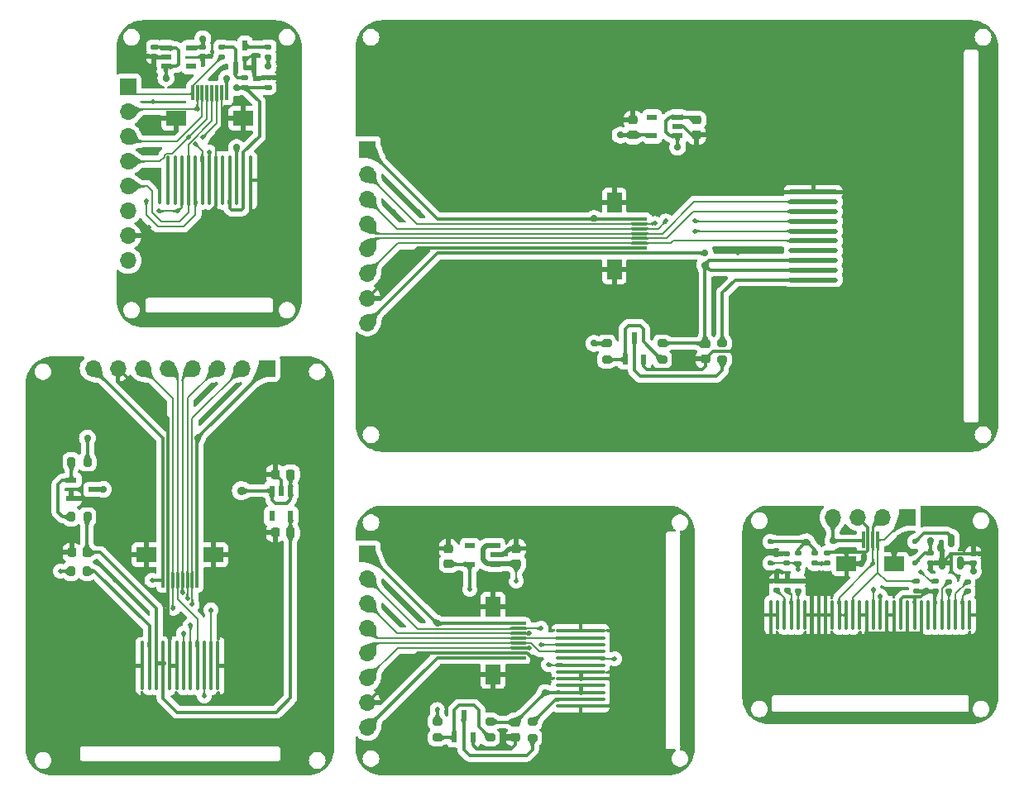
<source format=gtl>
%TF.GenerationSoftware,KiCad,Pcbnew,7.0.11*%
%TF.CreationDate,2024-04-20T20:35:59+08:00*%
%TF.ProjectId,UINIO-Monitor,55494e49-4f2d-44d6-9f6e-69746f722e6b,Version 3.2.1*%
%TF.SameCoordinates,PXbd63e30PY4088ff0*%
%TF.FileFunction,Copper,L1,Top*%
%TF.FilePolarity,Positive*%
%FSLAX46Y46*%
G04 Gerber Fmt 4.6, Leading zero omitted, Abs format (unit mm)*
G04 Created by KiCad (PCBNEW 7.0.11) date 2024-04-20 20:35:59*
%MOMM*%
%LPD*%
G01*
G04 APERTURE LIST*
G04 Aperture macros list*
%AMRoundRect*
0 Rectangle with rounded corners*
0 $1 Rounding radius*
0 $2 $3 $4 $5 $6 $7 $8 $9 X,Y pos of 4 corners*
0 Add a 4 corners polygon primitive as box body*
4,1,4,$2,$3,$4,$5,$6,$7,$8,$9,$2,$3,0*
0 Add four circle primitives for the rounded corners*
1,1,$1+$1,$2,$3*
1,1,$1+$1,$4,$5*
1,1,$1+$1,$6,$7*
1,1,$1+$1,$8,$9*
0 Add four rect primitives between the rounded corners*
20,1,$1+$1,$2,$3,$4,$5,0*
20,1,$1+$1,$4,$5,$6,$7,0*
20,1,$1+$1,$6,$7,$8,$9,0*
20,1,$1+$1,$8,$9,$2,$3,0*%
G04 Aperture macros list end*
%TA.AperFunction,SMDPad,CuDef*%
%ADD10RoundRect,0.135000X-0.185000X0.135000X-0.185000X-0.135000X0.185000X-0.135000X0.185000X0.135000X0*%
%TD*%
%TA.AperFunction,SMDPad,CuDef*%
%ADD11RoundRect,0.140000X0.170000X-0.140000X0.170000X0.140000X-0.170000X0.140000X-0.170000X-0.140000X0*%
%TD*%
%TA.AperFunction,SMDPad,CuDef*%
%ADD12RoundRect,0.200000X0.275000X-0.200000X0.275000X0.200000X-0.275000X0.200000X-0.275000X-0.200000X0*%
%TD*%
%TA.AperFunction,ComponentPad*%
%ADD13R,1.700000X1.700000*%
%TD*%
%TA.AperFunction,ComponentPad*%
%ADD14O,1.700000X1.700000*%
%TD*%
%TA.AperFunction,SMDPad,CuDef*%
%ADD15RoundRect,0.200000X0.200000X0.275000X-0.200000X0.275000X-0.200000X-0.275000X0.200000X-0.275000X0*%
%TD*%
%TA.AperFunction,SMDPad,CuDef*%
%ADD16R,0.532000X1.070000*%
%TD*%
%TA.AperFunction,SMDPad,CuDef*%
%ADD17RoundRect,0.200000X-0.200000X-0.275000X0.200000X-0.275000X0.200000X0.275000X-0.200000X0.275000X0*%
%TD*%
%TA.AperFunction,SMDPad,CuDef*%
%ADD18R,1.000000X0.600000*%
%TD*%
%TA.AperFunction,SMDPad,CuDef*%
%ADD19RoundRect,0.140000X-0.170000X0.140000X-0.170000X-0.140000X0.170000X-0.140000X0.170000X0.140000X0*%
%TD*%
%TA.AperFunction,SMDPad,CuDef*%
%ADD20RoundRect,0.225000X0.250000X-0.225000X0.250000X0.225000X-0.250000X0.225000X-0.250000X-0.225000X0*%
%TD*%
%TA.AperFunction,SMDPad,CuDef*%
%ADD21RoundRect,0.112500X-2.387500X-0.112500X2.387500X-0.112500X2.387500X0.112500X-2.387500X0.112500X0*%
%TD*%
%TA.AperFunction,SMDPad,CuDef*%
%ADD22RoundRect,0.225000X-0.225000X-0.250000X0.225000X-0.250000X0.225000X0.250000X-0.225000X0.250000X0*%
%TD*%
%TA.AperFunction,SMDPad,CuDef*%
%ADD23RoundRect,0.125000X-0.125000X0.125000X-0.125000X-0.125000X0.125000X-0.125000X0.125000X0.125000X0*%
%TD*%
%TA.AperFunction,SMDPad,CuDef*%
%ADD24R,1.070000X0.532000*%
%TD*%
%TA.AperFunction,SMDPad,CuDef*%
%ADD25RoundRect,0.225000X-0.250000X0.225000X-0.250000X-0.225000X0.250000X-0.225000X0.250000X0.225000X0*%
%TD*%
%TA.AperFunction,SMDPad,CuDef*%
%ADD26RoundRect,0.135000X0.185000X-0.135000X0.185000X0.135000X-0.185000X0.135000X-0.185000X-0.135000X0*%
%TD*%
%TA.AperFunction,SMDPad,CuDef*%
%ADD27R,0.300000X1.800000*%
%TD*%
%TA.AperFunction,SMDPad,CuDef*%
%ADD28R,2.000000X1.500000*%
%TD*%
%TA.AperFunction,SMDPad,CuDef*%
%ADD29RoundRect,0.150000X0.150000X-0.512500X0.150000X0.512500X-0.150000X0.512500X-0.150000X-0.512500X0*%
%TD*%
%TA.AperFunction,SMDPad,CuDef*%
%ADD30R,1.500000X0.300000*%
%TD*%
%TA.AperFunction,SMDPad,CuDef*%
%ADD31R,1.500000X2.000000*%
%TD*%
%TA.AperFunction,SMDPad,CuDef*%
%ADD32RoundRect,0.200000X-0.275000X0.200000X-0.275000X-0.200000X0.275000X-0.200000X0.275000X0.200000X0*%
%TD*%
%TA.AperFunction,SMDPad,CuDef*%
%ADD33RoundRect,0.095000X0.095000X-2.405000X0.095000X2.405000X-0.095000X2.405000X-0.095000X-2.405000X0*%
%TD*%
%TA.AperFunction,SMDPad,CuDef*%
%ADD34RoundRect,0.095000X-0.095000X1.405000X-0.095000X-1.405000X0.095000X-1.405000X0.095000X1.405000X0*%
%TD*%
%TA.AperFunction,SMDPad,CuDef*%
%ADD35RoundRect,0.095000X2.405000X0.095000X-2.405000X0.095000X-2.405000X-0.095000X2.405000X-0.095000X0*%
%TD*%
%TA.AperFunction,SMDPad,CuDef*%
%ADD36R,0.300000X1.500000*%
%TD*%
%TA.AperFunction,SMDPad,CuDef*%
%ADD37R,0.600000X1.000000*%
%TD*%
%TA.AperFunction,ViaPad*%
%ADD38C,0.700000*%
%TD*%
%TA.AperFunction,ViaPad*%
%ADD39C,0.500000*%
%TD*%
%TA.AperFunction,ViaPad*%
%ADD40C,0.900000*%
%TD*%
%TA.AperFunction,Conductor*%
%ADD41C,0.300000*%
%TD*%
%TA.AperFunction,Conductor*%
%ADD42C,0.500000*%
%TD*%
%TA.AperFunction,Conductor*%
%ADD43C,0.200000*%
%TD*%
%TA.AperFunction,Conductor*%
%ADD44C,0.400000*%
%TD*%
%TA.AperFunction,Conductor*%
%ADD45C,0.700000*%
%TD*%
G04 APERTURE END LIST*
D10*
%TO.P,R13,1*%
%TO.N,Net-(VT3-C)*%
X-71961320Y-2991320D03*
%TO.P,R13,2*%
%TO.N,Net-(P4-LEDK)*%
X-71961320Y-4011320D03*
%TD*%
D11*
%TO.P,C14,1*%
%TO.N,/3.3V_0.96inch*%
X-71951320Y-7141320D03*
%TO.P,C14,2*%
%TO.N,GND*%
X-71951320Y-6181320D03*
%TD*%
D12*
%TO.P,R6,1*%
%TO.N,Net-(VT1-C)*%
X-25481320Y-35016320D03*
%TO.P,R6,2*%
%TO.N,Net-(P1-LEDK)*%
X-25481320Y-33366320D03*
%TD*%
D13*
%TO.P,J2,1,Pin_1*%
%TO.N,/BLK_2.4inch*%
X-61811321Y-13481320D03*
D14*
%TO.P,J2,2,Pin_2*%
%TO.N,/CS_2.4inch*%
X-61811321Y-16021320D03*
%TO.P,J2,3,Pin_3*%
%TO.N,/D{slash}C_2.4inch*%
X-61811321Y-18561320D03*
%TO.P,J2,4,Pin_4*%
%TO.N,/RESET_2.4inch*%
X-61811321Y-21101320D03*
%TO.P,J2,5,Pin_5*%
%TO.N,/SCL_2.4inch*%
X-61811321Y-23641320D03*
%TO.P,J2,6,Pin_6*%
%TO.N,/SDA_2.4inch*%
X-61811321Y-26181320D03*
%TO.P,J2,7,Pin_7*%
%TO.N,GND*%
X-61811321Y-28721320D03*
%TO.P,J2,8,Pin_8*%
%TO.N,/5V_2.4inch*%
X-61811321Y-31261320D03*
%TD*%
D15*
%TO.P,R16,1*%
%TO.N,/3.3V_1.69inch*%
X-90481322Y-51121320D03*
%TO.P,R16,2*%
%TO.N,Net-(VT4-B)*%
X-92131322Y-51121320D03*
%TD*%
D16*
%TO.P,VT3,1,B*%
%TO.N,Net-(VT3-B)*%
X-75311320Y-5146320D03*
%TO.P,VT3,2,E*%
%TO.N,GND*%
X-73411320Y-5146320D03*
%TO.P,VT3,3,C*%
%TO.N,Net-(VT3-C)*%
X-74361320Y-2876320D03*
%TD*%
D13*
%TO.P,J7,1,Pin_1*%
%TO.N,/BLK_1.69inch*%
X-72121322Y-35911320D03*
D14*
%TO.P,J7,2,Pin_2*%
%TO.N,/CS_1.69inch*%
X-74661322Y-35911320D03*
%TO.P,J7,3,Pin_3*%
%TO.N,/D{slash}C_1.69inch*%
X-77201322Y-35911320D03*
%TO.P,J7,4,Pin_4*%
%TO.N,/RESET_1.69inch*%
X-79741322Y-35911320D03*
%TO.P,J7,5,Pin_5*%
%TO.N,/SCL_1.69inch*%
X-82281322Y-35911320D03*
%TO.P,J7,6,Pin_6*%
%TO.N,/SDA_1.69inch*%
X-84821322Y-35911320D03*
%TO.P,J7,7,Pin_7*%
%TO.N,GND*%
X-87361322Y-35911320D03*
%TO.P,J7,8,Pin_8*%
%TO.N,/5V_1.69inch*%
X-89901322Y-35911320D03*
%TD*%
D10*
%TO.P,R12,1*%
%TO.N,Net-(VT3-B)*%
X-76751320Y-2991320D03*
%TO.P,R12,2*%
%TO.N,/BLK_0.96inch*%
X-76751320Y-4011320D03*
%TD*%
D17*
%TO.P,R15,1*%
%TO.N,Net-(VT4-B)*%
X-92121322Y-45501320D03*
%TO.P,R15,2*%
%TO.N,/BLK_1.69inch*%
X-90471322Y-45501320D03*
%TD*%
D18*
%TO.P,U2,1,Vin*%
%TO.N,/5V_1.33inch*%
X-48746320Y-55979820D03*
%TO.P,U2,2,Vss*%
%TO.N,GND*%
X-48746320Y-55029820D03*
%TO.P,U2,3,CE*%
%TO.N,/5V_1.33inch*%
X-48746320Y-54079820D03*
%TO.P,U2,4,NC*%
%TO.N,unconnected-(U2-NC-Pad4)*%
X-51346320Y-54079820D03*
%TO.P,U2,5,Vout*%
%TO.N,/3.3V_1.33inch*%
X-51346320Y-55979820D03*
%TD*%
D19*
%TO.P,C13,1*%
%TO.N,Net-(P3-C1N)*%
X-2321320Y-57771320D03*
%TO.P,C13,2*%
%TO.N,Net-(P3-C1P)*%
X-2321320Y-58731320D03*
%TD*%
%TO.P,C7,1*%
%TO.N,Net-(D2-A)*%
X-4201320Y-54851320D03*
%TO.P,C7,2*%
%TO.N,GND*%
X-4201320Y-55811320D03*
%TD*%
D17*
%TO.P,R17,1*%
%TO.N,Net-(VT4-C)*%
X-92146322Y-56691320D03*
%TO.P,R17,2*%
%TO.N,Net-(P5-LEDK)*%
X-90496322Y-56691320D03*
%TD*%
D20*
%TO.P,C2,1*%
%TO.N,GND*%
X-46661320Y-73706320D03*
%TO.P,C2,2*%
%TO.N,/3.3V_1.33inch*%
X-46661320Y-72156320D03*
%TD*%
D21*
%TO.P,P1,1,GND*%
%TO.N,GND*%
X-16186320Y-17846320D03*
%TO.P,P1,2,RESET*%
%TO.N,/RESET_2.4inch*%
X-16186320Y-18856320D03*
%TO.P,P1,3,SCL*%
%TO.N,/SCL_2.4inch*%
X-16186320Y-19856320D03*
%TO.P,P1,4,D/C*%
%TO.N,/D{slash}C_2.4inch*%
X-16186320Y-20856320D03*
%TO.P,P1,5,CS*%
%TO.N,/CS_2.4inch*%
X-16186320Y-21856320D03*
%TO.P,P1,6,SDA*%
%TO.N,/SDA_2.4inch*%
X-16186320Y-22856320D03*
%TO.P,P1,7,SDO*%
%TO.N,unconnected-(P1-SDO-Pad7)*%
X-16186320Y-23856320D03*
%TO.P,P1,8,VCC*%
%TO.N,/3.3V_2.4inch*%
X-16186320Y-24856320D03*
%TO.P,P1,9,LEDA*%
X-16186320Y-25856320D03*
%TO.P,P1,10,LEDK*%
%TO.N,Net-(P1-LEDK)*%
X-16186320Y-26856320D03*
%TD*%
D22*
%TO.P,C17,1*%
%TO.N,GND*%
X-71241322Y-46761320D03*
%TO.P,C17,2*%
%TO.N,/5V_1.69inch*%
X-69691322Y-46761320D03*
%TD*%
D23*
%TO.P,D2,1,K*%
%TO.N,Net-(D2-K)*%
X-5761320Y-53671320D03*
%TO.P,D2,2,A*%
%TO.N,Net-(D2-A)*%
X-5761320Y-55871320D03*
%TD*%
D24*
%TO.P,VT4,1,B*%
%TO.N,Net-(VT4-B)*%
X-92121322Y-47371320D03*
%TO.P,VT4,2,E*%
%TO.N,GND*%
X-92121322Y-49271320D03*
%TO.P,VT4,3,C*%
%TO.N,Net-(VT4-C)*%
X-89851322Y-48321320D03*
%TD*%
D10*
%TO.P,R10,1*%
%TO.N,GND*%
X-17751320Y-57701320D03*
%TO.P,R10,2*%
%TO.N,Net-(P3-IREF)*%
X-17751320Y-58721320D03*
%TD*%
D25*
%TO.P,C6,1*%
%TO.N,GND*%
X-53521320Y-54368820D03*
%TO.P,C6,2*%
%TO.N,/3.3V_1.33inch*%
X-53521320Y-55918820D03*
%TD*%
D20*
%TO.P,C3,1*%
%TO.N,GND*%
X-28131320Y-12026320D03*
%TO.P,C3,2*%
%TO.N,/5V_2.4inch*%
X-28131320Y-10476320D03*
%TD*%
D26*
%TO.P,R18,1*%
%TO.N,/RESET*%
X-17751320Y-55891320D03*
%TO.P,R18,2*%
%TO.N,/3.3V_0.96_OLED*%
X-17751320Y-54871320D03*
%TD*%
D11*
%TO.P,C10,1*%
%TO.N,Net-(P3-VCOMH)*%
X-18831320Y-58671320D03*
%TO.P,C10,2*%
%TO.N,GND*%
X-18831320Y-57711320D03*
%TD*%
D26*
%TO.P,R8,1*%
%TO.N,/3.3V_0.96_OLED*%
X-3711321Y-58751320D03*
%TO.P,R8,2*%
%TO.N,/SDA_0.96_OLED*%
X-3711321Y-57731320D03*
%TD*%
D19*
%TO.P,C12,1*%
%TO.N,Net-(P3-C2N)*%
X-401320Y-57771320D03*
%TO.P,C12,2*%
%TO.N,Net-(P3-C2P)*%
X-401320Y-58731320D03*
%TD*%
D27*
%TO.P,FPC3,1,1*%
%TO.N,/SCK_0.96_OLED*%
X-9571320Y-53516320D03*
%TO.P,FPC3,2,2*%
%TO.N,/SDA_0.96_OLED*%
X-10071320Y-53516320D03*
%TO.P,FPC3,3,3*%
%TO.N,GND*%
X-10571320Y-53516320D03*
%TO.P,FPC3,4,4*%
%TO.N,Net-(D2-A)*%
X-11071320Y-53516320D03*
D28*
%TO.P,FPC3,5,5*%
%TO.N,GND*%
X-12771320Y-55966320D03*
%TO.P,FPC3,6,6*%
X-7871320Y-55966320D03*
%TD*%
D29*
%TO.P,U3,1,GND*%
%TO.N,GND*%
X-2991321Y-55848820D03*
%TO.P,U3,2,VO*%
%TO.N,/3.3V_0.96_OLED*%
X-1091321Y-55848820D03*
%TO.P,U3,3,VI*%
%TO.N,Net-(D2-K)*%
X-2041321Y-53573820D03*
%TD*%
D22*
%TO.P,C18,1*%
%TO.N,GND*%
X-71236322Y-52741320D03*
%TO.P,C18,2*%
%TO.N,/3.3V_1.69inch*%
X-69686322Y-52741320D03*
%TD*%
D11*
%TO.P,C8,1*%
%TO.N,/3.3V_0.96_OLED*%
X198679Y-55851320D03*
%TO.P,C8,2*%
%TO.N,GND*%
X198679Y-54891320D03*
%TD*%
%TO.P,C16,1*%
%TO.N,GND*%
X-78661320Y-3961320D03*
%TO.P,C16,2*%
%TO.N,/3.3V_0.96inch*%
X-78661320Y-3001320D03*
%TD*%
D25*
%TO.P,C5,1*%
%TO.N,GND*%
X-34621320Y-10476320D03*
%TO.P,C5,2*%
%TO.N,/3.3V_2.4inch*%
X-34621320Y-12026320D03*
%TD*%
D26*
%TO.P,R20,1*%
%TO.N,/D{slash}C*%
X-14761320Y-55881320D03*
%TO.P,R20,2*%
%TO.N,GND*%
X-14761320Y-54861320D03*
%TD*%
D11*
%TO.P,C15,1*%
%TO.N,GND*%
X-83641320Y-3961320D03*
%TO.P,C15,2*%
%TO.N,/5V_0.96inch*%
X-83641320Y-3001320D03*
%TD*%
D30*
%TO.P,FPC1,1,1*%
%TO.N,/BLK_1.33inch*%
X-46361321Y-62046320D03*
%TO.P,FPC1,2,2*%
%TO.N,/CS_1.33inch*%
X-46361321Y-62546320D03*
%TO.P,FPC1,3,3*%
%TO.N,/D{slash}C_1.33inch*%
X-46361321Y-63046320D03*
%TO.P,FPC1,4,4*%
%TO.N,/RESET_1.33inch*%
X-46361321Y-63546320D03*
%TO.P,FPC1,5,5*%
%TO.N,/SCL_1.33inch*%
X-46361321Y-64046320D03*
%TO.P,FPC1,6,6*%
%TO.N,/SDA_1.33inch*%
X-46361321Y-64546320D03*
%TO.P,FPC1,7,7*%
%TO.N,GND*%
X-46361321Y-65046320D03*
%TO.P,FPC1,8,8*%
%TO.N,/5V_1.33inch*%
X-46361321Y-65546320D03*
D31*
%TO.P,FPC1,9,9*%
%TO.N,GND*%
X-48961321Y-67246320D03*
%TO.P,FPC1,10,10*%
X-48961321Y-60346320D03*
%TD*%
D16*
%TO.P,VT1,1,B*%
%TO.N,Net-(VT1-B)*%
X-35441320Y-34980320D03*
%TO.P,VT1,2,E*%
%TO.N,GND*%
X-33541320Y-34980320D03*
%TO.P,VT1,3,C*%
%TO.N,Net-(VT1-C)*%
X-34491320Y-32710320D03*
%TD*%
D26*
%TO.P,R11,1*%
%TO.N,/3.3V_0.96inch*%
X-74361320Y-7151320D03*
%TO.P,R11,2*%
%TO.N,Net-(VT3-B)*%
X-74361320Y-6131320D03*
%TD*%
D12*
%TO.P,R3,1*%
%TO.N,Net-(VT2-B)*%
X-54671320Y-73746320D03*
%TO.P,R3,2*%
%TO.N,/BLK_1.33inch*%
X-54671320Y-72096320D03*
%TD*%
%TO.P,R2,1*%
%TO.N,Net-(VT1-B)*%
X-31641320Y-35016320D03*
%TO.P,R2,2*%
%TO.N,/3.3V_2.4inch*%
X-31641320Y-33366320D03*
%TD*%
D13*
%TO.P,J3,1,Pin_1*%
%TO.N,/SCK_0.96_OLED*%
X-6551321Y-51171320D03*
D14*
%TO.P,J3,2,Pin_2*%
%TO.N,/SDA_0.96_OLED*%
X-9091321Y-51171320D03*
%TO.P,J3,3,Pin_3*%
%TO.N,GND*%
X-11631321Y-51171320D03*
%TO.P,J3,4,Pin_4*%
%TO.N,Net-(D2-A)*%
X-14171321Y-51171320D03*
%TD*%
D32*
%TO.P,R4,1*%
%TO.N,/3.3V_1.33inch*%
X-49241320Y-72096320D03*
%TO.P,R4,2*%
%TO.N,Net-(VT2-B)*%
X-49241320Y-73746320D03*
%TD*%
D33*
%TO.P,P4,1,TP0*%
%TO.N,unconnected-(P4-TP0-Pad1)*%
X-82216321Y-16651320D03*
%TO.P,P4,2,TP1*%
%TO.N,unconnected-(P4-TP1-Pad2)*%
X-81516321Y-16651320D03*
%TO.P,P4,3,SDA*%
%TO.N,/SDA_0.96inch*%
X-80816321Y-16651320D03*
%TO.P,P4,4,SCL*%
%TO.N,/SCL_0.96inch*%
X-80116321Y-16651320D03*
%TO.P,P4,5,D/C*%
%TO.N,/D{slash}C_0.96inch*%
X-79416321Y-16651320D03*
%TO.P,P4,6,RESET*%
%TO.N,/RESET_0.96inch*%
X-78716321Y-16651320D03*
%TO.P,P4,7,CS*%
%TO.N,/CS_0.96inch*%
X-78016321Y-16651320D03*
%TO.P,P4,8,GND1*%
%TO.N,GND*%
X-77316321Y-16651320D03*
%TO.P,P4,9,NC*%
%TO.N,unconnected-(P4-NC-Pad9)*%
X-76616321Y-16651320D03*
%TO.P,P4,10,VCC*%
%TO.N,/3.3V_0.96inch*%
X-75916321Y-16651320D03*
%TO.P,P4,11,LEDK*%
%TO.N,Net-(P4-LEDK)*%
X-75216321Y-16651320D03*
%TO.P,P4,12,LEDA*%
%TO.N,/3.3V_0.96inch*%
X-74516321Y-16651320D03*
%TO.P,P4,13,GND2*%
%TO.N,GND*%
X-73776321Y-16651320D03*
%TD*%
D34*
%TO.P,P3,1,NC*%
%TO.N,GND*%
X-216320Y-61181320D03*
%TO.P,P3,2,C2P*%
%TO.N,Net-(P3-C2P)*%
X-916320Y-61181320D03*
%TO.P,P3,3,C2N*%
%TO.N,Net-(P3-C2N)*%
X-1616320Y-61181320D03*
%TO.P,P3,4,C1P*%
%TO.N,Net-(P3-C1P)*%
X-2316320Y-61181320D03*
%TO.P,P3,5,C1N*%
%TO.N,Net-(P3-C1N)*%
X-3016320Y-61181320D03*
%TO.P,P3,6,VBAT*%
%TO.N,/3.3V_0.96_OLED*%
X-3716320Y-61181320D03*
%TO.P,P3,7,NC*%
%TO.N,unconnected-(P3-NC-Pad7)*%
X-4416320Y-61181320D03*
%TO.P,P3,8,VSS*%
%TO.N,GND*%
X-5116320Y-61181320D03*
%TO.P,P3,9,VDD*%
%TO.N,/3.3V_0.96_OLED*%
X-5816320Y-61181320D03*
%TO.P,P3,10,BS0*%
%TO.N,GND*%
X-6516320Y-61181320D03*
%TO.P,P3,11,BS1*%
%TO.N,/3.3V_0.96_OLED*%
X-7216320Y-61181320D03*
%TO.P,P3,12,BS2*%
%TO.N,GND*%
X-7916320Y-61181320D03*
%TO.P,P3,13,CS*%
X-8626320Y-61181320D03*
%TO.P,P3,14,RESET*%
%TO.N,/RESET*%
X-9326320Y-61181320D03*
%TO.P,P3,15,D/C*%
%TO.N,/D{slash}C*%
X-10026320Y-61181320D03*
%TO.P,P3,16,RW*%
%TO.N,GND*%
X-10726320Y-61181320D03*
%TO.P,P3,17,RD*%
X-11426320Y-61181320D03*
%TO.P,P3,18,D0*%
%TO.N,/SCK_0.96_OLED*%
X-12126320Y-61181320D03*
%TO.P,P3,19,D1*%
%TO.N,/SDA_0.96_OLED*%
X-12826320Y-61181320D03*
%TO.P,P3,20,D2*%
X-13526320Y-61181320D03*
%TO.P,P3,21,D3*%
%TO.N,GND*%
X-14226320Y-61181320D03*
%TO.P,P3,22,D4*%
X-14926320Y-61181320D03*
%TO.P,P3,23,D5*%
X-15626320Y-61181320D03*
%TO.P,P3,24,D6*%
X-16326320Y-61181320D03*
%TO.P,P3,25,D7*%
X-17026320Y-61181320D03*
%TO.P,P3,26,IREF*%
%TO.N,Net-(P3-IREF)*%
X-17726320Y-61181320D03*
%TO.P,P3,27,VCOMH*%
%TO.N,Net-(P3-VCOMH)*%
X-18436320Y-61181320D03*
%TO.P,P3,28,VCC*%
%TO.N,Net-(P3-VCC)*%
X-19136320Y-61181320D03*
%TO.P,P3,29,VLSS*%
%TO.N,GND*%
X-19826320Y-61181320D03*
%TO.P,P3,30,NC*%
X-20526320Y-61181320D03*
%TD*%
D11*
%TO.P,C11,1*%
%TO.N,Net-(P3-VCC)*%
X-19901320Y-58671320D03*
%TO.P,C11,2*%
%TO.N,GND*%
X-19901320Y-57711320D03*
%TD*%
D18*
%TO.P,U4,1,Vin*%
%TO.N,/5V_0.96inch*%
X-82441320Y-3101320D03*
%TO.P,U4,2,Vss*%
%TO.N,GND*%
X-82441320Y-4051320D03*
%TO.P,U4,3,CE*%
%TO.N,/5V_0.96inch*%
X-82441320Y-5001320D03*
%TO.P,U4,4,NC*%
%TO.N,unconnected-(U4-NC-Pad4)*%
X-79841320Y-5001320D03*
%TO.P,U4,5,Vout*%
%TO.N,/3.3V_0.96inch*%
X-79841320Y-3101320D03*
%TD*%
D16*
%TO.P,VT2,1,B*%
%TO.N,Net-(VT2-B)*%
X-52917320Y-73710320D03*
%TO.P,VT2,2,E*%
%TO.N,GND*%
X-51017320Y-73710320D03*
%TO.P,VT2,3,C*%
%TO.N,Net-(VT2-C)*%
X-51967320Y-71440320D03*
%TD*%
D26*
%TO.P,R7,1*%
%TO.N,/3.3V_0.96_OLED*%
X-5581320Y-58751320D03*
%TO.P,R7,2*%
%TO.N,/SCK_0.96_OLED*%
X-5581320Y-57731320D03*
%TD*%
D18*
%TO.P,U1,1,Vin*%
%TO.N,/5V_2.4inch*%
X-30071320Y-12087320D03*
%TO.P,U1,2,Vss*%
%TO.N,GND*%
X-30071320Y-11137320D03*
%TO.P,U1,3,CE*%
%TO.N,/5V_2.4inch*%
X-30071320Y-10187320D03*
%TO.P,U1,4,NC*%
%TO.N,unconnected-(U1-NC-Pad4)*%
X-32671320Y-10187320D03*
%TO.P,U1,5,Vout*%
%TO.N,/3.3V_2.4inch*%
X-32671320Y-12087320D03*
%TD*%
D13*
%TO.P,J1,1,Pin_1*%
%TO.N,/BLK_1.33inch*%
X-61811321Y-54921320D03*
D14*
%TO.P,J1,2,Pin_2*%
%TO.N,/CS_1.33inch*%
X-61811321Y-57461320D03*
%TO.P,J1,3,Pin_3*%
%TO.N,/D{slash}C_1.33inch*%
X-61811321Y-60001320D03*
%TO.P,J1,4,Pin_4*%
%TO.N,/RESET_1.33inch*%
X-61811321Y-62541320D03*
%TO.P,J1,5,Pin_5*%
%TO.N,/SCL_1.33inch*%
X-61811321Y-65081320D03*
%TO.P,J1,6,Pin_6*%
%TO.N,/SDA_1.33inch*%
X-61811321Y-67621320D03*
%TO.P,J1,7,Pin_7*%
%TO.N,GND*%
X-61811321Y-70161320D03*
%TO.P,J1,8,Pin_8*%
%TO.N,/5V_1.33inch*%
X-61811321Y-72701320D03*
%TD*%
D12*
%TO.P,R5,1*%
%TO.N,Net-(VT2-C)*%
X-44921320Y-73756320D03*
%TO.P,R5,2*%
%TO.N,Net-(P2-LEDK)*%
X-44921320Y-72106320D03*
%TD*%
D23*
%TO.P,D1,1,K*%
%TO.N,/3.3V_0.96_OLED*%
X-20571320Y-53671320D03*
%TO.P,D1,2,A*%
%TO.N,/RESET*%
X-20571320Y-55871320D03*
%TD*%
D26*
%TO.P,R19,1*%
%TO.N,/D{slash}C*%
X-16011320Y-55881320D03*
%TO.P,R19,2*%
%TO.N,/3.3V_0.96_OLED*%
X-16011320Y-54861320D03*
%TD*%
D25*
%TO.P,C4,1*%
%TO.N,GND*%
X-46571320Y-54368820D03*
%TO.P,C4,2*%
%TO.N,/5V_1.33inch*%
X-46571320Y-55918820D03*
%TD*%
D35*
%TO.P,P2,1,GND*%
%TO.N,GND*%
X-40011321Y-70511320D03*
%TO.P,P2,2,LEDK*%
%TO.N,Net-(P2-LEDK)*%
X-40011321Y-69811320D03*
%TO.P,P2,3,LEDA*%
%TO.N,/3.3V_1.33inch*%
X-40011321Y-69111320D03*
%TO.P,P2,4,VDD*%
X-40011321Y-68411320D03*
%TO.P,P2,5,GND*%
%TO.N,GND*%
X-40011321Y-67711320D03*
%TO.P,P2,6,GND*%
X-40011321Y-67011320D03*
%TO.P,P2,7,D/C*%
%TO.N,/D{slash}C_1.33inch*%
X-40011321Y-66311320D03*
%TO.P,P2,8,CS*%
%TO.N,/CS_1.33inch*%
X-40011321Y-65611320D03*
%TO.P,P2,9,SCL*%
%TO.N,/SCL_1.33inch*%
X-40011321Y-64911320D03*
%TO.P,P2,10,SDA*%
%TO.N,/SDA_1.33inch*%
X-40011321Y-64211320D03*
%TO.P,P2,11,RESET*%
%TO.N,/RESET_1.33inch*%
X-40011321Y-63511320D03*
%TO.P,P2,12,GND*%
%TO.N,GND*%
X-40011321Y-62811320D03*
%TD*%
D36*
%TO.P,FPC4,1,1*%
%TO.N,/BLK_0.96inch*%
X-79731321Y-7711320D03*
%TO.P,FPC4,2,2*%
%TO.N,/CS_0.96inch*%
X-79231321Y-7711320D03*
%TO.P,FPC4,3,3*%
%TO.N,/D{slash}C_0.96inch*%
X-78731321Y-7711320D03*
%TO.P,FPC4,4,4*%
%TO.N,/RESET_0.96inch*%
X-78231321Y-7711320D03*
%TO.P,FPC4,5,5*%
%TO.N,/SCL_0.96inch*%
X-77731321Y-7711320D03*
%TO.P,FPC4,6,6*%
%TO.N,/SDA_0.96inch*%
X-77231321Y-7711320D03*
%TO.P,FPC4,7,7*%
%TO.N,GND*%
X-76731321Y-7711320D03*
%TO.P,FPC4,8,8*%
%TO.N,/5V_0.96inch*%
X-76231321Y-7711320D03*
D28*
%TO.P,FPC4,9,9*%
%TO.N,GND*%
X-74531321Y-10311320D03*
%TO.P,FPC4,10,10*%
X-81431321Y-10311320D03*
%TD*%
D11*
%TO.P,C19,1*%
%TO.N,/RESET*%
X-18911320Y-55871320D03*
%TO.P,C19,2*%
%TO.N,GND*%
X-18911320Y-54911320D03*
%TD*%
D30*
%TO.P,FPC2,1,1*%
%TO.N,/BLK_2.4inch*%
X-33951320Y-20611320D03*
%TO.P,FPC2,2,2*%
%TO.N,/CS_2.4inch*%
X-33951320Y-21111320D03*
%TO.P,FPC2,3,3*%
%TO.N,/D{slash}C_2.4inch*%
X-33951320Y-21611320D03*
%TO.P,FPC2,4,4*%
%TO.N,/RESET_2.4inch*%
X-33951320Y-22111320D03*
%TO.P,FPC2,5,5*%
%TO.N,/SCL_2.4inch*%
X-33951320Y-22611320D03*
%TO.P,FPC2,6,6*%
%TO.N,/SDA_2.4inch*%
X-33951320Y-23111320D03*
%TO.P,FPC2,7,7*%
%TO.N,GND*%
X-33951320Y-23611320D03*
%TO.P,FPC2,8,8*%
%TO.N,/5V_2.4inch*%
X-33951320Y-24111320D03*
D31*
%TO.P,FPC2,9,9*%
%TO.N,GND*%
X-36551320Y-25811320D03*
%TO.P,FPC2,10,10*%
X-36551320Y-18911320D03*
%TD*%
D37*
%TO.P,U5,1,Vin*%
%TO.N,/5V_1.69inch*%
X-69691322Y-48451320D03*
%TO.P,U5,2,Vss*%
%TO.N,GND*%
X-70641322Y-48451320D03*
%TO.P,U5,3,CE*%
%TO.N,/5V_1.69inch*%
X-71591322Y-48451320D03*
%TO.P,U5,4,NC*%
%TO.N,unconnected-(U5-NC-Pad4)*%
X-71591322Y-51051320D03*
%TO.P,U5,5,Vout*%
%TO.N,/3.3V_1.69inch*%
X-69691322Y-51051320D03*
%TD*%
D22*
%TO.P,C9,1*%
%TO.N,GND*%
X-92081322Y-54781320D03*
%TO.P,C9,2*%
%TO.N,/3.3V_1.69inch*%
X-90531322Y-54781320D03*
%TD*%
D32*
%TO.P,R1,1*%
%TO.N,/BLK_2.4inch*%
X-37321320Y-33366320D03*
%TO.P,R1,2*%
%TO.N,Net-(VT1-B)*%
X-37321320Y-35016320D03*
%TD*%
D36*
%TO.P,FPC7,1,1*%
%TO.N,/BLK_1.69inch*%
X-79246322Y-57609820D03*
%TO.P,FPC7,2,2*%
%TO.N,/CS_1.69inch*%
X-79746322Y-57609820D03*
%TO.P,FPC7,3,3*%
%TO.N,/D{slash}C_1.69inch*%
X-80246322Y-57609820D03*
%TO.P,FPC7,4,4*%
%TO.N,/RESET_1.69inch*%
X-80746322Y-57609820D03*
%TO.P,FPC7,5,5*%
%TO.N,/SCL_1.69inch*%
X-81246322Y-57609820D03*
%TO.P,FPC7,6,6*%
%TO.N,/SDA_1.69inch*%
X-81746322Y-57609820D03*
%TO.P,FPC7,7,7*%
%TO.N,GND*%
X-82246322Y-57609820D03*
%TO.P,FPC7,8,8*%
%TO.N,/5V_1.69inch*%
X-82746322Y-57609820D03*
D28*
%TO.P,FPC7,9,9*%
%TO.N,GND*%
X-84446322Y-55009820D03*
%TO.P,FPC7,10,10*%
X-77546322Y-55009820D03*
%TD*%
D13*
%TO.P,J4,1,Pin_1*%
%TO.N,/BLK_0.96inch*%
X-86311321Y-7111320D03*
D14*
%TO.P,J4,2,Pin_2*%
%TO.N,/CS_0.96inch*%
X-86311321Y-9651320D03*
%TO.P,J4,3,Pin_3*%
%TO.N,/D{slash}C_0.96inch*%
X-86311321Y-12191320D03*
%TO.P,J4,4,Pin_4*%
%TO.N,/RESET_0.96inch*%
X-86311321Y-14731320D03*
%TO.P,J4,5,Pin_5*%
%TO.N,/SCL_0.96inch*%
X-86311321Y-17271320D03*
%TO.P,J4,6,Pin_6*%
%TO.N,/SDA_0.96inch*%
X-86311321Y-19811320D03*
%TO.P,J4,7,Pin_7*%
%TO.N,GND*%
X-86311321Y-22351320D03*
%TO.P,J4,8,Pin_8*%
%TO.N,/5V_0.96inch*%
X-86311321Y-24891320D03*
%TD*%
D25*
%TO.P,C1,1*%
%TO.N,/3.3V_2.4inch*%
X-27241320Y-33416320D03*
%TO.P,C1,2*%
%TO.N,GND*%
X-27241320Y-34966320D03*
%TD*%
D33*
%TO.P,P5,1,GND*%
%TO.N,GND*%
X-84831322Y-66371320D03*
%TO.P,P5,2,LEDK*%
%TO.N,Net-(P5-LEDK)*%
X-84131322Y-66371320D03*
%TO.P,P5,3,LEDA*%
%TO.N,/3.3V_1.69inch*%
X-83431322Y-66371320D03*
%TO.P,P5,4,VDD*%
X-82731322Y-66371320D03*
%TO.P,P5,5,GND*%
%TO.N,GND*%
X-82031322Y-66371320D03*
%TO.P,P5,6,GND*%
X-81331322Y-66371320D03*
%TO.P,P5,7,D/C*%
%TO.N,/D{slash}C_1.69inch*%
X-80631322Y-66371320D03*
%TO.P,P5,8,CS*%
%TO.N,/CS_1.69inch*%
X-79931322Y-66371320D03*
%TO.P,P5,9,SCL*%
%TO.N,/SCL_1.69inch*%
X-79231322Y-66371320D03*
%TO.P,P5,10,SDA*%
%TO.N,/SDA_1.69inch*%
X-78531322Y-66371320D03*
%TO.P,P5,11,RESET*%
%TO.N,/RESET_1.69inch*%
X-77831322Y-66371320D03*
%TO.P,P5,12,GND*%
%TO.N,GND*%
X-77131322Y-66371320D03*
%TD*%
D38*
%TO.N,/3.3V_2.4inch*%
X-27251320Y-25331320D03*
X-35951321Y-12026320D03*
D39*
%TO.N,GND*%
X-7841320Y-58541320D03*
D38*
X-23901320Y-34201320D03*
D39*
X-78521322Y-38611320D03*
X-23871321Y-24101320D03*
D38*
X-47931320Y-70831320D03*
D39*
X-12901321Y-52171320D03*
X-81081321Y-7011320D03*
X-26131321Y-27061320D03*
X-59241321Y-61291320D03*
X-84161321Y-21481320D03*
X-78531322Y-41081320D03*
X-83761321Y-11221320D03*
X-59241321Y-58711320D03*
D38*
X-11316321Y-55966320D03*
D39*
X-4291320Y-56531320D03*
X-59131321Y-19901320D03*
X-83761321Y-16151320D03*
D38*
X-83641320Y-5181320D03*
X-7891320Y-54761320D03*
D39*
X-83761321Y-8571320D03*
D38*
X-12771320Y-54761320D03*
D39*
X-83761321Y-13731320D03*
D38*
X-29381320Y-34971320D03*
D39*
X-87641322Y-57601320D03*
D38*
X-73781320Y-22071320D03*
D39*
X-76901321Y-5371320D03*
D38*
X-47931320Y-73691320D03*
D39*
X-56621321Y-19901320D03*
D38*
%TO.N,/5V_2.4inch*%
X-27251321Y-24111320D03*
X-30061321Y-13261320D03*
D39*
%TO.N,/RESET_0.96inch*%
X-80126321Y-12246320D03*
X-79426321Y-12926320D03*
D38*
%TO.N,/3.3V_0.96inch*%
X-78661321Y-2151320D03*
X-75201321Y-7181320D03*
D39*
%TO.N,/3.3V_1.33inch*%
X-51341321Y-58571320D03*
D38*
X-43616320Y-69111320D03*
D39*
%TO.N,/5V_1.33inch*%
X-46571321Y-57741320D03*
D38*
%TO.N,Net-(D2-A)*%
X-14171321Y-53591320D03*
X-4201320Y-53601320D03*
%TO.N,/BLK_2.4inch*%
X-38621321Y-20561820D03*
X-38621321Y-33361320D03*
D39*
%TO.N,/CS_2.4inch*%
X-32411321Y-21081320D03*
X-28311321Y-21856320D03*
%TO.N,/D{slash}C_2.4inch*%
X-31281321Y-20831320D03*
X-28311321Y-20831320D03*
%TO.N,/SDA_0.96inch*%
X-78671321Y-12251320D03*
X-81231321Y-19801320D03*
X-83161321Y-19811320D03*
%TO.N,/5V_1.69inch*%
X-83881322Y-57611320D03*
D40*
X-74721322Y-48451320D03*
D38*
%TO.N,/BLK_1.33inch*%
X-54661321Y-62046320D03*
D39*
X-54671321Y-70861320D03*
%TO.N,/CS_1.33inch*%
X-36501321Y-65671320D03*
X-44041321Y-62551320D03*
%TO.N,/D{slash}C_1.33inch*%
X-45261321Y-63041320D03*
X-43271321Y-66291320D03*
%TO.N,/SDA_1.33inch*%
X-45261321Y-64551320D03*
X-44041321Y-64211320D03*
D38*
%TO.N,/5V_0.96inch*%
X-76231321Y-6201320D03*
X-82441320Y-6191320D03*
D39*
%TO.N,/CS_0.96inch*%
X-79221321Y-9331320D03*
X-77991321Y-13741320D03*
%TO.N,/D{slash}C_0.96inch*%
X-84461321Y-18761320D03*
D38*
%TO.N,/BLK_1.69inch*%
X-79196822Y-43036320D03*
X-90481322Y-43041320D03*
D39*
%TO.N,/CS_1.69inch*%
X-79751322Y-60111320D03*
X-79931322Y-62221320D03*
%TO.N,/D{slash}C_1.69inch*%
X-80246322Y-59481320D03*
X-80631322Y-63041320D03*
%TO.N,/RESET_1.69inch*%
X-80741322Y-58861320D03*
X-77841322Y-60641320D03*
%TO.N,/SDA_1.69inch*%
X-78531322Y-69461320D03*
X-81691822Y-60481320D03*
%TO.N,/SDA_0.96_OLED*%
X-5161320Y-56751320D03*
X-10071320Y-55921319D03*
D38*
%TO.N,/3.3V_0.96_OLED*%
X-4641320Y-58751320D03*
X-16881320Y-53691320D03*
X198680Y-56711320D03*
D39*
%TO.N,/RESET*%
X-17761320Y-56531320D03*
X-9331320Y-59221320D03*
%TO.N,/D{slash}C*%
X-10031320Y-58541320D03*
X-15391320Y-55901320D03*
D38*
%TO.N,Net-(P4-LEDK)*%
X-71961320Y-5001320D03*
X-75211321Y-13291320D03*
%TO.N,Net-(VT4-C)*%
X-88861322Y-48311320D03*
D39*
X-93251322Y-56691320D03*
%TD*%
D41*
%TO.N,/3.3V_2.4inch*%
X-34621320Y-12026320D02*
X-32732320Y-12026320D01*
X-27291320Y-33366320D02*
X-31641320Y-33366320D01*
X-26731320Y-25851320D02*
X-16216320Y-25851320D01*
X-27251320Y-25331320D02*
X-27261320Y-25341320D01*
X-27251320Y-25331320D02*
X-26731320Y-25851320D01*
X-26771320Y-24851320D02*
X-16216320Y-24851320D01*
X-27261320Y-25341320D02*
X-27261320Y-33396320D01*
X-27251320Y-25331320D02*
X-26771320Y-24851320D01*
X-35951321Y-12026320D02*
X-34621320Y-12026320D01*
D42*
%TO.N,GND*%
X-47969821Y-55029820D02*
X-47308821Y-54368820D01*
D41*
X-45476321Y-65046320D02*
X-46361321Y-65046320D01*
X-33951320Y-23611320D02*
X-56701321Y-23611320D01*
X-71951320Y-6181320D02*
X-73191320Y-6181320D01*
X-80371321Y-22351320D02*
X-86311321Y-22351320D01*
X-27571320Y-36061320D02*
X-27241320Y-35731320D01*
X-33191320Y-36061320D02*
X-27571320Y-36061320D01*
X-26476320Y-34201320D02*
X-27246320Y-34971320D01*
X-5116320Y-63006320D02*
X-5116320Y-61181320D01*
X-12781320Y-54751320D02*
X-12771320Y-54761320D01*
X-5131320Y-63021320D02*
X-5116320Y-63006320D01*
X-2033821Y-54891320D02*
X198679Y-54891320D01*
X-82246322Y-57609820D02*
X-82246322Y-41026320D01*
X-7916320Y-63016320D02*
X-7911320Y-63021320D01*
X-45001321Y-66751320D02*
X-45001321Y-65521320D01*
X-73411320Y-5961320D02*
X-73411320Y-5146320D01*
X-82246322Y-41026320D02*
X-87361322Y-35911320D01*
X-56701321Y-23611320D02*
X-61811321Y-28721320D01*
X-77316321Y-16651320D02*
X-77316321Y-19296320D01*
X-27241320Y-34966320D02*
X-29376320Y-34966320D01*
X-14651320Y-54751320D02*
X-12781320Y-54751320D01*
X-82031322Y-63621320D02*
X-82031322Y-66371320D01*
X-37101321Y-70511320D02*
X-40011321Y-70511320D01*
X-46361321Y-65046320D02*
X-56696321Y-65046320D01*
X-10726320Y-63021320D02*
X-10726320Y-61181320D01*
X-73776321Y-16651320D02*
X-73776321Y-22066321D01*
D42*
X-19901320Y-57721320D02*
X-17751320Y-57711320D01*
D41*
X-56696321Y-65046320D02*
X-61811321Y-70161320D01*
X-8626320Y-63016320D02*
X-8626320Y-61181320D01*
X-37071321Y-67711320D02*
X-36681321Y-68101320D01*
X-33541320Y-35711320D02*
X-33191320Y-36061320D01*
X-6431320Y-63021320D02*
X-5131320Y-63021320D01*
D43*
X-76731321Y-7711320D02*
X-76731321Y-11111320D01*
D41*
X-45001321Y-65521320D02*
X-45476321Y-65046320D01*
X-7891320Y-54761320D02*
X-7871320Y-54781320D01*
X-73191320Y-6181320D02*
X-73411320Y-5961320D01*
X-7911320Y-63021320D02*
X-10726320Y-63021320D01*
X-12771320Y-54761320D02*
X-10781320Y-54761320D01*
X-7871320Y-54781320D02*
X-7871320Y-55966320D01*
X-10571320Y-53516320D02*
X-10571320Y-52221321D01*
X-70641322Y-48451320D02*
X-70641322Y-47361320D01*
D42*
X-83641320Y-5181320D02*
X-83641320Y-3961320D01*
X-83641320Y-3961320D02*
X-83551320Y-4051320D01*
D41*
X-46661320Y-74441319D02*
X-46661320Y-73706320D01*
X-82241322Y-57614820D02*
X-82241322Y-63411320D01*
X-8631320Y-63021320D02*
X-8626320Y-63016320D01*
X-29495321Y-11137320D02*
X-30071320Y-11137320D01*
X-33541320Y-34980320D02*
X-33541320Y-35711320D01*
X-51017320Y-74515320D02*
X-50671320Y-74861320D01*
X-27246320Y-34971320D02*
X-29381320Y-34971320D01*
D43*
X-77316321Y-11696320D02*
X-77316321Y-16651320D01*
D41*
X-10571320Y-54551320D02*
X-10571320Y-53516320D01*
X-10571320Y-52221321D02*
X-11621321Y-51171320D01*
D43*
X-76731321Y-11111320D02*
X-77316321Y-11696320D01*
D41*
X-10781320Y-54761320D02*
X-10571320Y-54551320D01*
D42*
X-47308821Y-54368820D02*
X-46571320Y-54368820D01*
D41*
X-73776321Y-22066321D02*
X-73781320Y-22071320D01*
X-36681321Y-70091320D02*
X-37101321Y-70511320D01*
X-77316321Y-19296320D02*
X-80371321Y-22351320D01*
X-29376320Y-34966320D02*
X-29381320Y-34971320D01*
X-50671320Y-74861320D02*
X-47081321Y-74861320D01*
X-6521320Y-63021320D02*
X-6521320Y-61186320D01*
X-47081321Y-74861320D02*
X-46661320Y-74441319D01*
X-33951320Y-19721320D02*
X-33951320Y-18331320D01*
X-6521320Y-63021320D02*
X-6516320Y-63016320D01*
X-28606321Y-12026320D02*
X-29495321Y-11137320D01*
X-82241322Y-63411320D02*
X-82031322Y-63621320D01*
D44*
X-83551320Y-4051320D02*
X-82441320Y-4051320D01*
D41*
X-2991321Y-55848820D02*
X-2033821Y-54891320D01*
X-28131320Y-12026320D02*
X-28606321Y-12026320D01*
X-7916320Y-61181320D02*
X-7916320Y-63016320D01*
X-48961321Y-67246320D02*
X-45496321Y-67246320D01*
X-27241320Y-35731320D02*
X-27241320Y-34966320D01*
D45*
X-46661320Y-73706320D02*
X-47916320Y-73706320D01*
D41*
X-51017320Y-73720320D02*
X-51017320Y-74515320D01*
X-7911320Y-63021320D02*
X-6521320Y-63021320D01*
X-36681321Y-68101320D02*
X-36681321Y-70091320D01*
X-70641322Y-47361320D02*
X-71241322Y-46761320D01*
X-23901320Y-34201320D02*
X-26476320Y-34201320D01*
X-12771320Y-54761320D02*
X-12771320Y-55966320D01*
D44*
X-40011321Y-67711320D02*
X-40011321Y-67011320D01*
D41*
X-45496321Y-67246320D02*
X-45001321Y-66751320D01*
X-47916320Y-73706320D02*
X-47931320Y-73691320D01*
X-40011321Y-67711320D02*
X-37071321Y-67711320D01*
D42*
X-48746320Y-55029820D02*
X-47969821Y-55029820D01*
D41*
X-11316321Y-55966320D02*
X-12771320Y-55966320D01*
%TO.N,/5V_2.4inch*%
X-28420320Y-10187320D02*
X-28131320Y-10476320D01*
X-30061321Y-13261320D02*
X-30061321Y-12383319D01*
X-33951320Y-24111320D02*
X-54661321Y-24111320D01*
X-27251321Y-24111320D02*
X-33951320Y-24111320D01*
X-30071320Y-10187320D02*
X-28420320Y-10187320D01*
X-54661321Y-24111320D02*
X-61811321Y-31261320D01*
X-30857321Y-10187320D02*
X-31251321Y-10581320D01*
X-31251321Y-10581320D02*
X-31251321Y-11707319D01*
X-30871320Y-12087320D02*
X-30071320Y-12087320D01*
X-30071320Y-10187320D02*
X-30857321Y-10187320D01*
X-31251321Y-11707319D02*
X-30871320Y-12087320D01*
D43*
%TO.N,/RESET_0.96inch*%
X-83061321Y-14731320D02*
X-86311321Y-14731320D01*
X-78711321Y-13641320D02*
X-78711321Y-16646320D01*
X-79426321Y-12926320D02*
X-78711321Y-13641320D01*
X-82433514Y-13951320D02*
X-82606321Y-14124127D01*
X-81831321Y-13951320D02*
X-82433514Y-13951320D01*
X-78231321Y-7711320D02*
X-78231321Y-10351320D01*
X-82606321Y-14124127D02*
X-82606321Y-14276320D01*
X-82606321Y-14276320D02*
X-83061321Y-14731320D01*
X-78231321Y-10351320D02*
X-81831321Y-13951320D01*
D41*
%TO.N,/3.3V_0.96inch*%
X-78661320Y-2151321D02*
X-78661321Y-2151320D01*
X-74516321Y-13766320D02*
X-72871321Y-12121320D01*
X-72871321Y-12121320D02*
X-72871321Y-8641319D01*
X-72871321Y-8641319D02*
X-74361320Y-7151320D01*
X-74721321Y-19701320D02*
X-74516321Y-19496320D01*
X-75916321Y-16651320D02*
X-75916321Y-19496320D01*
X-74516321Y-19496320D02*
X-74516321Y-16651320D01*
X-78661320Y-3001320D02*
X-78661320Y-2151321D01*
X-75181321Y-7161320D02*
X-74351320Y-7161320D01*
X-75711321Y-19701320D02*
X-74721321Y-19701320D01*
X-74516321Y-16651320D02*
X-74516321Y-13766320D01*
X-75201321Y-7181320D02*
X-75181321Y-7161320D01*
X-75916321Y-19496320D02*
X-75711321Y-19701320D01*
X-74361320Y-7151320D02*
X-71961320Y-7151320D01*
X-78661320Y-3001320D02*
X-79741320Y-3001320D01*
%TO.N,/3.3V_1.33inch*%
X-43616320Y-69111320D02*
X-46661320Y-72156320D01*
X-43616320Y-69111320D02*
X-40011321Y-69111320D01*
D44*
X-40011321Y-68411320D02*
X-40011321Y-69111320D01*
D41*
X-46661320Y-72156320D02*
X-49181320Y-72156320D01*
X-51346320Y-55979820D02*
X-53460320Y-55979820D01*
X-51341321Y-58571320D02*
X-51346320Y-58566321D01*
X-51346320Y-58566321D02*
X-51346320Y-55979820D01*
D43*
%TO.N,/5V_1.33inch*%
X-46571320Y-55918820D02*
X-46571320Y-57741319D01*
D42*
X-49593821Y-55928820D02*
X-49981321Y-55541320D01*
X-47041320Y-55928820D02*
X-49593821Y-55928820D01*
X-49981321Y-55541320D02*
X-49981321Y-54411320D01*
X-49659821Y-54089820D02*
X-49216320Y-54089820D01*
D41*
X-54656321Y-65546320D02*
X-61811321Y-72701320D01*
D42*
X-49981321Y-54411320D02*
X-49659821Y-54089820D01*
D43*
X-46571320Y-57741319D02*
X-46571321Y-57741320D01*
D41*
X-46361321Y-65546320D02*
X-54656321Y-65546320D01*
%TO.N,Net-(D2-A)*%
X-11071320Y-53516320D02*
X-11146320Y-53591320D01*
X-11146320Y-53591320D02*
X-14171321Y-53591320D01*
X-4201320Y-54851320D02*
X-4741320Y-54851320D01*
X-4741320Y-54851320D02*
X-5761320Y-55871320D01*
X-14171321Y-53591320D02*
X-14171321Y-51171320D01*
X-4201320Y-53601320D02*
X-4201320Y-54851320D01*
%TO.N,/3.3V_1.69inch*%
X-69691322Y-51051320D02*
X-69691322Y-52736320D01*
D44*
X-82691322Y-66111320D02*
X-83391322Y-66111320D01*
D41*
X-89141322Y-54781320D02*
X-90531322Y-54781320D01*
X-69686322Y-52741320D02*
X-69686322Y-69686320D01*
X-90531322Y-54781320D02*
X-90531322Y-51171320D01*
X-82731322Y-69711320D02*
X-82731322Y-66151320D01*
X-83431322Y-60491320D02*
X-89141322Y-54781320D01*
X-83431322Y-66071320D02*
X-83431322Y-60491320D01*
X-81301322Y-71141320D02*
X-82731322Y-69711320D01*
X-71141322Y-71141320D02*
X-81301322Y-71141320D01*
X-69686322Y-69686320D02*
X-71141322Y-71141320D01*
D43*
%TO.N,Net-(P3-VCOMH)*%
X-18441321Y-59061319D02*
X-18441321Y-61176319D01*
X-18831320Y-58671320D02*
X-18441321Y-59061319D01*
%TO.N,Net-(P3-VCC)*%
X-19901320Y-58671320D02*
X-19136320Y-59436320D01*
X-19136320Y-59436320D02*
X-19136320Y-61181320D01*
D41*
%TO.N,/BLK_2.4inch*%
X-33951320Y-20611320D02*
X-38571821Y-20611320D01*
X-38621321Y-20561820D02*
X-38670821Y-20611320D01*
X-54661321Y-20611320D02*
X-61791321Y-13481320D01*
X-38571821Y-20611320D02*
X-38621321Y-20561820D01*
X-38670821Y-20611320D02*
X-54661321Y-20611320D01*
X-38616321Y-33366320D02*
X-38621321Y-33361320D01*
X-37321320Y-33366320D02*
X-38616321Y-33366320D01*
D43*
%TO.N,/CS_2.4inch*%
X-33951320Y-21111320D02*
X-56721321Y-21111320D01*
X-28311321Y-21856320D02*
X-16186320Y-21856320D01*
X-32411321Y-21081320D02*
X-32441321Y-21111320D01*
X-32441321Y-21111320D02*
X-33951320Y-21111320D01*
X-56721321Y-21111320D02*
X-61811321Y-16021320D01*
%TO.N,/D{slash}C_2.4inch*%
X-31281321Y-20831320D02*
X-32061321Y-21611320D01*
X-58761321Y-21611320D02*
X-61811321Y-18561320D01*
X-33951320Y-21611320D02*
X-58761321Y-21611320D01*
X-28311321Y-20831320D02*
X-28286321Y-20856320D01*
X-32061321Y-21611320D02*
X-33951320Y-21611320D01*
X-28286321Y-20856320D02*
X-16186320Y-20856320D01*
%TO.N,/RESET_2.4inch*%
X-31641321Y-22111320D02*
X-28386321Y-18856320D01*
X-31641321Y-22111320D02*
X-33951320Y-22111320D01*
X-60801321Y-22111320D02*
X-61811321Y-21101320D01*
X-33951320Y-22111320D02*
X-60801321Y-22111320D01*
X-16186320Y-18856320D02*
X-28386321Y-18856320D01*
%TO.N,/SDA_2.4inch*%
X-30531321Y-22851320D02*
X-30791321Y-23111320D01*
X-58741321Y-23111320D02*
X-61811321Y-26181320D01*
X-16206320Y-22851320D02*
X-30531321Y-22851320D01*
X-30791321Y-23111320D02*
X-33951320Y-23111320D01*
X-33951320Y-23111320D02*
X-58741321Y-23111320D01*
%TO.N,/SCL_2.4inch*%
X-31211321Y-22611320D02*
X-28456321Y-19856320D01*
X-33951320Y-22611320D02*
X-60781321Y-22611320D01*
X-60781321Y-22611320D02*
X-61811321Y-23641320D01*
X-16186320Y-19856320D02*
X-28456321Y-19856320D01*
X-31211321Y-22611320D02*
X-33951320Y-22611320D01*
%TO.N,/SDA_0.96inch*%
X-81221321Y-19811320D02*
X-80816321Y-19406320D01*
X-80816321Y-19406320D02*
X-80816321Y-16651320D01*
X-81231321Y-19801320D02*
X-81221321Y-19811320D01*
X-78661321Y-12251320D02*
X-78671321Y-12251320D01*
X-77231321Y-7711320D02*
X-77231321Y-10821320D01*
X-83161321Y-19811320D02*
X-81231321Y-19801320D01*
X-77231321Y-10821320D02*
X-78661321Y-12251320D01*
%TO.N,Net-(P3-C2N)*%
X-1616320Y-58986320D02*
X-401320Y-57771320D01*
X-1616320Y-61181320D02*
X-1616320Y-58986320D01*
%TO.N,Net-(P3-C2P)*%
X-916320Y-61181320D02*
X-916320Y-59246320D01*
X-916320Y-59246320D02*
X-401320Y-58731320D01*
%TO.N,Net-(P3-C1N)*%
X-3016320Y-58466320D02*
X-3016320Y-61181320D01*
X-2321320Y-57771320D02*
X-3016320Y-58466320D01*
%TO.N,Net-(P3-C1P)*%
X-2301320Y-58751320D02*
X-2301320Y-61166320D01*
D41*
%TO.N,/5V_1.69inch*%
X-82746322Y-43066320D02*
X-89901322Y-35911320D01*
X-71591322Y-48451320D02*
X-74721322Y-48451320D01*
X-70051322Y-49721320D02*
X-69691322Y-49361320D01*
X-71591322Y-49391320D02*
X-71261322Y-49721320D01*
X-69691322Y-49361320D02*
X-69691322Y-48451320D01*
X-71591322Y-48451320D02*
X-71591322Y-49391320D01*
X-83881322Y-57611320D02*
X-82747822Y-57611320D01*
X-69691322Y-48451320D02*
X-69691322Y-46761320D01*
X-82746322Y-57609820D02*
X-82746322Y-43066320D01*
X-71261322Y-49721320D02*
X-70051322Y-49721320D01*
%TO.N,/BLK_1.33inch*%
X-54231321Y-62046320D02*
X-54686321Y-62046320D01*
X-54671320Y-70861321D02*
X-54671321Y-70861320D01*
X-54991321Y-61741320D02*
X-54966321Y-61741320D01*
X-54671320Y-72096320D02*
X-54671320Y-70861321D01*
X-54966321Y-61741320D02*
X-54661321Y-62046320D01*
X-46361321Y-62046320D02*
X-54231321Y-62046320D01*
X-54991321Y-61741320D02*
X-61811321Y-54921320D01*
X-54686321Y-62046320D02*
X-54991321Y-61741320D01*
X-54231321Y-62046320D02*
X-54661321Y-62046320D01*
D43*
%TO.N,/CS_1.33inch*%
X-56676321Y-62596320D02*
X-61811321Y-57461320D01*
X-39951321Y-65671320D02*
X-36501321Y-65671320D01*
X-44041321Y-62551320D02*
X-46356321Y-62551320D01*
X-46411321Y-62596320D02*
X-56676321Y-62596320D01*
%TO.N,/D{slash}C_1.33inch*%
X-43241321Y-66321320D02*
X-40021321Y-66321320D01*
X-46361321Y-63046320D02*
X-58766321Y-63046320D01*
X-43271321Y-66291320D02*
X-43241321Y-66321320D01*
X-45261321Y-63041320D02*
X-46356321Y-63041320D01*
X-58766321Y-63046320D02*
X-61811321Y-60001320D01*
%TO.N,/RESET_1.33inch*%
X-60806321Y-63546320D02*
X-61811321Y-62541320D01*
X-46361321Y-63546320D02*
X-60806321Y-63546320D01*
X-40026320Y-63546320D02*
X-46361321Y-63546320D01*
%TO.N,/SCL_1.33inch*%
X-44186321Y-64911320D02*
X-45051321Y-64046320D01*
X-45051321Y-64046320D02*
X-46361321Y-64046320D01*
X-60776321Y-64046320D02*
X-61811321Y-65081320D01*
X-46361321Y-64046320D02*
X-60776321Y-64046320D01*
X-40011321Y-64911320D02*
X-44186321Y-64911320D01*
%TO.N,/SDA_1.33inch*%
X-58736321Y-64546320D02*
X-61811321Y-67621320D01*
X-46361321Y-64546320D02*
X-58736321Y-64546320D01*
X-44041321Y-64211320D02*
X-40011321Y-64211320D01*
X-45261321Y-64551320D02*
X-46356321Y-64551320D01*
D41*
%TO.N,/5V_0.96inch*%
X-82441320Y-3101320D02*
X-81401320Y-3101320D01*
X-81141320Y-3361320D02*
X-81141320Y-4761320D01*
X-83641320Y-3001320D02*
X-82541320Y-3001320D01*
X-81141320Y-4761320D02*
X-81381320Y-5001320D01*
X-81401320Y-3101320D02*
X-81141320Y-3361320D01*
X-82441320Y-5001320D02*
X-81381320Y-5001320D01*
X-82441320Y-6191320D02*
X-82441320Y-5001320D01*
X-76231321Y-6201320D02*
X-76231321Y-7711320D01*
D43*
%TO.N,/BLK_0.96inch*%
X-79891321Y-7871320D02*
X-85551321Y-7871320D01*
X-79731321Y-7711320D02*
X-79891321Y-7871320D01*
X-79731321Y-6991321D02*
X-79731321Y-7711320D01*
X-85551321Y-7871320D02*
X-85711321Y-7711320D01*
X-76751320Y-4011320D02*
X-79731321Y-6991321D01*
%TO.N,/CS_0.96inch*%
X-79231321Y-9321320D02*
X-79221321Y-9331320D01*
X-79251321Y-9361320D02*
X-86021321Y-9361320D01*
X-79221321Y-9331320D02*
X-79251321Y-9361320D01*
X-77991321Y-13741320D02*
X-77991321Y-16626320D01*
X-79231321Y-7711320D02*
X-79231321Y-9321320D01*
%TO.N,/D{slash}C_0.96inch*%
X-78731321Y-7711320D02*
X-78731321Y-10111320D01*
X-83261321Y-21411320D02*
X-80651321Y-21411320D01*
X-80651321Y-21411320D02*
X-79416321Y-20176320D01*
X-84461321Y-20211320D02*
X-83261321Y-21411320D01*
X-78731321Y-10111320D02*
X-81291321Y-12671320D01*
X-84461321Y-18761320D02*
X-84461321Y-20211320D01*
X-81291321Y-12671320D02*
X-85831321Y-12671320D01*
X-79416321Y-20176320D02*
X-79416321Y-16651320D01*
%TO.N,/SCL_0.96inch*%
X-84361321Y-17271320D02*
X-86311321Y-17271320D01*
X-80116321Y-16651320D02*
X-80116321Y-19936320D01*
X-83851321Y-17781320D02*
X-84361321Y-17271320D01*
X-83851321Y-19941320D02*
X-83851321Y-17781320D01*
X-80116321Y-19936320D02*
X-81031321Y-20851320D01*
X-81031321Y-20851320D02*
X-82941321Y-20851320D01*
X-77731321Y-10591320D02*
X-80116321Y-12976320D01*
X-77731321Y-7711320D02*
X-77731321Y-10591320D01*
X-82941321Y-20851320D02*
X-83851321Y-19941320D01*
X-80116321Y-12976320D02*
X-80116321Y-16651320D01*
D41*
%TO.N,/BLK_1.69inch*%
X-79196822Y-42986820D02*
X-72121322Y-35911320D01*
X-79246322Y-43085820D02*
X-79246322Y-57609820D01*
X-90471322Y-45501320D02*
X-90471322Y-43051320D01*
X-79196822Y-43036320D02*
X-79246322Y-43085820D01*
D43*
X-90471322Y-43051320D02*
X-90481322Y-43041320D01*
D41*
X-79196822Y-43036320D02*
X-79196822Y-42986820D01*
D43*
%TO.N,/CS_1.69inch*%
X-79746322Y-40996320D02*
X-74661322Y-35911320D01*
X-79931322Y-62221320D02*
X-79931322Y-66071320D01*
X-79746322Y-57609820D02*
X-79746322Y-40996320D01*
X-79751322Y-60111320D02*
X-79746322Y-60106320D01*
X-79746322Y-60106320D02*
X-79746322Y-57609820D01*
%TO.N,/D{slash}C_1.69inch*%
X-80631322Y-63041320D02*
X-80631322Y-66071320D01*
X-80246322Y-59481320D02*
X-80246322Y-57609820D01*
X-80246322Y-38956320D02*
X-77201322Y-35911320D01*
X-80246322Y-57609820D02*
X-80246322Y-38956320D01*
%TO.N,/RESET_1.69inch*%
X-80741322Y-58861320D02*
X-80741322Y-57614820D01*
X-80746322Y-36916320D02*
X-79741322Y-35911320D01*
X-77841322Y-60641320D02*
X-77831322Y-60651320D01*
X-80746322Y-57609820D02*
X-80746322Y-36916320D01*
X-77831322Y-60651320D02*
X-77831322Y-66071320D01*
%TO.N,/SCL_1.69inch*%
X-81246322Y-36946320D02*
X-82281322Y-35911320D01*
X-81246322Y-59566320D02*
X-81246322Y-57609820D01*
X-79231322Y-66071320D02*
X-79231322Y-61581320D01*
X-81246322Y-57609820D02*
X-81246322Y-36946320D01*
X-79231322Y-61581320D02*
X-81246322Y-59566320D01*
%TO.N,/SDA_1.69inch*%
X-81746322Y-60426820D02*
X-81746322Y-57609820D01*
X-81691822Y-60481320D02*
X-81746322Y-60426820D01*
X-81746322Y-57609820D02*
X-81746322Y-38986320D01*
X-78531322Y-69461320D02*
X-78531322Y-66151320D01*
X-81746322Y-38986320D02*
X-84821322Y-35911320D01*
%TO.N,/SCK_0.96_OLED*%
X-8701319Y-57701320D02*
X-9571320Y-56831319D01*
X-9571320Y-53516320D02*
X-8906320Y-53516320D01*
X-8906320Y-53516320D02*
X-6561320Y-51171320D01*
X-12126320Y-59386319D02*
X-9571320Y-56831319D01*
X-9571320Y-56831319D02*
X-9571320Y-53516320D01*
X-12126320Y-61181320D02*
X-12126320Y-59386319D01*
X-5611320Y-57701320D02*
X-8701319Y-57701320D01*
%TO.N,/SDA_0.96_OLED*%
X-10071320Y-55921319D02*
X-13526320Y-59376319D01*
X-5161320Y-56751320D02*
X-4181320Y-57731320D01*
X-13526320Y-59376319D02*
X-13526320Y-61181320D01*
X-10071320Y-52161319D02*
X-10071320Y-53516320D01*
X-4181320Y-57731320D02*
X-3711321Y-57731320D01*
X-10071320Y-53516320D02*
X-10071320Y-55921319D01*
X-13526320Y-61181320D02*
X-12826320Y-61181320D01*
X-9081321Y-51171320D02*
X-10071320Y-52161319D01*
D41*
%TO.N,/3.3V_0.96_OLED*%
X-5816320Y-59326320D02*
X-5816320Y-59616319D01*
X-5816320Y-59326320D02*
X-5821320Y-59321320D01*
X-4641320Y-58751320D02*
X-3711321Y-58751320D01*
X-4641320Y-58751320D02*
X-5581320Y-58751320D01*
X198680Y-56711320D02*
X198679Y-56711319D01*
X-16791320Y-53691320D02*
X-16011320Y-54471320D01*
X-5816320Y-61181320D02*
X-5816320Y-59616319D01*
X198679Y-55851320D02*
X-1088821Y-55851320D01*
X-16971320Y-53691320D02*
X-17751320Y-54471320D01*
X-3716320Y-61181320D02*
X-3716320Y-58756319D01*
X-4641320Y-58751320D02*
X-5211320Y-59321320D01*
X-16881320Y-53691320D02*
X-16791320Y-53691320D01*
X-16881320Y-53691320D02*
X-16971320Y-53691320D01*
X-6961320Y-59321320D02*
X-7216320Y-59576320D01*
X-5821320Y-59321320D02*
X-6961320Y-59321320D01*
X198679Y-56711319D02*
X198679Y-55851320D01*
X-16011320Y-54471320D02*
X-16011320Y-54861320D01*
X-5811320Y-59321320D02*
X-5816320Y-59326320D01*
X-7216320Y-59576320D02*
X-7216320Y-61181320D01*
X-5211320Y-59321320D02*
X-5811320Y-59321320D01*
X-16881320Y-53691320D02*
X-16901320Y-53671320D01*
X-16901320Y-53671320D02*
X-20571320Y-53671320D01*
X-17751320Y-54471320D02*
X-17751320Y-54871320D01*
%TO.N,Net-(P1-LEDK)*%
X-25481320Y-28201320D02*
X-25481320Y-33366320D01*
X-24141320Y-26861320D02*
X-25481320Y-28201320D01*
X-24141320Y-26861320D02*
X-16191320Y-26861320D01*
%TO.N,Net-(P2-LEDK)*%
X-42531321Y-69811320D02*
X-44826321Y-72106320D01*
X-40011321Y-69811320D02*
X-42531321Y-69811320D01*
D43*
%TO.N,/RESET*%
X-9331320Y-59221320D02*
X-9331320Y-61176320D01*
X-17761320Y-56531320D02*
X-17761320Y-55881320D01*
X-17771320Y-55871320D02*
X-20571320Y-55871320D01*
%TO.N,/D{slash}C*%
X-15391320Y-55901320D02*
X-14781320Y-55901320D01*
X-10031320Y-58541320D02*
X-10031320Y-61176320D01*
X-15391320Y-55901320D02*
X-15991320Y-55901320D01*
%TO.N,Net-(P3-IREF)*%
X-17726320Y-58746320D02*
X-17726320Y-61181320D01*
D41*
%TO.N,Net-(P4-LEDK)*%
X-75211321Y-13291320D02*
X-75216321Y-13296320D01*
X-71961320Y-5001320D02*
X-71961320Y-4011320D01*
X-75216321Y-13296320D02*
X-75216321Y-16651320D01*
%TO.N,Net-(P5-LEDK)*%
X-84131322Y-66071320D02*
X-84131322Y-62311320D01*
X-84131322Y-62311320D02*
X-89751322Y-56691320D01*
X-89751322Y-56691320D02*
X-90496322Y-56691320D01*
%TO.N,Net-(VT1-B)*%
X-33911320Y-31521320D02*
X-35101320Y-31521320D01*
X-33561320Y-33191320D02*
X-33561320Y-31871320D01*
X-35441320Y-31861320D02*
X-35441320Y-34980320D01*
X-37321320Y-35016320D02*
X-35477320Y-35016320D01*
X-31736320Y-35016320D02*
X-33561320Y-33191320D01*
X-33561320Y-31871320D02*
X-33911320Y-31521320D01*
X-35101320Y-31521320D02*
X-35441320Y-31861320D01*
%TO.N,Net-(VT2-B)*%
X-50411320Y-72646320D02*
X-49326320Y-73731320D01*
X-52461320Y-70441320D02*
X-50881320Y-70441320D01*
X-54671320Y-73746320D02*
X-52943320Y-73746320D01*
X-52917320Y-73720320D02*
X-52917320Y-70897320D01*
X-50411320Y-70911320D02*
X-50411320Y-72646320D01*
X-50881320Y-70441320D02*
X-50411320Y-70911320D01*
X-52917320Y-70897320D02*
X-52461320Y-70441320D01*
%TO.N,Net-(VT2-C)*%
X-45531320Y-75561320D02*
X-51361320Y-75561320D01*
X-51361320Y-75561320D02*
X-51967320Y-74955320D01*
X-44921320Y-73756320D02*
X-44921320Y-74951320D01*
X-51967320Y-74955320D02*
X-51967320Y-71450320D01*
X-44921320Y-74951320D02*
X-45531320Y-75561320D01*
%TO.N,Net-(VT1-C)*%
X-34491320Y-36111320D02*
X-33861320Y-36741320D01*
X-34491320Y-32710320D02*
X-34491320Y-36111320D01*
X-25481320Y-36101320D02*
X-25481320Y-35016320D01*
X-26121320Y-36741320D02*
X-25481320Y-36101320D01*
X-33861320Y-36741320D02*
X-26121320Y-36741320D01*
%TO.N,Net-(VT3-B)*%
X-75311320Y-3241320D02*
X-75311320Y-5146320D01*
X-75311320Y-5146320D02*
X-75311320Y-5941320D01*
X-75121320Y-6131320D02*
X-74361320Y-6131320D01*
X-76751320Y-2991320D02*
X-75561320Y-2991320D01*
X-75311320Y-5941320D02*
X-75121320Y-6131320D01*
X-75561320Y-2991320D02*
X-75311320Y-3241320D01*
%TO.N,Net-(VT3-C)*%
X-71971320Y-2981320D02*
X-74256320Y-2981320D01*
%TO.N,Net-(VT4-B)*%
X-92131322Y-51121320D02*
X-93011322Y-51121320D01*
X-93011322Y-51121320D02*
X-93481322Y-50651320D01*
X-93481322Y-47816320D02*
X-93036322Y-47371320D01*
X-93481322Y-50651320D02*
X-93481322Y-47816320D01*
X-92121322Y-47371320D02*
X-92121322Y-45501320D01*
X-93036322Y-47371320D02*
X-92121322Y-47371320D01*
%TO.N,Net-(VT4-C)*%
X-88861322Y-48311320D02*
X-89841322Y-48311320D01*
X-93251322Y-56691320D02*
X-92146322Y-56691320D01*
%TO.N,Net-(D2-K)*%
X-5741320Y-53671320D02*
X-4891320Y-52821320D01*
X-2421320Y-52821320D02*
X-2041321Y-53201319D01*
X-4891320Y-52821320D02*
X-2421320Y-52821320D01*
%TD*%
%TA.AperFunction,Conductor*%
%TO.N,GND*%
G36*
X-90850031Y-34721505D02*
G01*
X-90804276Y-34774309D01*
X-90794332Y-34843467D01*
X-90823357Y-34907023D01*
X-90825841Y-34909803D01*
X-90977038Y-35074043D01*
X-90977046Y-35074054D01*
X-91100182Y-35262527D01*
X-91190619Y-35468705D01*
X-91245886Y-35686948D01*
X-91245888Y-35686960D01*
X-91264478Y-35911314D01*
X-91264478Y-35911325D01*
X-91245888Y-36135679D01*
X-91245886Y-36135691D01*
X-91190619Y-36353934D01*
X-91100182Y-36560112D01*
X-90977046Y-36748585D01*
X-90977038Y-36748596D01*
X-90824566Y-36914222D01*
X-90824562Y-36914226D01*
X-90646898Y-37052509D01*
X-90646897Y-37052509D01*
X-90646895Y-37052511D01*
X-90587008Y-37084920D01*
X-90448896Y-37159662D01*
X-90416542Y-37170769D01*
X-90396677Y-37177589D01*
X-90383440Y-37183005D01*
X-90370485Y-37189200D01*
X-90367776Y-37190496D01*
X-90270983Y-37220787D01*
X-90267798Y-37221832D01*
X-90235957Y-37232764D01*
X-90235946Y-37232765D01*
X-90230979Y-37234024D01*
X-90230988Y-37234059D01*
X-90220839Y-37236480D01*
X-90015825Y-37300643D01*
X-89976139Y-37311340D01*
X-89974311Y-37311755D01*
X-89933790Y-37319258D01*
X-89652577Y-37359738D01*
X-89487050Y-37384229D01*
X-89458269Y-37392118D01*
X-89373078Y-37426959D01*
X-89341914Y-37445420D01*
X-89155157Y-37596883D01*
X-89136924Y-37611670D01*
X-89123335Y-37622083D01*
X-89111074Y-37632828D01*
X-83441141Y-43302761D01*
X-83407656Y-43364084D01*
X-83404822Y-43390442D01*
X-83404822Y-53635820D01*
X-83424507Y-53702859D01*
X-83477311Y-53748614D01*
X-83528822Y-53759820D01*
X-84196322Y-53759820D01*
X-84196322Y-56259820D01*
X-83528822Y-56259820D01*
X-83461783Y-56279505D01*
X-83416028Y-56332309D01*
X-83404822Y-56383820D01*
X-83404822Y-56796581D01*
X-83424507Y-56863620D01*
X-83477311Y-56909375D01*
X-83546469Y-56919319D01*
X-83575448Y-56911481D01*
X-83581821Y-56908894D01*
X-83608298Y-56899686D01*
X-83631095Y-56891757D01*
X-83631099Y-56891756D01*
X-83631100Y-56891756D01*
X-83636026Y-56891056D01*
X-83659533Y-56885331D01*
X-83711473Y-56867157D01*
X-83881318Y-56848021D01*
X-83881326Y-56848021D01*
X-84051167Y-56867156D01*
X-84051172Y-56867157D01*
X-84212506Y-56923611D01*
X-84357231Y-57014548D01*
X-84478094Y-57135411D01*
X-84569031Y-57280136D01*
X-84625485Y-57441470D01*
X-84625486Y-57441475D01*
X-84644621Y-57611316D01*
X-84644621Y-57611323D01*
X-84625486Y-57781164D01*
X-84625485Y-57781169D01*
X-84569031Y-57942503D01*
X-84486523Y-58073814D01*
X-84478093Y-58087229D01*
X-84357231Y-58208091D01*
X-84212505Y-58299029D01*
X-84100872Y-58338091D01*
X-84051172Y-58355482D01*
X-84051167Y-58355483D01*
X-83881326Y-58374619D01*
X-83881322Y-58374619D01*
X-83881318Y-58374619D01*
X-83711480Y-58355483D01*
X-83711479Y-58355482D01*
X-83711472Y-58355482D01*
X-83622776Y-58324445D01*
X-83611657Y-58321131D01*
X-83581815Y-58313742D01*
X-83577707Y-58312074D01*
X-83574332Y-58310705D01*
X-83504811Y-58303730D01*
X-83442556Y-58335447D01*
X-83407331Y-58395788D01*
X-83404405Y-58412344D01*
X-83398311Y-58469022D01*
X-83398311Y-58469024D01*
X-83350072Y-58598353D01*
X-83347211Y-58606024D01*
X-83259583Y-58723081D01*
X-83142526Y-58810709D01*
X-83047050Y-58846320D01*
X-83010036Y-58860126D01*
X-83005523Y-58861809D01*
X-82978272Y-58864738D01*
X-82944977Y-58868319D01*
X-82944960Y-58868320D01*
X-82547684Y-58868320D01*
X-82547668Y-58868319D01*
X-82492078Y-58862342D01*
X-82423319Y-58874746D01*
X-82372181Y-58922356D01*
X-82354822Y-58985631D01*
X-82354822Y-59929098D01*
X-82357909Y-59956593D01*
X-82359017Y-59961463D01*
X-82359018Y-59961472D01*
X-82363086Y-60011696D01*
X-82371042Y-60046447D01*
X-82386869Y-60087334D01*
X-82395434Y-60111188D01*
X-82395785Y-60112247D01*
X-82403190Y-60136594D01*
X-82426427Y-60220411D01*
X-82426431Y-60220426D01*
X-82437185Y-60267829D01*
X-82437566Y-60269973D01*
X-82437572Y-60270010D01*
X-82443806Y-60318342D01*
X-82443808Y-60318362D01*
X-82452629Y-60427285D01*
X-82453871Y-60447609D01*
X-82453906Y-60448464D01*
X-82453645Y-60456901D01*
X-82454364Y-60474596D01*
X-82455121Y-60481320D01*
X-82452605Y-60503659D01*
X-82451886Y-60513695D01*
X-82451614Y-60522479D01*
X-82451582Y-60522606D01*
X-82448635Y-60538895D01*
X-82435986Y-60651164D01*
X-82379532Y-60812502D01*
X-82288724Y-60957020D01*
X-82288593Y-60957229D01*
X-82167731Y-61078091D01*
X-82023005Y-61169029D01*
X-81889024Y-61215911D01*
X-81861672Y-61225482D01*
X-81861667Y-61225483D01*
X-81691826Y-61244619D01*
X-81691822Y-61244619D01*
X-81691818Y-61244619D01*
X-81521978Y-61225483D01*
X-81521975Y-61225482D01*
X-81521972Y-61225482D01*
X-81360639Y-61169029D01*
X-81215913Y-61078091D01*
X-81095051Y-60957229D01*
X-81031494Y-60856078D01*
X-80979161Y-60809789D01*
X-80910107Y-60799140D01*
X-80846259Y-60827515D01*
X-80838820Y-60834371D01*
X-80296963Y-61376228D01*
X-80263478Y-61437551D01*
X-80268462Y-61507243D01*
X-80310334Y-61563176D01*
X-80318672Y-61568903D01*
X-80407231Y-61624548D01*
X-80528094Y-61745411D01*
X-80619031Y-61890136D01*
X-80675485Y-62051470D01*
X-80675486Y-62051474D01*
X-80690835Y-62187708D01*
X-80717902Y-62252122D01*
X-80775496Y-62291677D01*
X-80800163Y-62297043D01*
X-80801165Y-62297155D01*
X-80962505Y-62353610D01*
X-81107231Y-62444548D01*
X-81228094Y-62565411D01*
X-81319031Y-62710136D01*
X-81375485Y-62871470D01*
X-81375486Y-62871475D01*
X-81394621Y-63041316D01*
X-81394621Y-63041323D01*
X-81375485Y-63211168D01*
X-81373935Y-63217959D01*
X-81375771Y-63218377D01*
X-81372692Y-63278765D01*
X-81407425Y-63339390D01*
X-81469420Y-63371613D01*
X-81477108Y-63372872D01*
X-81581643Y-63386633D01*
X-81581646Y-63386634D01*
X-81633872Y-63408266D01*
X-81703341Y-63415733D01*
X-81728773Y-63408266D01*
X-81780997Y-63386635D01*
X-81841322Y-63378692D01*
X-81841322Y-63685206D01*
X-81861007Y-63752245D01*
X-81913811Y-63798000D01*
X-81982969Y-63807944D01*
X-82046525Y-63778919D01*
X-82079883Y-63732659D01*
X-82100657Y-63682507D01*
X-82109165Y-63661966D01*
X-82109166Y-63661965D01*
X-82109166Y-63661964D01*
X-82195698Y-63549192D01*
X-82220892Y-63484022D01*
X-82221322Y-63473706D01*
X-82221322Y-63378692D01*
X-82281646Y-63386634D01*
X-82322764Y-63403666D01*
X-82392233Y-63411134D01*
X-82417666Y-63403666D01*
X-82422289Y-63401751D01*
X-82478777Y-63378353D01*
X-82478778Y-63378352D01*
X-82478780Y-63378352D01*
X-82596754Y-63362821D01*
X-82596757Y-63362820D01*
X-82596763Y-63362820D01*
X-82596770Y-63362820D01*
X-82648822Y-63362820D01*
X-82715861Y-63343135D01*
X-82761616Y-63290331D01*
X-82772822Y-63238820D01*
X-82772822Y-60577707D01*
X-82771040Y-60561569D01*
X-82771268Y-60561548D01*
X-82770534Y-60553785D01*
X-82772761Y-60482918D01*
X-82772822Y-60479023D01*
X-82772822Y-60449894D01*
X-82772822Y-60449888D01*
X-82773391Y-60445389D01*
X-82774307Y-60433745D01*
X-82774510Y-60427298D01*
X-82775760Y-60387489D01*
X-82781790Y-60366734D01*
X-82785733Y-60347688D01*
X-82788440Y-60326256D01*
X-82802661Y-60290339D01*
X-82805482Y-60283213D01*
X-82809267Y-60272159D01*
X-82810530Y-60267811D01*
X-82822177Y-60227719D01*
X-82822179Y-60227715D01*
X-82822180Y-60227713D01*
X-82833173Y-60209127D01*
X-82841734Y-60191652D01*
X-82849687Y-60171564D01*
X-82876898Y-60134111D01*
X-82883304Y-60124360D01*
X-82906870Y-60084513D01*
X-82922144Y-60069239D01*
X-82934783Y-60054441D01*
X-82940552Y-60046500D01*
X-82947481Y-60036963D01*
X-82962339Y-60024671D01*
X-82983156Y-60007449D01*
X-82991796Y-59999587D01*
X-87731562Y-55259820D01*
X-85946322Y-55259820D01*
X-85946322Y-55807664D01*
X-85939921Y-55867192D01*
X-85939919Y-55867199D01*
X-85889677Y-56001906D01*
X-85889673Y-56001913D01*
X-85803513Y-56117007D01*
X-85803510Y-56117010D01*
X-85688416Y-56203170D01*
X-85688409Y-56203174D01*
X-85553702Y-56253416D01*
X-85553695Y-56253418D01*
X-85494167Y-56259819D01*
X-85494150Y-56259820D01*
X-84696322Y-56259820D01*
X-84696322Y-55259820D01*
X-85946322Y-55259820D01*
X-87731562Y-55259820D01*
X-88231562Y-54759820D01*
X-85946322Y-54759820D01*
X-84696322Y-54759820D01*
X-84696322Y-53759820D01*
X-85494167Y-53759820D01*
X-85553695Y-53766221D01*
X-85553702Y-53766223D01*
X-85688409Y-53816465D01*
X-85688416Y-53816469D01*
X-85803510Y-53902629D01*
X-85803513Y-53902632D01*
X-85889673Y-54017726D01*
X-85889677Y-54017733D01*
X-85939919Y-54152440D01*
X-85939921Y-54152447D01*
X-85946322Y-54211975D01*
X-85946322Y-54759820D01*
X-88231562Y-54759820D01*
X-88614605Y-54376777D01*
X-88624758Y-54364105D01*
X-88624934Y-54364251D01*
X-88629907Y-54358239D01*
X-88681597Y-54309699D01*
X-88684394Y-54306988D01*
X-88704990Y-54286392D01*
X-88708574Y-54283612D01*
X-88717448Y-54276033D01*
X-88751189Y-54244348D01*
X-88751191Y-54244346D01*
X-88770122Y-54233939D01*
X-88786374Y-54223264D01*
X-88803454Y-54210016D01*
X-88803458Y-54210014D01*
X-88845938Y-54191631D01*
X-88856427Y-54186492D01*
X-88896984Y-54164195D01*
X-88917911Y-54158822D01*
X-88936316Y-54152521D01*
X-88956148Y-54143939D01*
X-89001867Y-54136698D01*
X-89013305Y-54134330D01*
X-89013710Y-54134226D01*
X-89058134Y-54122820D01*
X-89058136Y-54122820D01*
X-89079741Y-54122820D01*
X-89099139Y-54121293D01*
X-89107719Y-54119934D01*
X-89120473Y-54117914D01*
X-89120474Y-54117914D01*
X-89166558Y-54122270D01*
X-89178225Y-54122820D01*
X-89541700Y-54122820D01*
X-89566942Y-54120223D01*
X-89592332Y-54114943D01*
X-89597198Y-54113932D01*
X-89614353Y-54109055D01*
X-89647462Y-54097008D01*
X-89662257Y-54090504D01*
X-89676831Y-54082928D01*
X-89708213Y-54066614D01*
X-89720425Y-54059348D01*
X-89721681Y-54058499D01*
X-89764046Y-54009436D01*
X-89797984Y-53938780D01*
X-89800666Y-53932794D01*
X-89845561Y-53825049D01*
X-89847473Y-53820173D01*
X-89865198Y-53771995D01*
X-89872822Y-53729184D01*
X-89872822Y-52136735D01*
X-89863135Y-52088689D01*
X-89857397Y-52075037D01*
X-89855152Y-52070011D01*
X-89812648Y-51980259D01*
X-89809581Y-51974215D01*
X-89772250Y-51905381D01*
X-89767983Y-51898117D01*
X-89752462Y-51873654D01*
X-89735443Y-51852411D01*
X-89733772Y-51850740D01*
X-89719506Y-51836475D01*
X-89688982Y-51785979D01*
X-89683409Y-51777557D01*
X-89683162Y-51777216D01*
X-89683154Y-51777198D01*
X-89682886Y-51776753D01*
X-89678116Y-51768005D01*
X-89630495Y-51689233D01*
X-89579309Y-51524969D01*
X-89572822Y-51453585D01*
X-89572823Y-50789056D01*
X-89572823Y-50789047D01*
X-89579308Y-50717674D01*
X-89579311Y-50717664D01*
X-89630494Y-50553410D01*
X-89630495Y-50553409D01*
X-89630495Y-50553407D01*
X-89719506Y-50406165D01*
X-89719508Y-50406163D01*
X-89719509Y-50406161D01*
X-89841164Y-50284506D01*
X-89880966Y-50260445D01*
X-89988409Y-50195493D01*
X-90152673Y-50144307D01*
X-90152675Y-50144306D01*
X-90152677Y-50144306D01*
X-90202655Y-50139764D01*
X-90224057Y-50137820D01*
X-90224060Y-50137820D01*
X-90738595Y-50137820D01*
X-90809968Y-50144305D01*
X-90809978Y-50144308D01*
X-90974232Y-50195491D01*
X-91121481Y-50284506D01*
X-91121482Y-50284507D01*
X-91218641Y-50381667D01*
X-91279964Y-50415152D01*
X-91349656Y-50410168D01*
X-91394003Y-50381667D01*
X-91491164Y-50284506D01*
X-91510723Y-50272682D01*
X-91530967Y-50260444D01*
X-91578154Y-50208917D01*
X-91589992Y-50140057D01*
X-91562723Y-50075729D01*
X-91505004Y-50036355D01*
X-91480070Y-50031038D01*
X-91478943Y-50030916D01*
X-91344236Y-49980674D01*
X-91344229Y-49980670D01*
X-91229135Y-49894510D01*
X-91229132Y-49894507D01*
X-91142972Y-49779413D01*
X-91142968Y-49779406D01*
X-91092726Y-49644699D01*
X-91092724Y-49644692D01*
X-91086323Y-49585164D01*
X-91086322Y-49585147D01*
X-91086322Y-49521320D01*
X-92247322Y-49521320D01*
X-92314361Y-49501635D01*
X-92360116Y-49448831D01*
X-92371322Y-49397320D01*
X-92371322Y-48505320D01*
X-91871322Y-48505320D01*
X-91871322Y-49021320D01*
X-91086322Y-49021320D01*
X-91086322Y-48957492D01*
X-91086323Y-48957475D01*
X-91092724Y-48897947D01*
X-91092726Y-48897940D01*
X-91142968Y-48763233D01*
X-91142972Y-48763226D01*
X-91229132Y-48648132D01*
X-91229135Y-48648129D01*
X-91245372Y-48635974D01*
X-90894822Y-48635974D01*
X-90888311Y-48696522D01*
X-90888311Y-48696524D01*
X-90842736Y-48818711D01*
X-90837211Y-48833524D01*
X-90749583Y-48950581D01*
X-90632526Y-49038209D01*
X-90495523Y-49089309D01*
X-90468272Y-49092238D01*
X-90434977Y-49095819D01*
X-90434960Y-49095820D01*
X-89267693Y-49095820D01*
X-89267684Y-49095820D01*
X-89262638Y-49095277D01*
X-89206861Y-49102081D01*
X-89186320Y-49109578D01*
X-89151853Y-49122158D01*
X-89151851Y-49122158D01*
X-89150328Y-49122714D01*
X-89142408Y-49125918D01*
X-89128074Y-49132300D01*
X-88951554Y-49169820D01*
X-88951553Y-49169820D01*
X-88771091Y-49169820D01*
X-88771090Y-49169820D01*
X-88594570Y-49132300D01*
X-88594568Y-49132298D01*
X-88594565Y-49132298D01*
X-88512633Y-49095819D01*
X-88429707Y-49058898D01*
X-88283709Y-48952824D01*
X-88162955Y-48818713D01*
X-88072723Y-48662427D01*
X-88016957Y-48490795D01*
X-87998093Y-48311320D01*
X-88016957Y-48131845D01*
X-88072723Y-47960213D01*
X-88162955Y-47803927D01*
X-88214643Y-47746522D01*
X-88283704Y-47669820D01*
X-88283707Y-47669818D01*
X-88283708Y-47669817D01*
X-88283709Y-47669816D01*
X-88389562Y-47592909D01*
X-88429708Y-47563741D01*
X-88594565Y-47490341D01*
X-88594571Y-47490339D01*
X-88733571Y-47460794D01*
X-88771090Y-47452820D01*
X-88951554Y-47452820D01*
X-88982497Y-47459396D01*
X-89128074Y-47490339D01*
X-89128080Y-47490341D01*
X-89176935Y-47512093D01*
X-89192676Y-47517861D01*
X-89218593Y-47525413D01*
X-89218595Y-47525414D01*
X-89241293Y-47535722D01*
X-89292566Y-47546820D01*
X-89324471Y-47546820D01*
X-89333753Y-47546472D01*
X-89343560Y-47545735D01*
X-89348230Y-47545385D01*
X-89348231Y-47545385D01*
X-89357196Y-47545994D01*
X-89358822Y-47546149D01*
X-89358832Y-47546051D01*
X-89371487Y-47546820D01*
X-90434977Y-47546820D01*
X-90495525Y-47553331D01*
X-90495527Y-47553331D01*
X-90632527Y-47604431D01*
X-90749583Y-47692059D01*
X-90837211Y-47809115D01*
X-90888311Y-47946115D01*
X-90888311Y-47946117D01*
X-90894822Y-48006665D01*
X-90894822Y-48635974D01*
X-91245372Y-48635974D01*
X-91344229Y-48561969D01*
X-91344236Y-48561965D01*
X-91478943Y-48511723D01*
X-91478950Y-48511721D01*
X-91538478Y-48505320D01*
X-91871322Y-48505320D01*
X-92371322Y-48505320D01*
X-92698822Y-48505320D01*
X-92765861Y-48485635D01*
X-92811616Y-48432831D01*
X-92822822Y-48381320D01*
X-92822822Y-48269820D01*
X-92803137Y-48202781D01*
X-92750333Y-48157026D01*
X-92698822Y-48145820D01*
X-92646695Y-48145820D01*
X-92637423Y-48146167D01*
X-92636420Y-48146242D01*
X-92624181Y-48147160D01*
X-92615247Y-48146552D01*
X-92615236Y-48146550D01*
X-92615227Y-48146550D01*
X-92613594Y-48146395D01*
X-92613581Y-48146540D01*
X-92601710Y-48145820D01*
X-91537684Y-48145820D01*
X-91537668Y-48145819D01*
X-91510630Y-48142911D01*
X-91477121Y-48139309D01*
X-91340118Y-48088209D01*
X-91223061Y-48000581D01*
X-91135433Y-47883524D01*
X-91084333Y-47746521D01*
X-91080638Y-47712153D01*
X-91077823Y-47685974D01*
X-91077822Y-47685957D01*
X-91077822Y-47056682D01*
X-91077823Y-47056665D01*
X-91083904Y-47000114D01*
X-91084333Y-46996119D01*
X-91135433Y-46859116D01*
X-91223061Y-46742059D01*
X-91340118Y-46654431D01*
X-91340119Y-46654430D01*
X-91382158Y-46638750D01*
X-91438091Y-46596877D01*
X-91462506Y-46531413D01*
X-91462822Y-46522569D01*
X-91462822Y-46498593D01*
X-91455912Y-46457777D01*
X-91443509Y-46422197D01*
X-91441867Y-46417763D01*
X-91404935Y-46323617D01*
X-91402666Y-46318218D01*
X-91392289Y-46295079D01*
X-91346896Y-46241970D01*
X-91279992Y-46221830D01*
X-91212820Y-46241058D01*
X-91191468Y-46258146D01*
X-91111481Y-46338133D01*
X-91111479Y-46338134D01*
X-91111477Y-46338136D01*
X-90964235Y-46427147D01*
X-90799971Y-46478333D01*
X-90728587Y-46484820D01*
X-90214058Y-46484819D01*
X-90214050Y-46484819D01*
X-90142677Y-46478334D01*
X-90142674Y-46478333D01*
X-90142673Y-46478333D01*
X-89978409Y-46427147D01*
X-89831167Y-46338136D01*
X-89709506Y-46216475D01*
X-89620495Y-46069233D01*
X-89569309Y-45904969D01*
X-89562822Y-45833585D01*
X-89562823Y-45169056D01*
X-89562823Y-45169055D01*
X-89562823Y-45169047D01*
X-89569308Y-45097677D01*
X-89569309Y-45097673D01*
X-89569309Y-45097671D01*
X-89592018Y-45024797D01*
X-89594583Y-45015232D01*
X-89597621Y-45001777D01*
X-89597621Y-45001775D01*
X-89599931Y-44996580D01*
X-89605017Y-44983080D01*
X-89620495Y-44933407D01*
X-89644945Y-44892963D01*
X-89652122Y-44879213D01*
X-89657007Y-44868227D01*
X-89685373Y-44823106D01*
X-89690245Y-44814631D01*
X-89705148Y-44786165D01*
X-89716551Y-44764383D01*
X-89719831Y-44757626D01*
X-89742290Y-44707553D01*
X-89752650Y-44684455D01*
X-89754938Y-44679008D01*
X-89760628Y-44664505D01*
X-89791866Y-44584879D01*
X-89793515Y-44580424D01*
X-89805912Y-44544860D01*
X-89812822Y-44504044D01*
X-89812822Y-43788256D01*
X-89810696Y-43765392D01*
X-89810165Y-43762563D01*
X-89807811Y-43750014D01*
X-89804009Y-43660872D01*
X-89802037Y-43643517D01*
X-89801587Y-43641094D01*
X-89795746Y-43620116D01*
X-89792799Y-43612274D01*
X-89788718Y-43602662D01*
X-89754424Y-43530548D01*
X-89752530Y-43526499D01*
X-89751793Y-43524927D01*
X-89751763Y-43524862D01*
X-89751646Y-43524608D01*
X-89749186Y-43519186D01*
X-89693997Y-43395624D01*
X-89691798Y-43390630D01*
X-89691683Y-43390365D01*
X-89670414Y-43331879D01*
X-89669773Y-43327495D01*
X-89665011Y-43307133D01*
X-89637994Y-43223985D01*
X-89636957Y-43220795D01*
X-89618093Y-43041320D01*
X-89636957Y-42861845D01*
X-89692723Y-42690213D01*
X-89782955Y-42533927D01*
X-89830251Y-42481399D01*
X-89903704Y-42399820D01*
X-89903707Y-42399818D01*
X-89903708Y-42399817D01*
X-89903709Y-42399816D01*
X-90020614Y-42314879D01*
X-90049708Y-42293741D01*
X-90214565Y-42220341D01*
X-90214571Y-42220339D01*
X-90353571Y-42190794D01*
X-90391090Y-42182820D01*
X-90571554Y-42182820D01*
X-90602497Y-42189396D01*
X-90748074Y-42220339D01*
X-90748080Y-42220341D01*
X-90912936Y-42293741D01*
X-90912941Y-42293744D01*
X-91058934Y-42399814D01*
X-91058941Y-42399820D01*
X-91179690Y-42533928D01*
X-91269922Y-42690214D01*
X-91325687Y-42861843D01*
X-91334406Y-42944795D01*
X-91344551Y-43041320D01*
X-91325687Y-43220795D01*
X-91322172Y-43231614D01*
X-91269923Y-43392422D01*
X-91267484Y-43397902D01*
X-91267470Y-43397896D01*
X-91265612Y-43401912D01*
X-91265611Y-43401915D01*
X-91237843Y-43461930D01*
X-91208206Y-43525986D01*
X-91208199Y-43526000D01*
X-91202265Y-43538388D01*
X-91201985Y-43538953D01*
X-91195625Y-43551359D01*
X-91165942Y-43607379D01*
X-91154808Y-43628392D01*
X-91151184Y-43635820D01*
X-91149352Y-43639916D01*
X-91138739Y-43683623D01*
X-91134640Y-43756958D01*
X-91130387Y-43801363D01*
X-91129822Y-43813183D01*
X-91129822Y-44504037D01*
X-91136733Y-44544856D01*
X-91149139Y-44580442D01*
X-91150793Y-44584909D01*
X-91187707Y-44679003D01*
X-91190000Y-44684460D01*
X-91200357Y-44707553D01*
X-91245752Y-44760667D01*
X-91312656Y-44780807D01*
X-91379827Y-44761579D01*
X-91401176Y-44744495D01*
X-91481167Y-44664504D01*
X-91628409Y-44575493D01*
X-91792673Y-44524307D01*
X-91792675Y-44524306D01*
X-91792677Y-44524306D01*
X-91842655Y-44519764D01*
X-91864057Y-44517820D01*
X-91864060Y-44517820D01*
X-92378595Y-44517820D01*
X-92449968Y-44524305D01*
X-92449978Y-44524308D01*
X-92614232Y-44575491D01*
X-92761481Y-44664506D01*
X-92883136Y-44786161D01*
X-92972149Y-44933406D01*
X-93023336Y-45097674D01*
X-93029822Y-45169057D01*
X-93029822Y-45833592D01*
X-93023336Y-45904966D01*
X-93000631Y-45977832D01*
X-92998061Y-45987413D01*
X-92995024Y-46000866D01*
X-92995024Y-46000868D01*
X-92992705Y-46006082D01*
X-92987626Y-46019567D01*
X-92972149Y-46069233D01*
X-92947707Y-46109665D01*
X-92940523Y-46123428D01*
X-92935636Y-46134417D01*
X-92935635Y-46134419D01*
X-92907274Y-46179532D01*
X-92902401Y-46188007D01*
X-92876089Y-46238269D01*
X-92872816Y-46245009D01*
X-92850357Y-46295083D01*
X-92840009Y-46318155D01*
X-92837716Y-46323613D01*
X-92800785Y-46417750D01*
X-92799132Y-46422215D01*
X-92786734Y-46457777D01*
X-92779822Y-46498598D01*
X-92779822Y-46522568D01*
X-92799507Y-46589607D01*
X-92852311Y-46635362D01*
X-92860484Y-46638748D01*
X-92902524Y-46654429D01*
X-92902525Y-46654430D01*
X-92921873Y-46668913D01*
X-92940409Y-46680393D01*
X-92955846Y-46688166D01*
X-92955859Y-46688173D01*
X-92958350Y-46689912D01*
X-92959315Y-46690235D01*
X-92959651Y-46690436D01*
X-92959695Y-46690362D01*
X-93024595Y-46712123D01*
X-93025395Y-46712151D01*
X-93041958Y-46712672D01*
X-93044726Y-46712759D01*
X-93048621Y-46712820D01*
X-93077755Y-46712820D01*
X-93082255Y-46713388D01*
X-93093885Y-46714303D01*
X-93140149Y-46715757D01*
X-93140159Y-46715759D01*
X-93160900Y-46721784D01*
X-93179940Y-46725727D01*
X-93201376Y-46728436D01*
X-93201391Y-46728439D01*
X-93244429Y-46745478D01*
X-93255472Y-46749259D01*
X-93299923Y-46762175D01*
X-93318514Y-46773170D01*
X-93335983Y-46781728D01*
X-93356076Y-46789684D01*
X-93356077Y-46789684D01*
X-93356078Y-46789685D01*
X-93374533Y-46803092D01*
X-93393526Y-46816892D01*
X-93403286Y-46823303D01*
X-93443130Y-46846866D01*
X-93458409Y-46862146D01*
X-93473195Y-46874775D01*
X-93486526Y-46884461D01*
X-93490682Y-46887481D01*
X-93520188Y-46923147D01*
X-93528049Y-46931785D01*
X-93885869Y-47289605D01*
X-93898537Y-47299755D01*
X-93898391Y-47299931D01*
X-93904402Y-47304904D01*
X-93952944Y-47356594D01*
X-93955651Y-47359387D01*
X-93976244Y-47379980D01*
X-93976250Y-47379987D01*
X-93979044Y-47383588D01*
X-93986608Y-47392442D01*
X-94018293Y-47426185D01*
X-94018298Y-47426192D01*
X-94028704Y-47445120D01*
X-94039380Y-47461374D01*
X-94052628Y-47478453D01*
X-94071012Y-47520936D01*
X-94076149Y-47531422D01*
X-94098446Y-47571981D01*
X-94103820Y-47592909D01*
X-94110119Y-47611307D01*
X-94118703Y-47631145D01*
X-94125942Y-47676854D01*
X-94128310Y-47688293D01*
X-94139822Y-47733129D01*
X-94139822Y-47754733D01*
X-94141348Y-47774128D01*
X-94144728Y-47795471D01*
X-94140372Y-47841554D01*
X-94139822Y-47853223D01*
X-94139822Y-50564929D01*
X-94141604Y-50581066D01*
X-94141376Y-50581088D01*
X-94142111Y-50588854D01*
X-94139883Y-50659720D01*
X-94139822Y-50663615D01*
X-94139822Y-50692753D01*
X-94139254Y-50697254D01*
X-94138339Y-50708884D01*
X-94136885Y-50755149D01*
X-94136884Y-50755152D01*
X-94130858Y-50775897D01*
X-94126915Y-50794938D01*
X-94124206Y-50816373D01*
X-94124205Y-50816377D01*
X-94124204Y-50816384D01*
X-94114647Y-50840522D01*
X-94107163Y-50859427D01*
X-94103382Y-50870472D01*
X-94090468Y-50914919D01*
X-94079472Y-50933511D01*
X-94070912Y-50950985D01*
X-94062959Y-50971074D01*
X-94055960Y-50980707D01*
X-94035744Y-51008531D01*
X-94029339Y-51018282D01*
X-94020880Y-51032587D01*
X-94005778Y-51058123D01*
X-94005771Y-51058131D01*
X-93990501Y-51073401D01*
X-93977863Y-51088197D01*
X-93965163Y-51105677D01*
X-93965159Y-51105681D01*
X-93929495Y-51135185D01*
X-93920855Y-51143047D01*
X-93538042Y-51525859D01*
X-93527886Y-51538535D01*
X-93527710Y-51538390D01*
X-93522738Y-51544400D01*
X-93471034Y-51592953D01*
X-93468234Y-51595667D01*
X-93447659Y-51616243D01*
X-93444083Y-51619017D01*
X-93435202Y-51626602D01*
X-93401457Y-51658291D01*
X-93401455Y-51658292D01*
X-93382528Y-51668697D01*
X-93366268Y-51679377D01*
X-93349191Y-51692624D01*
X-93306700Y-51711011D01*
X-93296222Y-51716144D01*
X-93255659Y-51738444D01*
X-93235655Y-51743580D01*
X-93234736Y-51743816D01*
X-93216331Y-51750117D01*
X-93196499Y-51758699D01*
X-93150765Y-51765942D01*
X-93139371Y-51768301D01*
X-93094510Y-51779820D01*
X-93072904Y-51779820D01*
X-93053505Y-51781347D01*
X-93032171Y-51784726D01*
X-93029930Y-51784514D01*
X-93028190Y-51784851D01*
X-93024372Y-51784971D01*
X-93024392Y-51785586D01*
X-92961334Y-51797798D01*
X-92957793Y-51799701D01*
X-92946213Y-51806168D01*
X-92933817Y-51814091D01*
X-92901083Y-51837859D01*
X-92891313Y-51845738D01*
X-92834614Y-51896407D01*
X-92833121Y-51897597D01*
X-92822743Y-51906871D01*
X-92771481Y-51958133D01*
X-92771479Y-51958134D01*
X-92771477Y-51958136D01*
X-92624235Y-52047147D01*
X-92459971Y-52098333D01*
X-92388587Y-52104820D01*
X-91874058Y-52104819D01*
X-91874050Y-52104819D01*
X-91802677Y-52098334D01*
X-91802674Y-52098333D01*
X-91802673Y-52098333D01*
X-91638409Y-52047147D01*
X-91491167Y-51958136D01*
X-91433949Y-51900917D01*
X-91372630Y-51867434D01*
X-91302938Y-51872418D01*
X-91247004Y-51914288D01*
X-91227788Y-51952020D01*
X-91211899Y-52003484D01*
X-91210802Y-52007251D01*
X-91194242Y-52067605D01*
X-91189822Y-52100412D01*
X-91189822Y-53729181D01*
X-91197449Y-53771997D01*
X-91215174Y-53820173D01*
X-91217086Y-53825049D01*
X-91243649Y-53888800D01*
X-91287603Y-53943112D01*
X-91353944Y-53965038D01*
X-91421607Y-53947617D01*
X-91423207Y-53946646D01*
X-91547830Y-53869777D01*
X-91547841Y-53869772D01*
X-91708716Y-53816464D01*
X-91808000Y-53806320D01*
X-91831322Y-53806320D01*
X-91831322Y-54907320D01*
X-91851007Y-54974359D01*
X-91903811Y-55020114D01*
X-91955322Y-55031320D01*
X-93031321Y-55031320D01*
X-93031321Y-55079642D01*
X-93021178Y-55178927D01*
X-92967870Y-55339801D01*
X-92967865Y-55339812D01*
X-92878898Y-55484048D01*
X-92878895Y-55484052D01*
X-92759055Y-55603892D01*
X-92759051Y-55603895D01*
X-92740262Y-55615485D01*
X-92693538Y-55667434D01*
X-92682318Y-55736396D01*
X-92710162Y-55800478D01*
X-92741211Y-55827139D01*
X-92786474Y-55854501D01*
X-92837850Y-55905876D01*
X-92849383Y-55916027D01*
X-92882358Y-55945494D01*
X-92945463Y-55975486D01*
X-92994769Y-55971117D01*
X-92995267Y-55973171D01*
X-93001093Y-55971757D01*
X-93001095Y-55971757D01*
X-93001098Y-55971756D01*
X-93001100Y-55971756D01*
X-93006026Y-55971056D01*
X-93029533Y-55965331D01*
X-93081473Y-55947157D01*
X-93251318Y-55928021D01*
X-93251326Y-55928021D01*
X-93421167Y-55947156D01*
X-93421172Y-55947157D01*
X-93582506Y-56003611D01*
X-93727231Y-56094548D01*
X-93848094Y-56215411D01*
X-93939031Y-56360136D01*
X-93995485Y-56521470D01*
X-93995486Y-56521475D01*
X-94014621Y-56691316D01*
X-94014621Y-56691323D01*
X-93995486Y-56861164D01*
X-93995485Y-56861169D01*
X-93939031Y-57022503D01*
X-93852841Y-57159674D01*
X-93848093Y-57167229D01*
X-93727231Y-57288091D01*
X-93582505Y-57379029D01*
X-93440331Y-57428778D01*
X-93421172Y-57435482D01*
X-93421167Y-57435483D01*
X-93251326Y-57454619D01*
X-93251322Y-57454619D01*
X-93251318Y-57454619D01*
X-93081480Y-57435483D01*
X-93081479Y-57435482D01*
X-93081472Y-57435482D01*
X-93008761Y-57410038D01*
X-92938987Y-57406476D01*
X-92885182Y-57434621D01*
X-92849615Y-57466406D01*
X-92848121Y-57467597D01*
X-92837743Y-57476871D01*
X-92786481Y-57528133D01*
X-92786479Y-57528134D01*
X-92786477Y-57528136D01*
X-92639235Y-57617147D01*
X-92474971Y-57668333D01*
X-92403587Y-57674820D01*
X-91889058Y-57674819D01*
X-91889050Y-57674819D01*
X-91817677Y-57668334D01*
X-91817674Y-57668333D01*
X-91817673Y-57668333D01*
X-91653409Y-57617147D01*
X-91506167Y-57528136D01*
X-91462888Y-57484857D01*
X-91409003Y-57430973D01*
X-91347680Y-57397488D01*
X-91277988Y-57402472D01*
X-91233641Y-57430973D01*
X-91136481Y-57528133D01*
X-91136479Y-57528134D01*
X-91136477Y-57528136D01*
X-90989235Y-57617147D01*
X-90824971Y-57668333D01*
X-90753587Y-57674820D01*
X-90239058Y-57674819D01*
X-90239050Y-57674819D01*
X-90167677Y-57668334D01*
X-90167674Y-57668333D01*
X-90167673Y-57668333D01*
X-90003409Y-57617147D01*
X-89932821Y-57574474D01*
X-89865268Y-57556639D01*
X-89798794Y-57578156D01*
X-89780991Y-57592911D01*
X-84826141Y-62547761D01*
X-84792656Y-62609084D01*
X-84789822Y-62635442D01*
X-84789822Y-63308038D01*
X-84809507Y-63375077D01*
X-84862311Y-63420832D01*
X-84931469Y-63430776D01*
X-84995025Y-63401751D01*
X-84995580Y-63401267D01*
X-85021322Y-63378692D01*
X-85081648Y-63386635D01*
X-85081649Y-63386635D01*
X-85226389Y-63446588D01*
X-85350681Y-63541961D01*
X-85446054Y-63666253D01*
X-85506007Y-63810993D01*
X-85506007Y-63810994D01*
X-85521322Y-63927315D01*
X-85521322Y-66181320D01*
X-85004547Y-66181320D01*
X-84980184Y-66168016D01*
X-84910492Y-66172998D01*
X-84854557Y-66214867D01*
X-84830138Y-66280331D01*
X-84829822Y-66289181D01*
X-84829822Y-66453458D01*
X-84849507Y-66520497D01*
X-84902311Y-66566252D01*
X-84971469Y-66576196D01*
X-85004043Y-66561320D01*
X-85521321Y-66561320D01*
X-85521321Y-68815318D01*
X-85506009Y-68931638D01*
X-85506007Y-68931646D01*
X-85446054Y-69076386D01*
X-85350681Y-69200678D01*
X-85226389Y-69296051D01*
X-85081648Y-69356004D01*
X-85021322Y-69363947D01*
X-85021322Y-69057433D01*
X-85001637Y-68990394D01*
X-84948833Y-68944639D01*
X-84879675Y-68934695D01*
X-84816119Y-68963720D01*
X-84782761Y-69009981D01*
X-84753480Y-69080674D01*
X-84666946Y-69193447D01*
X-84641752Y-69258616D01*
X-84641322Y-69268933D01*
X-84641322Y-69363945D01*
X-84641321Y-69363946D01*
X-84581005Y-69356006D01*
X-84580996Y-69356004D01*
X-84539885Y-69338975D01*
X-84470416Y-69331505D01*
X-84444982Y-69338972D01*
X-84383867Y-69364287D01*
X-84265881Y-69379820D01*
X-83996764Y-69379819D01*
X-83996761Y-69379819D01*
X-83878786Y-69364289D01*
X-83878783Y-69364287D01*
X-83878777Y-69364287D01*
X-83828774Y-69343574D01*
X-83759306Y-69336106D01*
X-83733874Y-69343573D01*
X-83683867Y-69364287D01*
X-83565881Y-69379820D01*
X-83513822Y-69379819D01*
X-83446784Y-69399502D01*
X-83401029Y-69452306D01*
X-83389822Y-69503819D01*
X-83389822Y-69624929D01*
X-83391604Y-69641066D01*
X-83391376Y-69641088D01*
X-83392111Y-69648854D01*
X-83389883Y-69719720D01*
X-83389822Y-69723615D01*
X-83389822Y-69752753D01*
X-83389254Y-69757254D01*
X-83388339Y-69768884D01*
X-83386885Y-69815149D01*
X-83386884Y-69815152D01*
X-83380858Y-69835897D01*
X-83376915Y-69854938D01*
X-83374206Y-69876373D01*
X-83374205Y-69876377D01*
X-83374204Y-69876384D01*
X-83363133Y-69904348D01*
X-83357163Y-69919427D01*
X-83353382Y-69930472D01*
X-83340468Y-69974919D01*
X-83329472Y-69993511D01*
X-83320912Y-70010985D01*
X-83312959Y-70031074D01*
X-83308815Y-70036777D01*
X-83285744Y-70068531D01*
X-83279339Y-70078282D01*
X-83270880Y-70092587D01*
X-83255778Y-70118123D01*
X-83255771Y-70118131D01*
X-83240501Y-70133401D01*
X-83227863Y-70148197D01*
X-83215163Y-70165677D01*
X-83215159Y-70165681D01*
X-83179495Y-70195185D01*
X-83170855Y-70203047D01*
X-81828039Y-71545863D01*
X-81817886Y-71558535D01*
X-81817710Y-71558390D01*
X-81812739Y-71564399D01*
X-81812738Y-71564400D01*
X-81790808Y-71584994D01*
X-81761034Y-71612953D01*
X-81758235Y-71615666D01*
X-81737659Y-71636243D01*
X-81734083Y-71639017D01*
X-81725202Y-71646602D01*
X-81691457Y-71678291D01*
X-81691455Y-71678292D01*
X-81672528Y-71688697D01*
X-81656268Y-71699377D01*
X-81639191Y-71712624D01*
X-81596700Y-71731011D01*
X-81586222Y-71736144D01*
X-81545659Y-71758444D01*
X-81526446Y-71763377D01*
X-81524736Y-71763816D01*
X-81506331Y-71770117D01*
X-81486499Y-71778699D01*
X-81440765Y-71785942D01*
X-81429371Y-71788301D01*
X-81384510Y-71799820D01*
X-81362904Y-71799820D01*
X-81343506Y-71801346D01*
X-81322171Y-71804726D01*
X-81279986Y-71800738D01*
X-81276090Y-71800370D01*
X-81264421Y-71799820D01*
X-71227713Y-71799820D01*
X-71211576Y-71801601D01*
X-71211554Y-71801374D01*
X-71203788Y-71802108D01*
X-71203786Y-71802107D01*
X-71203785Y-71802108D01*
X-71132921Y-71799881D01*
X-71129026Y-71799820D01*
X-71099895Y-71799820D01*
X-71099890Y-71799820D01*
X-71095390Y-71799251D01*
X-71083753Y-71798335D01*
X-71037491Y-71796882D01*
X-71016739Y-71790852D01*
X-70997701Y-71786910D01*
X-70976258Y-71784202D01*
X-70933204Y-71767155D01*
X-70922173Y-71763378D01*
X-70877722Y-71750465D01*
X-70859126Y-71739466D01*
X-70841658Y-71730909D01*
X-70821566Y-71722955D01*
X-70784119Y-71695746D01*
X-70774372Y-71689342D01*
X-70734515Y-71665773D01*
X-70719232Y-71650488D01*
X-70704449Y-71637862D01*
X-70686965Y-71625161D01*
X-70657453Y-71589485D01*
X-70649610Y-71580866D01*
X-69281779Y-70213035D01*
X-69269108Y-70202886D01*
X-69269254Y-70202709D01*
X-69263248Y-70197739D01*
X-69263242Y-70197736D01*
X-69214669Y-70146009D01*
X-69212052Y-70143308D01*
X-69191395Y-70122653D01*
X-69188621Y-70119076D01*
X-69181038Y-70110195D01*
X-69149350Y-70076453D01*
X-69138942Y-70057520D01*
X-69128263Y-70041262D01*
X-69115018Y-70024188D01*
X-69096631Y-69981694D01*
X-69091500Y-69971222D01*
X-69069198Y-69930657D01*
X-69063827Y-69909733D01*
X-69057526Y-69891329D01*
X-69048942Y-69871496D01*
X-69041701Y-69825769D01*
X-69039332Y-69814333D01*
X-69038867Y-69812521D01*
X-69027822Y-69769508D01*
X-69027822Y-69747900D01*
X-69026295Y-69728500D01*
X-69022916Y-69707168D01*
X-69027272Y-69661083D01*
X-69027822Y-69649415D01*
X-69027822Y-53793453D01*
X-69020197Y-53750642D01*
X-69002480Y-53702481D01*
X-69000580Y-53697633D01*
X-68955653Y-53589810D01*
X-68952989Y-53583865D01*
X-68913115Y-53500854D01*
X-68909217Y-53493401D01*
X-68907870Y-53491026D01*
X-68894536Y-53467508D01*
X-68883930Y-53451753D01*
X-68882042Y-53449364D01*
X-68882037Y-53449360D01*
X-68848233Y-53394552D01*
X-68844700Y-53389148D01*
X-68837447Y-53378666D01*
X-68815754Y-53344508D01*
X-68815752Y-53344502D01*
X-68813169Y-53339478D01*
X-68813024Y-53339552D01*
X-68807190Y-53328014D01*
X-68806243Y-53326479D01*
X-68792020Y-53303421D01*
X-68738086Y-53140656D01*
X-68727822Y-53040192D01*
X-68727822Y-52442448D01*
X-68738086Y-52341984D01*
X-68752596Y-52298198D01*
X-68765916Y-52257997D01*
X-68767576Y-52252577D01*
X-68773714Y-52230760D01*
X-68773716Y-52230756D01*
X-68775631Y-52225855D01*
X-68780178Y-52214957D01*
X-68783744Y-52204195D01*
X-68792020Y-52179219D01*
X-68834541Y-52110282D01*
X-68839504Y-52101444D01*
X-68839988Y-52100493D01*
X-68842605Y-52096776D01*
X-68846735Y-52090514D01*
X-68882037Y-52033280D01*
X-68886515Y-52027617D01*
X-68885977Y-52027191D01*
X-68898618Y-52010713D01*
X-68901721Y-52005335D01*
X-68912891Y-51985977D01*
X-68916878Y-51978485D01*
X-68946521Y-51917844D01*
X-68958276Y-51848973D01*
X-68943949Y-51803963D01*
X-68940437Y-51797528D01*
X-68940433Y-51797524D01*
X-68937892Y-51790708D01*
X-68930803Y-51775731D01*
X-68931020Y-51775618D01*
X-68929680Y-51773041D01*
X-68929675Y-51773033D01*
X-68927848Y-51769081D01*
X-68926003Y-51765044D01*
X-68919297Y-51741858D01*
X-68916376Y-51733024D01*
X-68889333Y-51660521D01*
X-68885977Y-51629295D01*
X-68885503Y-51625465D01*
X-68885390Y-51624648D01*
X-68885388Y-51624644D01*
X-68885389Y-51624639D01*
X-68884842Y-51620720D01*
X-68884650Y-51616949D01*
X-68882822Y-51599958D01*
X-68882822Y-50502682D01*
X-68882823Y-50502665D01*
X-68886165Y-50471590D01*
X-68889333Y-50442119D01*
X-68897692Y-50419709D01*
X-68929640Y-50334054D01*
X-68940433Y-50305116D01*
X-69028061Y-50188059D01*
X-69145118Y-50100431D01*
X-69219974Y-50072510D01*
X-69275907Y-50030638D01*
X-69300323Y-49965173D01*
X-69285470Y-49896900D01*
X-69267037Y-49871452D01*
X-69219670Y-49821010D01*
X-69217052Y-49818308D01*
X-69196395Y-49797653D01*
X-69193621Y-49794076D01*
X-69186038Y-49785195D01*
X-69154350Y-49751453D01*
X-69143942Y-49732520D01*
X-69133263Y-49716262D01*
X-69120018Y-49699188D01*
X-69101631Y-49656694D01*
X-69096500Y-49646222D01*
X-69074198Y-49605657D01*
X-69068827Y-49584733D01*
X-69062526Y-49566329D01*
X-69053942Y-49546496D01*
X-69046701Y-49500769D01*
X-69044332Y-49489333D01*
X-69032822Y-49444508D01*
X-69032822Y-49422900D01*
X-69031295Y-49403500D01*
X-69027916Y-49382168D01*
X-69027917Y-49382160D01*
X-69027671Y-49374370D01*
X-69025454Y-49374439D01*
X-69017727Y-49325898D01*
X-69017196Y-49324677D01*
X-69014403Y-49318698D01*
X-69001744Y-49293380D01*
X-68997744Y-49286016D01*
X-68993015Y-49277977D01*
X-68987062Y-49268811D01*
X-68977919Y-49256012D01*
X-68959635Y-49224560D01*
X-68951713Y-49212590D01*
X-68940433Y-49197524D01*
X-68937892Y-49190708D01*
X-68930803Y-49175731D01*
X-68931020Y-49175618D01*
X-68929680Y-49173041D01*
X-68929675Y-49173033D01*
X-68927848Y-49169081D01*
X-68926003Y-49165044D01*
X-68919297Y-49141858D01*
X-68916376Y-49133024D01*
X-68889333Y-49060521D01*
X-68885977Y-49029295D01*
X-68885503Y-49025465D01*
X-68885390Y-49024648D01*
X-68885388Y-49024644D01*
X-68885389Y-49024639D01*
X-68884842Y-49020720D01*
X-68884650Y-49016949D01*
X-68882822Y-48999958D01*
X-68882822Y-48004451D01*
X-68881614Y-47992457D01*
X-68881637Y-47992456D01*
X-68881124Y-47983615D01*
X-68881122Y-47983607D01*
X-68882378Y-47968830D01*
X-68882822Y-47958336D01*
X-68882822Y-47902682D01*
X-68882823Y-47902665D01*
X-68889333Y-47842122D01*
X-68889333Y-47842119D01*
X-68889335Y-47842115D01*
X-68889335Y-47842112D01*
X-68898593Y-47817293D01*
X-68901547Y-47808350D01*
X-68910760Y-47776438D01*
X-68916537Y-47765273D01*
X-68918330Y-47761808D01*
X-68924374Y-47748172D01*
X-68940433Y-47705116D01*
X-68940434Y-47705114D01*
X-68944683Y-47697333D01*
X-68941580Y-47695638D01*
X-68960097Y-47646031D01*
X-68948191Y-47583467D01*
X-68918115Y-47520854D01*
X-68914217Y-47513401D01*
X-68913475Y-47512093D01*
X-68899536Y-47487508D01*
X-68888930Y-47471753D01*
X-68887042Y-47469364D01*
X-68887037Y-47469360D01*
X-68853233Y-47414552D01*
X-68849700Y-47409148D01*
X-68842447Y-47398666D01*
X-68820754Y-47364508D01*
X-68820752Y-47364502D01*
X-68818169Y-47359478D01*
X-68818024Y-47359552D01*
X-68812190Y-47348014D01*
X-68797020Y-47323421D01*
X-68743086Y-47160656D01*
X-68732822Y-47060192D01*
X-68732822Y-46462448D01*
X-68743086Y-46361984D01*
X-68797020Y-46199219D01*
X-68797024Y-46199213D01*
X-68797025Y-46199210D01*
X-68887035Y-46053283D01*
X-68887038Y-46053279D01*
X-69008282Y-45932035D01*
X-69008286Y-45932032D01*
X-69154213Y-45842022D01*
X-69154219Y-45842019D01*
X-69154221Y-45842018D01*
X-69316986Y-45788084D01*
X-69417443Y-45777820D01*
X-69417450Y-45777820D01*
X-69965194Y-45777820D01*
X-69965202Y-45777820D01*
X-70065659Y-45788084D01*
X-70228421Y-45842017D01*
X-70228432Y-45842022D01*
X-70374359Y-45932032D01*
X-70374363Y-45932035D01*
X-70384651Y-45942324D01*
X-70445974Y-45975809D01*
X-70515666Y-45970825D01*
X-70560013Y-45942324D01*
X-70563590Y-45938747D01*
X-70563594Y-45938744D01*
X-70707830Y-45849777D01*
X-70707841Y-45849772D01*
X-70868716Y-45796464D01*
X-70968000Y-45786320D01*
X-70991322Y-45786320D01*
X-70991322Y-46887320D01*
X-71011007Y-46954359D01*
X-71063811Y-47000114D01*
X-71115322Y-47011320D01*
X-72191321Y-47011320D01*
X-72191321Y-47059642D01*
X-72181178Y-47158927D01*
X-72127870Y-47319801D01*
X-72127866Y-47319810D01*
X-72114193Y-47341977D01*
X-72095753Y-47409370D01*
X-72116676Y-47476033D01*
X-72145420Y-47506339D01*
X-72254583Y-47588058D01*
X-72332437Y-47692059D01*
X-72342211Y-47705116D01*
X-72344837Y-47712154D01*
X-72386706Y-47768087D01*
X-72452170Y-47792504D01*
X-72461017Y-47792820D01*
X-73762043Y-47792820D01*
X-73788273Y-47790013D01*
X-73796073Y-47788325D01*
X-73874325Y-47782806D01*
X-73908513Y-47780395D01*
X-73934062Y-47775871D01*
X-73936183Y-47775261D01*
X-73959992Y-47765648D01*
X-73980580Y-47754733D01*
X-73996064Y-47746524D01*
X-74001159Y-47743666D01*
X-74111073Y-47678569D01*
X-74119426Y-47673863D01*
X-74130401Y-47667679D01*
X-74131264Y-47667217D01*
X-74135602Y-47665015D01*
X-74151193Y-47657099D01*
X-74315533Y-47578108D01*
X-74328070Y-47572287D01*
X-74328577Y-47572060D01*
X-74328601Y-47572050D01*
X-74328606Y-47572048D01*
X-74328614Y-47572045D01*
X-74334976Y-47569690D01*
X-74350375Y-47562763D01*
X-74352745Y-47561497D01*
X-74352746Y-47561496D01*
X-74352747Y-47561496D01*
X-74359326Y-47559500D01*
X-74373431Y-47555221D01*
X-74380446Y-47552861D01*
X-74392842Y-47548273D01*
X-74398859Y-47546739D01*
X-74408463Y-47544594D01*
X-74533425Y-47506687D01*
X-74721322Y-47488182D01*
X-74909224Y-47506688D01*
X-75089901Y-47561497D01*
X-75256408Y-47650496D01*
X-75256415Y-47650500D01*
X-75402364Y-47770278D01*
X-75522142Y-47916227D01*
X-75522146Y-47916234D01*
X-75611145Y-48082741D01*
X-75665954Y-48263418D01*
X-75684460Y-48451320D01*
X-75665954Y-48639221D01*
X-75611145Y-48819898D01*
X-75522146Y-48986405D01*
X-75522142Y-48986412D01*
X-75402364Y-49132361D01*
X-75256415Y-49252139D01*
X-75256408Y-49252143D01*
X-75112172Y-49329238D01*
X-75089899Y-49341143D01*
X-74909221Y-49395952D01*
X-74721322Y-49414458D01*
X-74533423Y-49395952D01*
X-74352745Y-49341143D01*
X-74340652Y-49334678D01*
X-74319462Y-49325768D01*
X-74315534Y-49324531D01*
X-74151178Y-49245531D01*
X-74131304Y-49235442D01*
X-74131285Y-49235432D01*
X-74130431Y-49234975D01*
X-74130411Y-49234964D01*
X-74111065Y-49224064D01*
X-74001142Y-49158959D01*
X-73996113Y-49156138D01*
X-73959983Y-49136983D01*
X-73936107Y-49127353D01*
X-73933974Y-49126740D01*
X-73908515Y-49122243D01*
X-73796078Y-49114315D01*
X-73796072Y-49114314D01*
X-73796067Y-49114314D01*
X-73760538Y-49110521D01*
X-73747374Y-49109820D01*
X-72461018Y-49109820D01*
X-72393979Y-49129505D01*
X-72348224Y-49182309D01*
X-72344837Y-49190483D01*
X-72342211Y-49197524D01*
X-72324967Y-49220560D01*
X-72314105Y-49237883D01*
X-72304723Y-49256017D01*
X-72304720Y-49256021D01*
X-72304718Y-49256025D01*
X-72295588Y-49268807D01*
X-72289614Y-49278006D01*
X-72284929Y-49285970D01*
X-72280899Y-49293387D01*
X-72268243Y-49318698D01*
X-72265432Y-49324718D01*
X-72260687Y-49335633D01*
X-72250467Y-49381167D01*
X-72250435Y-49382168D01*
X-72249959Y-49397320D01*
X-72249883Y-49399716D01*
X-72249822Y-49403618D01*
X-72249822Y-49432753D01*
X-72249254Y-49437254D01*
X-72248339Y-49448884D01*
X-72246885Y-49495149D01*
X-72246884Y-49495152D01*
X-72240858Y-49515897D01*
X-72236915Y-49534938D01*
X-72234206Y-49556373D01*
X-72234205Y-49556377D01*
X-72234204Y-49556384D01*
X-72230269Y-49566322D01*
X-72217163Y-49599427D01*
X-72213382Y-49610472D01*
X-72200468Y-49654919D01*
X-72189472Y-49673511D01*
X-72180912Y-49690985D01*
X-72172959Y-49711074D01*
X-72169193Y-49716257D01*
X-72145744Y-49748531D01*
X-72139335Y-49758288D01*
X-72115779Y-49798122D01*
X-72115774Y-49798128D01*
X-72100501Y-49813400D01*
X-72087861Y-49828199D01*
X-72075164Y-49845675D01*
X-72075163Y-49845677D01*
X-72047597Y-49868481D01*
X-72008489Y-49926380D01*
X-72006893Y-49996232D01*
X-72043314Y-50055858D01*
X-72083302Y-50080206D01*
X-72137527Y-50100431D01*
X-72254583Y-50188059D01*
X-72342211Y-50305115D01*
X-72393311Y-50442115D01*
X-72393311Y-50442117D01*
X-72399822Y-50502665D01*
X-72399822Y-51599974D01*
X-72393311Y-51660522D01*
X-72393311Y-51660524D01*
X-72346938Y-51784851D01*
X-72342211Y-51797524D01*
X-72254583Y-51914581D01*
X-72141999Y-51998860D01*
X-72100129Y-52054793D01*
X-72095145Y-52124484D01*
X-72110771Y-52163220D01*
X-72122864Y-52182826D01*
X-72122870Y-52182838D01*
X-72176178Y-52343713D01*
X-72186322Y-52442997D01*
X-72186322Y-52491320D01*
X-71110322Y-52491320D01*
X-71043283Y-52511005D01*
X-70997528Y-52563809D01*
X-70986322Y-52615320D01*
X-70986322Y-53716319D01*
X-70963014Y-53716319D01*
X-70963000Y-53716318D01*
X-70863715Y-53706175D01*
X-70702841Y-53652867D01*
X-70702834Y-53652864D01*
X-70578208Y-53575993D01*
X-70510815Y-53557552D01*
X-70444152Y-53578474D01*
X-70399382Y-53632116D01*
X-70398649Y-53633838D01*
X-70372081Y-53697600D01*
X-70370173Y-53702466D01*
X-70352448Y-53750645D01*
X-70344822Y-53793457D01*
X-70344822Y-69362198D01*
X-70364507Y-69429237D01*
X-70381141Y-69449879D01*
X-71377763Y-70446501D01*
X-71439086Y-70479986D01*
X-71465444Y-70482820D01*
X-80977201Y-70482820D01*
X-81044240Y-70463135D01*
X-81064882Y-70446501D01*
X-81544395Y-69966988D01*
X-81934027Y-69577356D01*
X-81967510Y-69516035D01*
X-81962526Y-69446343D01*
X-81920654Y-69390410D01*
X-81862528Y-69366738D01*
X-81780997Y-69356004D01*
X-81728778Y-69334374D01*
X-81659309Y-69326904D01*
X-81633869Y-69334374D01*
X-81581650Y-69356004D01*
X-81581652Y-69356004D01*
X-81521322Y-69363947D01*
X-81521322Y-69057433D01*
X-81501637Y-68990394D01*
X-81448833Y-68944639D01*
X-81379675Y-68934695D01*
X-81316119Y-68963720D01*
X-81282761Y-69009981D01*
X-81253480Y-69080674D01*
X-81166946Y-69193447D01*
X-81141752Y-69258616D01*
X-81141322Y-69268933D01*
X-81141322Y-69363945D01*
X-81141321Y-69363946D01*
X-81081005Y-69356006D01*
X-81080996Y-69356004D01*
X-81039885Y-69338975D01*
X-80970416Y-69331505D01*
X-80944982Y-69338972D01*
X-80883867Y-69364287D01*
X-80765881Y-69379820D01*
X-80496764Y-69379819D01*
X-80496761Y-69379819D01*
X-80378786Y-69364289D01*
X-80378783Y-69364287D01*
X-80378777Y-69364287D01*
X-80328774Y-69343574D01*
X-80259306Y-69336106D01*
X-80233874Y-69343573D01*
X-80183867Y-69364287D01*
X-80065881Y-69379820D01*
X-79796764Y-69379819D01*
X-79796761Y-69379819D01*
X-79678786Y-69364289D01*
X-79678783Y-69364287D01*
X-79678777Y-69364287D01*
X-79628774Y-69343574D01*
X-79559306Y-69336106D01*
X-79533874Y-69343573D01*
X-79483867Y-69364287D01*
X-79399044Y-69375454D01*
X-79335147Y-69403720D01*
X-79296676Y-69462045D01*
X-79292009Y-69484510D01*
X-79275486Y-69631164D01*
X-79275485Y-69631169D01*
X-79219031Y-69792503D01*
X-79132223Y-69930657D01*
X-79128093Y-69937229D01*
X-79007231Y-70058091D01*
X-78862505Y-70149029D01*
X-78719965Y-70198906D01*
X-78701172Y-70205482D01*
X-78701167Y-70205483D01*
X-78531326Y-70224619D01*
X-78531322Y-70224619D01*
X-78531318Y-70224619D01*
X-78361478Y-70205483D01*
X-78361475Y-70205482D01*
X-78361472Y-70205482D01*
X-78200139Y-70149029D01*
X-78055413Y-70058091D01*
X-77934551Y-69937229D01*
X-77843613Y-69792503D01*
X-77787160Y-69631170D01*
X-77785657Y-69617836D01*
X-77770636Y-69484510D01*
X-77743570Y-69420095D01*
X-77685976Y-69380540D01*
X-77663611Y-69375454D01*
X-77578777Y-69364287D01*
X-77517665Y-69338973D01*
X-77448201Y-69331505D01*
X-77422763Y-69338974D01*
X-77381648Y-69356004D01*
X-77321322Y-69363947D01*
X-77321322Y-69268933D01*
X-77301637Y-69201894D01*
X-77295698Y-69193447D01*
X-77209165Y-69080674D01*
X-77179883Y-69009981D01*
X-77136042Y-68955577D01*
X-77069748Y-68933512D01*
X-77002049Y-68950791D01*
X-76954438Y-69001928D01*
X-76941322Y-69057433D01*
X-76941322Y-69363945D01*
X-76941321Y-69363946D01*
X-76881005Y-69356006D01*
X-76880996Y-69356004D01*
X-76736256Y-69296051D01*
X-76611964Y-69200678D01*
X-76516591Y-69076386D01*
X-76456638Y-68931646D01*
X-76456638Y-68931645D01*
X-76441323Y-68815324D01*
X-76441322Y-68815310D01*
X-76441322Y-66561320D01*
X-76958101Y-66561320D01*
X-76982469Y-66574625D01*
X-77052160Y-66569638D01*
X-77108092Y-66527765D01*
X-77132507Y-66462300D01*
X-77132823Y-66453472D01*
X-77132823Y-66289179D01*
X-77113138Y-66222142D01*
X-77060334Y-66176387D01*
X-76991176Y-66166443D01*
X-76958600Y-66181320D01*
X-76441323Y-66181320D01*
X-76441323Y-63927321D01*
X-76456636Y-63811001D01*
X-76456638Y-63810993D01*
X-76516591Y-63666253D01*
X-76611964Y-63541961D01*
X-76736256Y-63446588D01*
X-76880996Y-63386635D01*
X-76941322Y-63378692D01*
X-76941322Y-63685206D01*
X-76961007Y-63752245D01*
X-77013811Y-63798000D01*
X-77082969Y-63807944D01*
X-77146525Y-63778919D01*
X-77179883Y-63732659D01*
X-77212275Y-63654458D01*
X-77209866Y-63653459D01*
X-77222822Y-63605085D01*
X-77222822Y-61189827D01*
X-77220601Y-61166464D01*
X-77217863Y-61152191D01*
X-77217861Y-61152182D01*
X-77216902Y-61131670D01*
X-77204282Y-61082692D01*
X-77193206Y-61060199D01*
X-77189443Y-61052392D01*
X-77189277Y-61052040D01*
X-77185741Y-61044379D01*
X-77147324Y-60959321D01*
X-77144390Y-60952700D01*
X-77144260Y-60952401D01*
X-77123012Y-60894140D01*
X-77122421Y-60890128D01*
X-77116791Y-60867267D01*
X-77097160Y-60811170D01*
X-77097004Y-60809789D01*
X-77078023Y-60641323D01*
X-77078023Y-60641316D01*
X-77097159Y-60471475D01*
X-77097160Y-60471470D01*
X-77099154Y-60465771D01*
X-77153613Y-60310137D01*
X-77244551Y-60165411D01*
X-77365413Y-60044549D01*
X-77365414Y-60044548D01*
X-77510139Y-59953611D01*
X-77671473Y-59897157D01*
X-77671478Y-59897156D01*
X-77841318Y-59878021D01*
X-77841326Y-59878021D01*
X-78011167Y-59897156D01*
X-78011172Y-59897157D01*
X-78172506Y-59953611D01*
X-78317231Y-60044548D01*
X-78438094Y-60165411D01*
X-78529031Y-60310136D01*
X-78585485Y-60471470D01*
X-78585486Y-60471475D01*
X-78604621Y-60641316D01*
X-78604621Y-60641323D01*
X-78585486Y-60811164D01*
X-78585484Y-60811172D01*
X-78535194Y-60954893D01*
X-78533771Y-60959213D01*
X-78531045Y-60968029D01*
X-78530454Y-60969547D01*
X-78526014Y-60978771D01*
X-78526027Y-60978777D01*
X-78525457Y-60979817D01*
X-78490483Y-61053592D01*
X-78481844Y-61070957D01*
X-78481415Y-61071781D01*
X-78472381Y-61088357D01*
X-78460354Y-61109490D01*
X-78445331Y-61159556D01*
X-78444684Y-61159490D01*
X-78444449Y-61161783D01*
X-78444448Y-61161789D01*
X-78442654Y-61179248D01*
X-78440471Y-61200498D01*
X-78439822Y-61213171D01*
X-78439822Y-61278692D01*
X-78459507Y-61345731D01*
X-78512311Y-61391486D01*
X-78581469Y-61401430D01*
X-78645025Y-61372405D01*
X-78678383Y-61326145D01*
X-78682862Y-61315331D01*
X-78699798Y-61274445D01*
X-78723584Y-61243446D01*
X-78730071Y-61234992D01*
X-78775302Y-61176045D01*
X-78775319Y-61176024D01*
X-78788007Y-61159490D01*
X-78797335Y-61147333D01*
X-78797337Y-61147332D01*
X-78797337Y-61147331D01*
X-78822802Y-61127791D01*
X-78834997Y-61117096D01*
X-79172027Y-60780066D01*
X-79205512Y-60718743D01*
X-79200528Y-60649051D01*
X-79172025Y-60604702D01*
X-79154551Y-60587229D01*
X-79063613Y-60442503D01*
X-79007160Y-60281170D01*
X-79006778Y-60277779D01*
X-78988023Y-60111323D01*
X-78988023Y-60111316D01*
X-79007159Y-59941477D01*
X-79007160Y-59941475D01*
X-79007160Y-59941470D01*
X-79049931Y-59819241D01*
X-79051856Y-59813253D01*
X-79058322Y-59791248D01*
X-79058322Y-59791246D01*
X-79097334Y-59705867D01*
X-79099394Y-59701486D01*
X-79102100Y-59695730D01*
X-79102320Y-59695275D01*
X-79107220Y-59685412D01*
X-79113977Y-59672170D01*
X-79118739Y-59662837D01*
X-79132126Y-59612806D01*
X-79132924Y-59597196D01*
X-79134054Y-59584937D01*
X-79136770Y-59555464D01*
X-79136771Y-59555461D01*
X-79137293Y-59549794D01*
X-79136797Y-59549748D01*
X-79137822Y-59538380D01*
X-79137822Y-58989394D01*
X-79118137Y-58922355D01*
X-79065333Y-58876600D01*
X-79027077Y-58866105D01*
X-78987121Y-58861809D01*
X-78987118Y-58861808D01*
X-78962761Y-58852723D01*
X-78850118Y-58810709D01*
X-78733061Y-58723081D01*
X-78645433Y-58606024D01*
X-78594333Y-58469021D01*
X-78590731Y-58435512D01*
X-78587823Y-58408474D01*
X-78587822Y-58408457D01*
X-78587822Y-56383820D01*
X-78568137Y-56316781D01*
X-78515333Y-56271026D01*
X-78463822Y-56259820D01*
X-77796322Y-56259820D01*
X-77796322Y-55259820D01*
X-77296322Y-55259820D01*
X-77296322Y-56259820D01*
X-76498494Y-56259820D01*
X-76498478Y-56259819D01*
X-76438950Y-56253418D01*
X-76438943Y-56253416D01*
X-76304236Y-56203174D01*
X-76304229Y-56203170D01*
X-76189135Y-56117010D01*
X-76189132Y-56117007D01*
X-76102972Y-56001913D01*
X-76102968Y-56001906D01*
X-76052726Y-55867199D01*
X-76052724Y-55867192D01*
X-76046323Y-55807664D01*
X-76046322Y-55807647D01*
X-76046322Y-55259820D01*
X-77296322Y-55259820D01*
X-77796322Y-55259820D01*
X-77796322Y-53759820D01*
X-77296322Y-53759820D01*
X-77296322Y-54759820D01*
X-76046322Y-54759820D01*
X-76046322Y-54211992D01*
X-76046323Y-54211975D01*
X-76052724Y-54152447D01*
X-76052726Y-54152440D01*
X-76102968Y-54017733D01*
X-76102972Y-54017726D01*
X-76189132Y-53902632D01*
X-76189135Y-53902629D01*
X-76304229Y-53816469D01*
X-76304236Y-53816465D01*
X-76438943Y-53766223D01*
X-76438950Y-53766221D01*
X-76498478Y-53759820D01*
X-77296322Y-53759820D01*
X-77796322Y-53759820D01*
X-78463822Y-53759820D01*
X-78530861Y-53740135D01*
X-78576616Y-53687331D01*
X-78587822Y-53635820D01*
X-78587822Y-52991320D01*
X-72186321Y-52991320D01*
X-72186321Y-53039642D01*
X-72176178Y-53138927D01*
X-72122870Y-53299801D01*
X-72122865Y-53299812D01*
X-72033898Y-53444048D01*
X-72033895Y-53444052D01*
X-71914055Y-53563892D01*
X-71914051Y-53563895D01*
X-71769815Y-53652862D01*
X-71769804Y-53652867D01*
X-71608929Y-53706175D01*
X-71509639Y-53716319D01*
X-71486322Y-53716318D01*
X-71486322Y-52991320D01*
X-72186321Y-52991320D01*
X-78587822Y-52991320D01*
X-78587822Y-46511320D01*
X-72191322Y-46511320D01*
X-71491322Y-46511320D01*
X-71491322Y-45786319D01*
X-71514629Y-45786320D01*
X-71514648Y-45786321D01*
X-71613930Y-45796464D01*
X-71774804Y-45849772D01*
X-71774815Y-45849777D01*
X-71919051Y-45938744D01*
X-71919055Y-45938747D01*
X-72038895Y-46058587D01*
X-72038898Y-46058591D01*
X-72127865Y-46202827D01*
X-72127870Y-46202838D01*
X-72181178Y-46363713D01*
X-72191322Y-46462997D01*
X-72191322Y-46511320D01*
X-78587822Y-46511320D01*
X-78587822Y-43790323D01*
X-78584675Y-43762563D01*
X-78583697Y-43758307D01*
X-78583583Y-43756943D01*
X-78580614Y-43721235D01*
X-78561075Y-43664036D01*
X-78510212Y-43585613D01*
X-78495099Y-43560800D01*
X-78494435Y-43559637D01*
X-78480430Y-43533368D01*
X-78419077Y-43409782D01*
X-78411845Y-43394593D01*
X-78411533Y-43393938D01*
X-78408852Y-43388838D01*
X-78408223Y-43387426D01*
X-78403241Y-43372090D01*
X-78401465Y-43367004D01*
X-78394889Y-43349432D01*
X-78388889Y-43335920D01*
X-78384384Y-43327212D01*
X-78384383Y-43327211D01*
X-78339242Y-43197378D01*
X-78331938Y-43174688D01*
X-78331630Y-43173649D01*
X-78325412Y-43150744D01*
X-78303179Y-43060653D01*
X-78276639Y-43009320D01*
X-78243917Y-42971428D01*
X-78243916Y-42971427D01*
X-78222501Y-42944784D01*
X-78213549Y-42934805D01*
X-73169275Y-37890531D01*
X-73150208Y-37874927D01*
X-72866914Y-37686775D01*
X-72857291Y-37680996D01*
X-72571586Y-37526598D01*
X-72560353Y-37521240D01*
X-72282915Y-37405639D01*
X-72270086Y-37401103D01*
X-72000246Y-37322061D01*
X-71986097Y-37318803D01*
X-71706823Y-37271556D01*
X-71686141Y-37269820D01*
X-71222684Y-37269820D01*
X-71222668Y-37269819D01*
X-71195630Y-37266911D01*
X-71162121Y-37263309D01*
X-71025118Y-37212209D01*
X-70908061Y-37124581D01*
X-70820433Y-37007524D01*
X-70769333Y-36870521D01*
X-70765278Y-36832802D01*
X-70762823Y-36809974D01*
X-70762822Y-36809957D01*
X-70762822Y-36251320D01*
X-67816505Y-36251320D01*
X-67797817Y-36429125D01*
X-67797816Y-36429127D01*
X-67742573Y-36599149D01*
X-67742570Y-36599155D01*
X-67653179Y-36753985D01*
X-67627592Y-36782402D01*
X-67533556Y-36886841D01*
X-67533553Y-36886843D01*
X-67533550Y-36886846D01*
X-67388913Y-36991932D01*
X-67225587Y-37064649D01*
X-67050711Y-37101820D01*
X-67050710Y-37101820D01*
X-66871931Y-37101820D01*
X-66871929Y-37101820D01*
X-66697053Y-37064649D01*
X-66533727Y-36991932D01*
X-66389090Y-36886846D01*
X-66374393Y-36870524D01*
X-66340432Y-36832806D01*
X-66269461Y-36753985D01*
X-66180070Y-36599155D01*
X-66124823Y-36429123D01*
X-66106135Y-36251320D01*
X-66124823Y-36073517D01*
X-66157292Y-35973589D01*
X-66180068Y-35903490D01*
X-66180071Y-35903484D01*
X-66269461Y-35748655D01*
X-66324929Y-35687052D01*
X-66389085Y-35615798D01*
X-66389088Y-35615796D01*
X-66389089Y-35615795D01*
X-66389090Y-35615794D01*
X-66533727Y-35510708D01*
X-66697053Y-35437991D01*
X-66697055Y-35437990D01*
X-66824726Y-35410853D01*
X-66871929Y-35400820D01*
X-67050711Y-35400820D01*
X-67081366Y-35407335D01*
X-67225587Y-35437990D01*
X-67225592Y-35437992D01*
X-67388912Y-35510707D01*
X-67533552Y-35615795D01*
X-67653180Y-35748656D01*
X-67742570Y-35903484D01*
X-67742573Y-35903490D01*
X-67797816Y-36073512D01*
X-67797817Y-36073514D01*
X-67816505Y-36251320D01*
X-70762822Y-36251320D01*
X-70762822Y-35012682D01*
X-70762823Y-35012665D01*
X-70766970Y-34974101D01*
X-70769333Y-34952119D01*
X-70769335Y-34952115D01*
X-70769335Y-34952112D01*
X-70800277Y-34869154D01*
X-70805262Y-34799463D01*
X-70771778Y-34738139D01*
X-70710455Y-34704654D01*
X-70684096Y-34701820D01*
X-68005488Y-34701820D01*
X-67964797Y-34701820D01*
X-67957846Y-34702014D01*
X-67660413Y-34718716D01*
X-67646616Y-34720270D01*
X-67356363Y-34769585D01*
X-67342808Y-34772678D01*
X-67066856Y-34852178D01*
X-67059906Y-34854180D01*
X-67046781Y-34858773D01*
X-66894817Y-34921718D01*
X-66821422Y-34952119D01*
X-66774788Y-34971435D01*
X-66762266Y-34977464D01*
X-66587514Y-35074046D01*
X-66504589Y-35119877D01*
X-66492815Y-35127275D01*
X-66252736Y-35297619D01*
X-66252710Y-35297637D01*
X-66241838Y-35306307D01*
X-66022330Y-35502472D01*
X-66022317Y-35502483D01*
X-66012486Y-35512314D01*
X-65920009Y-35615796D01*
X-65816308Y-35731837D01*
X-65807638Y-35742709D01*
X-65637276Y-35982814D01*
X-65629878Y-35994588D01*
X-65487469Y-36252258D01*
X-65481436Y-36264787D01*
X-65368774Y-36536780D01*
X-65364181Y-36549905D01*
X-65282680Y-36832806D01*
X-65279586Y-36846363D01*
X-65230273Y-37136605D01*
X-65228716Y-37150423D01*
X-65216324Y-37371110D01*
X-65212282Y-37443099D01*
X-65212015Y-37447845D01*
X-65211820Y-37454797D01*
X-65211820Y-67844434D01*
X-65214203Y-67868626D01*
X-65216728Y-67881319D01*
X-65213704Y-67896520D01*
X-65211321Y-67920714D01*
X-65211321Y-72841922D01*
X-65213703Y-72866108D01*
X-65214839Y-72871820D01*
X-65216728Y-72881320D01*
X-65215754Y-72886218D01*
X-65214203Y-72894012D01*
X-65211820Y-72918206D01*
X-65211820Y-74877816D01*
X-65212015Y-74884769D01*
X-65228718Y-75182191D01*
X-65230275Y-75196009D01*
X-65279589Y-75486249D01*
X-65282683Y-75499806D01*
X-65364186Y-75782708D01*
X-65368779Y-75795833D01*
X-65481441Y-76067823D01*
X-65487474Y-76080351D01*
X-65629884Y-76338022D01*
X-65637283Y-76349796D01*
X-65807647Y-76589901D01*
X-65816314Y-76600769D01*
X-65900210Y-76694649D01*
X-66012486Y-76820284D01*
X-66022318Y-76830116D01*
X-66241843Y-77026296D01*
X-66252715Y-77034966D01*
X-66492819Y-77205327D01*
X-66504593Y-77212725D01*
X-66762266Y-77355134D01*
X-66774795Y-77361167D01*
X-67046780Y-77473826D01*
X-67059905Y-77478419D01*
X-67342809Y-77559920D01*
X-67356366Y-77563014D01*
X-67646607Y-77612327D01*
X-67660425Y-77613884D01*
X-67932775Y-77629177D01*
X-67958559Y-77630625D01*
X-67965509Y-77630820D01*
X-94027837Y-77630820D01*
X-94034789Y-77630625D01*
X-94073169Y-77628469D01*
X-94332213Y-77613920D01*
X-94346030Y-77612363D01*
X-94636271Y-77563048D01*
X-94649828Y-77559954D01*
X-94932735Y-77478448D01*
X-94945852Y-77473858D01*
X-95217851Y-77361191D01*
X-95230373Y-77355160D01*
X-95302577Y-77315255D01*
X-95488040Y-77212751D01*
X-95499813Y-77205354D01*
X-95739926Y-77034986D01*
X-95750788Y-77026324D01*
X-95970314Y-76830142D01*
X-95980144Y-76820312D01*
X-96059226Y-76731820D01*
X-96176327Y-76600785D01*
X-96184987Y-76589925D01*
X-96189202Y-76583985D01*
X-96299063Y-76429149D01*
X-96355355Y-76349812D01*
X-96362752Y-76338039D01*
X-96422931Y-76229155D01*
X-96504637Y-76081320D01*
X-95886505Y-76081320D01*
X-95867817Y-76259125D01*
X-95867816Y-76259127D01*
X-95812573Y-76429149D01*
X-95812570Y-76429155D01*
X-95723179Y-76583985D01*
X-95708062Y-76600774D01*
X-95603556Y-76716841D01*
X-95603553Y-76716843D01*
X-95603550Y-76716846D01*
X-95458913Y-76821932D01*
X-95295587Y-76894649D01*
X-95120711Y-76931820D01*
X-95120710Y-76931820D01*
X-94941931Y-76931820D01*
X-94941929Y-76931820D01*
X-94767053Y-76894649D01*
X-94603727Y-76821932D01*
X-94459090Y-76716846D01*
X-94339461Y-76583985D01*
X-94250070Y-76429155D01*
X-94194823Y-76259123D01*
X-94176135Y-76081320D01*
X-94194823Y-75903517D01*
X-94202035Y-75881321D01*
X-91251728Y-75881321D01*
X-91248010Y-75900013D01*
X-91248009Y-75900020D01*
X-91232288Y-75979055D01*
X-91232287Y-75979059D01*
X-91232286Y-75979060D01*
X-91176921Y-76061921D01*
X-91094060Y-76117286D01*
X-91061480Y-76123766D01*
X-90996322Y-76136728D01*
X-90996320Y-76136728D01*
X-90996319Y-76136728D01*
X-90983626Y-76134203D01*
X-90959434Y-76131820D01*
X-71033206Y-76131820D01*
X-71009014Y-76134203D01*
X-70996321Y-76136728D01*
X-70996320Y-76136728D01*
X-70996318Y-76136728D01*
X-70947450Y-76127007D01*
X-70898580Y-76117286D01*
X-70844752Y-76081320D01*
X-67816505Y-76081320D01*
X-67797817Y-76259125D01*
X-67797816Y-76259127D01*
X-67742573Y-76429149D01*
X-67742570Y-76429155D01*
X-67653179Y-76583985D01*
X-67638062Y-76600774D01*
X-67533556Y-76716841D01*
X-67533553Y-76716843D01*
X-67533550Y-76716846D01*
X-67388913Y-76821932D01*
X-67225587Y-76894649D01*
X-67050711Y-76931820D01*
X-67050710Y-76931820D01*
X-66871931Y-76931820D01*
X-66871929Y-76931820D01*
X-66697053Y-76894649D01*
X-66533727Y-76821932D01*
X-66389090Y-76716846D01*
X-66269461Y-76583985D01*
X-66180070Y-76429155D01*
X-66124823Y-76259123D01*
X-66106135Y-76081320D01*
X-66124823Y-75903517D01*
X-66180070Y-75733485D01*
X-66269461Y-75578655D01*
X-66316317Y-75526616D01*
X-66389085Y-75445798D01*
X-66389088Y-75445796D01*
X-66389089Y-75445795D01*
X-66389090Y-75445794D01*
X-66533727Y-75340708D01*
X-66697053Y-75267991D01*
X-66697055Y-75267990D01*
X-66824726Y-75240853D01*
X-66871929Y-75230820D01*
X-67050711Y-75230820D01*
X-67076074Y-75236211D01*
X-67225587Y-75267990D01*
X-67225592Y-75267992D01*
X-67388912Y-75340707D01*
X-67533552Y-75445795D01*
X-67653180Y-75578656D01*
X-67742570Y-75733484D01*
X-67742573Y-75733490D01*
X-67797816Y-75903512D01*
X-67797817Y-75903514D01*
X-67816505Y-76081320D01*
X-70844752Y-76081320D01*
X-70815719Y-76061921D01*
X-70760354Y-75979060D01*
X-70757728Y-75965859D01*
X-70744631Y-75900020D01*
X-70744630Y-75900009D01*
X-70740912Y-75881320D01*
X-70740912Y-75881319D01*
X-70743437Y-75868626D01*
X-70745820Y-75844434D01*
X-70745820Y-74918205D01*
X-70743437Y-74894011D01*
X-70741602Y-74884790D01*
X-70740912Y-74881320D01*
X-70740912Y-74881318D01*
X-70740912Y-74881317D01*
X-70760354Y-74783581D01*
X-70760354Y-74783580D01*
X-70815719Y-74700719D01*
X-70894120Y-74648334D01*
X-70898581Y-74645353D01*
X-70898584Y-74645352D01*
X-70971645Y-74630820D01*
X-70971646Y-74630820D01*
X-70996319Y-74625912D01*
X-70996321Y-74625912D01*
X-71009014Y-74628437D01*
X-71033206Y-74630820D01*
X-90959434Y-74630820D01*
X-90983626Y-74628437D01*
X-90996319Y-74625912D01*
X-90996321Y-74625912D01*
X-91020994Y-74630820D01*
X-91020995Y-74630820D01*
X-91094057Y-74645352D01*
X-91094060Y-74645353D01*
X-91176921Y-74700719D01*
X-91232287Y-74783581D01*
X-91251728Y-74881317D01*
X-91251728Y-74881318D01*
X-91251728Y-74881320D01*
X-91251038Y-74884790D01*
X-91249203Y-74894011D01*
X-91246820Y-74918205D01*
X-91246820Y-75844434D01*
X-91249203Y-75868626D01*
X-91251728Y-75881319D01*
X-91251728Y-75881321D01*
X-94202035Y-75881321D01*
X-94250070Y-75733485D01*
X-94339461Y-75578655D01*
X-94386317Y-75526616D01*
X-94459085Y-75445798D01*
X-94459088Y-75445796D01*
X-94459089Y-75445795D01*
X-94459090Y-75445794D01*
X-94603727Y-75340708D01*
X-94767053Y-75267991D01*
X-94767055Y-75267990D01*
X-94894726Y-75240853D01*
X-94941929Y-75230820D01*
X-95120711Y-75230820D01*
X-95146074Y-75236211D01*
X-95295587Y-75267990D01*
X-95295592Y-75267992D01*
X-95458912Y-75340707D01*
X-95603552Y-75445795D01*
X-95723180Y-75578656D01*
X-95812570Y-75733484D01*
X-95812573Y-75733490D01*
X-95867816Y-75903512D01*
X-95867817Y-75903514D01*
X-95886505Y-76081320D01*
X-96504637Y-76081320D01*
X-96505165Y-76080365D01*
X-96511189Y-76067858D01*
X-96623866Y-75795833D01*
X-96628446Y-75782744D01*
X-96709960Y-75499806D01*
X-96713046Y-75486284D01*
X-96762365Y-75196021D01*
X-96763921Y-75182211D01*
X-96764341Y-75174738D01*
X-96779730Y-74900732D01*
X-96780625Y-74884789D01*
X-96780820Y-74877836D01*
X-96780820Y-54531320D01*
X-93031322Y-54531320D01*
X-92331322Y-54531320D01*
X-92331322Y-53806319D01*
X-92354629Y-53806320D01*
X-92354648Y-53806321D01*
X-92453930Y-53816464D01*
X-92614804Y-53869772D01*
X-92614815Y-53869777D01*
X-92759051Y-53958744D01*
X-92759055Y-53958747D01*
X-92878895Y-54078587D01*
X-92878898Y-54078591D01*
X-92967865Y-54222827D01*
X-92967870Y-54222838D01*
X-93021178Y-54383713D01*
X-93031322Y-54482997D01*
X-93031322Y-54531320D01*
X-96780820Y-54531320D01*
X-96780820Y-37454797D01*
X-96780625Y-37447845D01*
X-96780489Y-37445423D01*
X-96763924Y-37150408D01*
X-96762368Y-37136605D01*
X-96713054Y-36846353D01*
X-96709961Y-36832802D01*
X-96628456Y-36549886D01*
X-96623870Y-36536780D01*
X-96511202Y-36264769D01*
X-96505180Y-36252264D01*
X-96504658Y-36251320D01*
X-95886505Y-36251320D01*
X-95867817Y-36429125D01*
X-95867816Y-36429127D01*
X-95812573Y-36599149D01*
X-95812570Y-36599155D01*
X-95723179Y-36753985D01*
X-95697592Y-36782402D01*
X-95603556Y-36886841D01*
X-95603553Y-36886843D01*
X-95603550Y-36886846D01*
X-95458913Y-36991932D01*
X-95295587Y-37064649D01*
X-95120711Y-37101820D01*
X-95120710Y-37101820D01*
X-94941931Y-37101820D01*
X-94941929Y-37101820D01*
X-94767053Y-37064649D01*
X-94603727Y-36991932D01*
X-94459090Y-36886846D01*
X-94444393Y-36870524D01*
X-94410432Y-36832806D01*
X-94339461Y-36753985D01*
X-94250070Y-36599155D01*
X-94194823Y-36429123D01*
X-94176135Y-36251320D01*
X-94194823Y-36073517D01*
X-94227292Y-35973589D01*
X-94250068Y-35903490D01*
X-94250071Y-35903484D01*
X-94339461Y-35748655D01*
X-94394929Y-35687052D01*
X-94459085Y-35615798D01*
X-94459088Y-35615796D01*
X-94459089Y-35615795D01*
X-94459090Y-35615794D01*
X-94603727Y-35510708D01*
X-94767053Y-35437991D01*
X-94767055Y-35437990D01*
X-94894726Y-35410853D01*
X-94941929Y-35400820D01*
X-95120711Y-35400820D01*
X-95151366Y-35407335D01*
X-95295587Y-35437990D01*
X-95295592Y-35437992D01*
X-95458912Y-35510707D01*
X-95603552Y-35615795D01*
X-95723180Y-35748656D01*
X-95812570Y-35903484D01*
X-95812573Y-35903490D01*
X-95867816Y-36073512D01*
X-95867817Y-36073514D01*
X-95886505Y-36251320D01*
X-96504658Y-36251320D01*
X-96362756Y-35994563D01*
X-96355373Y-35982814D01*
X-96184990Y-35742678D01*
X-96176344Y-35731837D01*
X-95980147Y-35512289D01*
X-95970336Y-35502478D01*
X-95750795Y-35306281D01*
X-95739941Y-35297626D01*
X-95499817Y-35127246D01*
X-95488063Y-35119861D01*
X-95230376Y-34977439D01*
X-95217868Y-34971416D01*
X-94945850Y-34858740D01*
X-94932739Y-34854153D01*
X-94649834Y-34772647D01*
X-94636291Y-34769555D01*
X-94346024Y-34720235D01*
X-94332221Y-34718679D01*
X-94035502Y-34702014D01*
X-94028549Y-34701820D01*
X-90917070Y-34701820D01*
X-90850031Y-34721505D01*
G37*
%TD.AperFunction*%
%TA.AperFunction,Conductor*%
G36*
X-47590062Y-54726074D02*
G01*
X-47534128Y-54767945D01*
X-47515689Y-54803252D01*
X-47482868Y-54902301D01*
X-47482863Y-54902312D01*
X-47436764Y-54977049D01*
X-47418323Y-55044441D01*
X-47439245Y-55111105D01*
X-47492887Y-55155874D01*
X-47527068Y-55165207D01*
X-47549119Y-55167936D01*
X-47556375Y-55169003D01*
X-47574402Y-55170320D01*
X-48872320Y-55170320D01*
X-48939359Y-55150635D01*
X-48985114Y-55097831D01*
X-48996320Y-55046320D01*
X-48996320Y-55012320D01*
X-48976635Y-54945281D01*
X-48923831Y-54899526D01*
X-48872320Y-54888320D01*
X-48197682Y-54888320D01*
X-48197666Y-54888319D01*
X-48170628Y-54885411D01*
X-48137119Y-54881809D01*
X-48000116Y-54830709D01*
X-47965176Y-54804552D01*
X-47899712Y-54780136D01*
X-47890865Y-54779820D01*
X-47746322Y-54779820D01*
X-47721077Y-54754575D01*
X-47659754Y-54721090D01*
X-47590062Y-54726074D01*
G37*
%TD.AperFunction*%
%TA.AperFunction,Conductor*%
G36*
X-53276530Y-49973702D02*
G01*
X-53261320Y-49976728D01*
X-53248626Y-49974203D01*
X-53224434Y-49971820D01*
X-31085488Y-49971820D01*
X-31044797Y-49971820D01*
X-31037846Y-49972014D01*
X-30740413Y-49988716D01*
X-30726616Y-49990270D01*
X-30436363Y-50039585D01*
X-30422808Y-50042678D01*
X-30146856Y-50122178D01*
X-30139906Y-50124180D01*
X-30126781Y-50128773D01*
X-29854788Y-50241435D01*
X-29842266Y-50247464D01*
X-29638262Y-50360213D01*
X-29584589Y-50389877D01*
X-29572815Y-50397275D01*
X-29495251Y-50452309D01*
X-29332736Y-50567619D01*
X-29332710Y-50567637D01*
X-29321838Y-50576307D01*
X-29102330Y-50772472D01*
X-29102317Y-50772483D01*
X-29092486Y-50782314D01*
X-29000009Y-50885796D01*
X-28896308Y-51001837D01*
X-28887638Y-51012709D01*
X-28717276Y-51252814D01*
X-28709878Y-51264588D01*
X-28567469Y-51522258D01*
X-28561436Y-51534787D01*
X-28448774Y-51806780D01*
X-28444181Y-51819905D01*
X-28362680Y-52102806D01*
X-28359586Y-52116363D01*
X-28310273Y-52406605D01*
X-28308716Y-52420423D01*
X-28292015Y-52717845D01*
X-28291820Y-52724797D01*
X-28291820Y-74877836D01*
X-28292015Y-74884790D01*
X-28308720Y-75182208D01*
X-28310277Y-75196026D01*
X-28359594Y-75486274D01*
X-28362689Y-75499831D01*
X-28444190Y-75782718D01*
X-28448782Y-75795842D01*
X-28561448Y-76067838D01*
X-28567482Y-76080367D01*
X-28709890Y-76338031D01*
X-28717288Y-76349805D01*
X-28887651Y-76589906D01*
X-28896321Y-76600778D01*
X-29092501Y-76820300D01*
X-29102334Y-76830132D01*
X-29321846Y-77026297D01*
X-29332717Y-77034967D01*
X-29572829Y-77205333D01*
X-29584603Y-77212731D01*
X-29842267Y-77355135D01*
X-29854796Y-77361168D01*
X-30126785Y-77473827D01*
X-30139910Y-77478420D01*
X-30422812Y-77559921D01*
X-30436369Y-77563015D01*
X-30726608Y-77612327D01*
X-30740426Y-77613884D01*
X-31012516Y-77629162D01*
X-31038559Y-77630625D01*
X-31045509Y-77630820D01*
X-60257837Y-77630820D01*
X-60264789Y-77630625D01*
X-60303169Y-77628469D01*
X-60562213Y-77613920D01*
X-60576030Y-77612363D01*
X-60866271Y-77563048D01*
X-60879828Y-77559954D01*
X-61162735Y-77478448D01*
X-61175852Y-77473858D01*
X-61447851Y-77361191D01*
X-61460373Y-77355160D01*
X-61532577Y-77315255D01*
X-61718040Y-77212751D01*
X-61729813Y-77205354D01*
X-61969926Y-77034986D01*
X-61980788Y-77026324D01*
X-62200314Y-76830142D01*
X-62210144Y-76820312D01*
X-62289226Y-76731820D01*
X-62406327Y-76600785D01*
X-62414987Y-76589925D01*
X-62419202Y-76583985D01*
X-62529063Y-76429149D01*
X-62585355Y-76349812D01*
X-62592752Y-76338039D01*
X-62652931Y-76229155D01*
X-62735165Y-76080365D01*
X-62741189Y-76067858D01*
X-62818456Y-75881320D01*
X-62316505Y-75881320D01*
X-62297817Y-76059125D01*
X-62297816Y-76059127D01*
X-62242573Y-76229149D01*
X-62242570Y-76229155D01*
X-62153179Y-76383985D01*
X-62126411Y-76413714D01*
X-62033556Y-76516841D01*
X-62033553Y-76516843D01*
X-62033550Y-76516846D01*
X-61888913Y-76621932D01*
X-61725587Y-76694649D01*
X-61550711Y-76731820D01*
X-61550710Y-76731820D01*
X-61371931Y-76731820D01*
X-61371929Y-76731820D01*
X-61197053Y-76694649D01*
X-61033727Y-76621932D01*
X-60889090Y-76516846D01*
X-60769461Y-76383985D01*
X-60680070Y-76229155D01*
X-60624823Y-76059123D01*
X-60606135Y-75881320D01*
X-60624823Y-75703517D01*
X-60680070Y-75533485D01*
X-60769461Y-75378655D01*
X-60816317Y-75326616D01*
X-60889085Y-75245798D01*
X-60889088Y-75245796D01*
X-60889089Y-75245795D01*
X-60889090Y-75245794D01*
X-61033727Y-75140708D01*
X-61197053Y-75067991D01*
X-61197055Y-75067990D01*
X-61324726Y-75040853D01*
X-61371929Y-75030820D01*
X-61550711Y-75030820D01*
X-61581366Y-75037335D01*
X-61725587Y-75067990D01*
X-61725592Y-75067992D01*
X-61888912Y-75140707D01*
X-62033552Y-75245795D01*
X-62153180Y-75378656D01*
X-62242570Y-75533484D01*
X-62242573Y-75533490D01*
X-62297816Y-75703512D01*
X-62297817Y-75703514D01*
X-62316505Y-75881320D01*
X-62818456Y-75881320D01*
X-62853866Y-75795833D01*
X-62858446Y-75782744D01*
X-62939960Y-75499806D01*
X-62943046Y-75486284D01*
X-62992365Y-75196021D01*
X-62993921Y-75182211D01*
X-62994341Y-75174738D01*
X-63009730Y-74900732D01*
X-63010625Y-74884789D01*
X-63010820Y-74877836D01*
X-63010820Y-73721913D01*
X-62991135Y-73654874D01*
X-62938331Y-73609119D01*
X-62869173Y-73599175D01*
X-62805617Y-73628200D01*
X-62795603Y-73637917D01*
X-62734561Y-73704226D01*
X-62556897Y-73842509D01*
X-62556896Y-73842509D01*
X-62556894Y-73842511D01*
X-62451847Y-73899359D01*
X-62358895Y-73949662D01*
X-62145956Y-74022764D01*
X-61923890Y-74059820D01*
X-61698752Y-74059820D01*
X-61476686Y-74022764D01*
X-61263747Y-73949662D01*
X-61065745Y-73842509D01*
X-60888081Y-73704226D01*
X-60735599Y-73538588D01*
X-60612461Y-73350111D01*
X-60536956Y-73177973D01*
X-60535353Y-73174477D01*
X-60532145Y-73167771D01*
X-60532137Y-73167744D01*
X-60530521Y-73163637D01*
X-60530378Y-73163693D01*
X-60528559Y-73158831D01*
X-60522025Y-73143936D01*
X-60522025Y-73143935D01*
X-60511586Y-73102712D01*
X-60509720Y-73096114D01*
X-60504066Y-73078048D01*
X-60421998Y-72815818D01*
X-60411315Y-72776192D01*
X-60410900Y-72774365D01*
X-60403383Y-72733786D01*
X-60362893Y-72452499D01*
X-60338412Y-72287041D01*
X-60330523Y-72258264D01*
X-60295684Y-72173074D01*
X-60277222Y-72141909D01*
X-60110992Y-71936948D01*
X-60100558Y-71923330D01*
X-60089824Y-71911081D01*
X-55675061Y-67496320D01*
X-50211321Y-67496320D01*
X-50211321Y-68294164D01*
X-50204920Y-68353692D01*
X-50204918Y-68353699D01*
X-50154676Y-68488406D01*
X-50154672Y-68488413D01*
X-50068512Y-68603507D01*
X-50068509Y-68603510D01*
X-49953415Y-68689670D01*
X-49953408Y-68689674D01*
X-49818701Y-68739916D01*
X-49818694Y-68739918D01*
X-49759166Y-68746319D01*
X-49759149Y-68746320D01*
X-49211321Y-68746320D01*
X-49211321Y-67496320D01*
X-48711321Y-67496320D01*
X-48711321Y-68746320D01*
X-48163493Y-68746320D01*
X-48163477Y-68746319D01*
X-48103949Y-68739918D01*
X-48103942Y-68739916D01*
X-47969235Y-68689674D01*
X-47969228Y-68689670D01*
X-47854134Y-68603510D01*
X-47854131Y-68603507D01*
X-47767971Y-68488413D01*
X-47767967Y-68488406D01*
X-47717725Y-68353699D01*
X-47717723Y-68353692D01*
X-47711322Y-68294164D01*
X-47711321Y-68294147D01*
X-47711321Y-67496320D01*
X-48711321Y-67496320D01*
X-49211321Y-67496320D01*
X-50211321Y-67496320D01*
X-55675061Y-67496320D01*
X-54419880Y-66241139D01*
X-54358557Y-66207654D01*
X-54332199Y-66204820D01*
X-50335321Y-66204820D01*
X-50268282Y-66224505D01*
X-50222527Y-66277309D01*
X-50211321Y-66328820D01*
X-50211321Y-66996320D01*
X-47711321Y-66996320D01*
X-47711321Y-66328820D01*
X-47691636Y-66261781D01*
X-47638832Y-66216026D01*
X-47587321Y-66204820D01*
X-45562683Y-66204820D01*
X-45562667Y-66204819D01*
X-45535629Y-66201911D01*
X-45502120Y-66198309D01*
X-45365117Y-66147209D01*
X-45248060Y-66059581D01*
X-45160432Y-65942524D01*
X-45109332Y-65805521D01*
X-45105730Y-65772012D01*
X-45102822Y-65744974D01*
X-45102821Y-65744957D01*
X-45102821Y-65387436D01*
X-45083136Y-65320397D01*
X-45030332Y-65274642D01*
X-45019776Y-65270395D01*
X-44998837Y-65263067D01*
X-44930138Y-65239029D01*
X-44884300Y-65210226D01*
X-44817068Y-65191227D01*
X-44750233Y-65211594D01*
X-44730650Y-65227540D01*
X-44650544Y-65307646D01*
X-44639849Y-65319841D01*
X-44620311Y-65345304D01*
X-44620310Y-65345305D01*
X-44620308Y-65345307D01*
X-44601130Y-65360023D01*
X-44591619Y-65367321D01*
X-44591593Y-65367342D01*
X-44588392Y-65369798D01*
X-44493197Y-65442844D01*
X-44493195Y-65442844D01*
X-44493193Y-65442846D01*
X-44467027Y-65453684D01*
X-44345172Y-65504158D01*
X-44325785Y-65506710D01*
X-44325778Y-65506713D01*
X-44325778Y-65506711D01*
X-44226206Y-65519820D01*
X-44226204Y-65519820D01*
X-44222193Y-65520348D01*
X-44222167Y-65520351D01*
X-44186322Y-65525070D01*
X-44186321Y-65525070D01*
X-44186319Y-65525070D01*
X-44154499Y-65520881D01*
X-44138315Y-65519820D01*
X-43871863Y-65519820D01*
X-43804824Y-65539505D01*
X-43759069Y-65592309D01*
X-43749125Y-65661467D01*
X-43778150Y-65725023D01*
X-43784182Y-65731501D01*
X-43868093Y-65815411D01*
X-43959030Y-65960136D01*
X-44015484Y-66121470D01*
X-44015485Y-66121475D01*
X-44034620Y-66291316D01*
X-44034620Y-66291323D01*
X-44015485Y-66461164D01*
X-44015484Y-66461169D01*
X-43959030Y-66622503D01*
X-43897329Y-66720700D01*
X-43868092Y-66767229D01*
X-43747230Y-66888091D01*
X-43602504Y-66979029D01*
X-43458255Y-67029504D01*
X-43441171Y-67035482D01*
X-43441166Y-67035483D01*
X-43271325Y-67054619D01*
X-43271321Y-67054619D01*
X-43271317Y-67054619D01*
X-43147824Y-67040705D01*
X-43079002Y-67052760D01*
X-43027623Y-67100109D01*
X-43011002Y-67147740D01*
X-42996008Y-67261640D01*
X-42974375Y-67313868D01*
X-42966908Y-67383337D01*
X-42974375Y-67408769D01*
X-42996005Y-67460990D01*
X-42996006Y-67460994D01*
X-43003949Y-67521320D01*
X-42697434Y-67521320D01*
X-42630395Y-67541005D01*
X-42584640Y-67593809D01*
X-42574696Y-67662967D01*
X-42603721Y-67726523D01*
X-42649982Y-67759881D01*
X-42720676Y-67789162D01*
X-42833448Y-67875696D01*
X-42898617Y-67900890D01*
X-42908934Y-67901320D01*
X-43003946Y-67901320D01*
X-43003948Y-67901321D01*
X-42996007Y-67961644D01*
X-42978977Y-68002758D01*
X-42971508Y-68072227D01*
X-42978976Y-68097661D01*
X-43004288Y-68158771D01*
X-43017519Y-68259271D01*
X-43045786Y-68323167D01*
X-43104111Y-68361638D01*
X-43173975Y-68362469D01*
X-43191735Y-68355986D01*
X-43259088Y-68325396D01*
X-43266031Y-68322305D01*
X-43266411Y-68322139D01*
X-43327305Y-68299928D01*
X-43335230Y-68296723D01*
X-43349568Y-68290340D01*
X-43349572Y-68290339D01*
X-43349571Y-68290339D01*
X-43460826Y-68266691D01*
X-43526088Y-68252820D01*
X-43706552Y-68252820D01*
X-43736902Y-68259271D01*
X-43883072Y-68290339D01*
X-43883078Y-68290341D01*
X-44047934Y-68363741D01*
X-44047939Y-68363744D01*
X-44193932Y-68469814D01*
X-44193939Y-68469820D01*
X-44314688Y-68603928D01*
X-44404919Y-68760211D01*
X-44404921Y-68760216D01*
X-44410895Y-68778601D01*
X-44420112Y-68799923D01*
X-44424665Y-68808220D01*
X-44424669Y-68808229D01*
X-44472658Y-68936082D01*
X-44476197Y-68945808D01*
X-44476343Y-68946224D01*
X-44479280Y-68954802D01*
X-44505701Y-69034262D01*
X-44509011Y-69043082D01*
X-44511971Y-69050142D01*
X-44534466Y-69085488D01*
X-44590279Y-69147043D01*
X-44621101Y-69183995D01*
X-44621454Y-69183700D01*
X-44628937Y-69192676D01*
X-46354507Y-70918245D01*
X-46371639Y-70932539D01*
X-46484540Y-71010647D01*
X-46493012Y-71016015D01*
X-46604549Y-71080517D01*
X-46614366Y-71085623D01*
X-46718920Y-71134214D01*
X-46730091Y-71138760D01*
X-46827915Y-71173116D01*
X-46840333Y-71176761D01*
X-46914805Y-71194460D01*
X-46943476Y-71197820D01*
X-46960200Y-71197820D01*
X-47060657Y-71208084D01*
X-47223419Y-71262017D01*
X-47223430Y-71262022D01*
X-47369360Y-71352033D01*
X-47406337Y-71389010D01*
X-47427681Y-71406092D01*
X-47476229Y-71436832D01*
X-47488874Y-71443841D01*
X-47535323Y-71466153D01*
X-47550421Y-71472221D01*
X-47584809Y-71483483D01*
X-47602060Y-71487792D01*
X-47620412Y-71490998D01*
X-47648874Y-71495970D01*
X-47670209Y-71497820D01*
X-48263946Y-71497820D01*
X-48311318Y-71488414D01*
X-48339173Y-71476899D01*
X-48352418Y-71470479D01*
X-48392187Y-71448193D01*
X-48403175Y-71441255D01*
X-48450065Y-71408085D01*
X-48466130Y-71394539D01*
X-48526165Y-71334504D01*
X-48673407Y-71245493D01*
X-48837671Y-71194307D01*
X-48837673Y-71194306D01*
X-48837675Y-71194306D01*
X-48887653Y-71189764D01*
X-48909055Y-71187820D01*
X-48909058Y-71187820D01*
X-49573595Y-71187820D01*
X-49573596Y-71187821D01*
X-49617601Y-71191819D01*
X-49686146Y-71178281D01*
X-49736491Y-71129834D01*
X-49752820Y-71068328D01*
X-49752820Y-70997707D01*
X-49751038Y-70981569D01*
X-49751266Y-70981548D01*
X-49750532Y-70973785D01*
X-49752759Y-70902918D01*
X-49752820Y-70899023D01*
X-49752820Y-70869894D01*
X-49752820Y-70869888D01*
X-49753389Y-70865389D01*
X-49754305Y-70853745D01*
X-49755758Y-70807489D01*
X-49761785Y-70786746D01*
X-49765730Y-70767697D01*
X-49768438Y-70746256D01*
X-49785480Y-70703214D01*
X-49789264Y-70692161D01*
X-49789465Y-70691470D01*
X-49802175Y-70647720D01*
X-49813172Y-70629127D01*
X-49821729Y-70611660D01*
X-49829685Y-70591564D01*
X-49856900Y-70554107D01*
X-49863312Y-70544344D01*
X-49872201Y-70529313D01*
X-49886868Y-70504513D01*
X-49886870Y-70504511D01*
X-49886873Y-70504507D01*
X-49902142Y-70489238D01*
X-49914779Y-70474442D01*
X-49927476Y-70456966D01*
X-49927479Y-70456964D01*
X-49927479Y-70456963D01*
X-49963153Y-70427450D01*
X-49971791Y-70419589D01*
X-50354603Y-70036777D01*
X-50364756Y-70024105D01*
X-50364932Y-70024251D01*
X-50369905Y-70018239D01*
X-50421595Y-69969699D01*
X-50424392Y-69966988D01*
X-50444988Y-69946392D01*
X-50448572Y-69943612D01*
X-50457450Y-69936029D01*
X-50491187Y-69904348D01*
X-50491189Y-69904346D01*
X-50510120Y-69893939D01*
X-50526372Y-69883264D01*
X-50543452Y-69870016D01*
X-50543456Y-69870014D01*
X-50585936Y-69851631D01*
X-50596425Y-69846492D01*
X-50636982Y-69824195D01*
X-50657909Y-69818822D01*
X-50676314Y-69812521D01*
X-50696146Y-69803939D01*
X-50741865Y-69796698D01*
X-50753303Y-69794330D01*
X-50760419Y-69792503D01*
X-50798132Y-69782820D01*
X-50798134Y-69782820D01*
X-50819739Y-69782820D01*
X-50839137Y-69781293D01*
X-50847717Y-69779934D01*
X-50860471Y-69777914D01*
X-50860472Y-69777914D01*
X-50906556Y-69782270D01*
X-50918223Y-69782820D01*
X-52374929Y-69782820D01*
X-52391067Y-69781038D01*
X-52391088Y-69781266D01*
X-52398855Y-69780531D01*
X-52469721Y-69782759D01*
X-52473616Y-69782820D01*
X-52502753Y-69782820D01*
X-52507253Y-69783388D01*
X-52518883Y-69784303D01*
X-52565147Y-69785757D01*
X-52565157Y-69785759D01*
X-52585898Y-69791784D01*
X-52604938Y-69795727D01*
X-52626374Y-69798436D01*
X-52626389Y-69798439D01*
X-52669427Y-69815478D01*
X-52680470Y-69819259D01*
X-52724918Y-69832174D01*
X-52724926Y-69832177D01*
X-52743517Y-69843172D01*
X-52760982Y-69851728D01*
X-52781073Y-69859683D01*
X-52781077Y-69859685D01*
X-52818530Y-69886896D01*
X-52828289Y-69893306D01*
X-52868130Y-69916869D01*
X-52883404Y-69932143D01*
X-52898192Y-69944774D01*
X-52915677Y-69957478D01*
X-52915680Y-69957481D01*
X-52945190Y-69993151D01*
X-52953050Y-70001788D01*
X-53321867Y-70370605D01*
X-53334535Y-70380755D01*
X-53334389Y-70380931D01*
X-53340400Y-70385904D01*
X-53388942Y-70437594D01*
X-53391649Y-70440387D01*
X-53412242Y-70460980D01*
X-53412248Y-70460987D01*
X-53415042Y-70464588D01*
X-53422606Y-70473442D01*
X-53454291Y-70507185D01*
X-53454296Y-70507192D01*
X-53464702Y-70526120D01*
X-53475378Y-70542374D01*
X-53488626Y-70559453D01*
X-53507010Y-70601936D01*
X-53512147Y-70612422D01*
X-53534444Y-70652981D01*
X-53539818Y-70673909D01*
X-53546117Y-70692307D01*
X-53554701Y-70712145D01*
X-53561940Y-70757854D01*
X-53564308Y-70769293D01*
X-53575820Y-70814129D01*
X-53575820Y-70835733D01*
X-53577346Y-70855128D01*
X-53580726Y-70876471D01*
X-53576370Y-70922554D01*
X-53575820Y-70934223D01*
X-53575820Y-71439271D01*
X-53595505Y-71506310D01*
X-53648309Y-71552065D01*
X-53717467Y-71562009D01*
X-53781023Y-71532984D01*
X-53805937Y-71503421D01*
X-53815385Y-71487792D01*
X-53834504Y-71456165D01*
X-53834506Y-71456163D01*
X-53834507Y-71456161D01*
X-53834508Y-71456160D01*
X-53880146Y-71410523D01*
X-53887411Y-71402599D01*
X-53898826Y-71389010D01*
X-53906030Y-71380434D01*
X-53914040Y-71369785D01*
X-53930423Y-71345368D01*
X-53935698Y-71336767D01*
X-53963184Y-71287558D01*
X-53966782Y-71280610D01*
X-53970602Y-71272625D01*
X-53981768Y-71203655D01*
X-53973631Y-71172484D01*
X-53968911Y-71160855D01*
X-53968910Y-71160852D01*
X-53968911Y-71160852D01*
X-53968899Y-71160825D01*
X-53951760Y-71111548D01*
X-53951062Y-71106630D01*
X-53945338Y-71083120D01*
X-53927159Y-71031170D01*
X-53927158Y-71031164D01*
X-53908022Y-70861323D01*
X-53908022Y-70861316D01*
X-53927158Y-70691475D01*
X-53927159Y-70691470D01*
X-53941157Y-70651466D01*
X-53983612Y-70530137D01*
X-54074550Y-70385411D01*
X-54195412Y-70264549D01*
X-54195413Y-70264548D01*
X-54340138Y-70173611D01*
X-54501472Y-70117157D01*
X-54501477Y-70117156D01*
X-54671317Y-70098021D01*
X-54671325Y-70098021D01*
X-54841166Y-70117156D01*
X-54841171Y-70117157D01*
X-55002505Y-70173611D01*
X-55147230Y-70264548D01*
X-55268093Y-70385411D01*
X-55359030Y-70530136D01*
X-55415484Y-70691470D01*
X-55415485Y-70691475D01*
X-55434620Y-70861316D01*
X-55434620Y-70861323D01*
X-55415484Y-71031167D01*
X-55415484Y-71031169D01*
X-55415483Y-71031170D01*
X-55397236Y-71083317D01*
X-55384456Y-71119842D01*
X-55381137Y-71130978D01*
X-55373748Y-71160816D01*
X-55373746Y-71160823D01*
X-55369008Y-71172498D01*
X-55362039Y-71242019D01*
X-55372048Y-71272638D01*
X-55375855Y-71280596D01*
X-55379456Y-71287550D01*
X-55406942Y-71336761D01*
X-55412229Y-71345382D01*
X-55428589Y-71369766D01*
X-55436612Y-71380434D01*
X-55455227Y-71402595D01*
X-55462493Y-71410520D01*
X-55508137Y-71456164D01*
X-55597147Y-71603406D01*
X-55648334Y-71767674D01*
X-55654820Y-71839057D01*
X-55654820Y-72353592D01*
X-55648335Y-72424965D01*
X-55648332Y-72424975D01*
X-55597149Y-72589229D01*
X-55597148Y-72589231D01*
X-55597147Y-72589233D01*
X-55508136Y-72736475D01*
X-55508134Y-72736478D01*
X-55410973Y-72833639D01*
X-55377488Y-72894962D01*
X-55382472Y-72964654D01*
X-55410973Y-73009001D01*
X-55508133Y-73106160D01*
X-55508134Y-73106161D01*
X-55597147Y-73253406D01*
X-55648334Y-73417674D01*
X-55654820Y-73489057D01*
X-55654820Y-74003592D01*
X-55648335Y-74074965D01*
X-55648332Y-74074975D01*
X-55597149Y-74239229D01*
X-55597148Y-74239231D01*
X-55597147Y-74239233D01*
X-55509603Y-74384048D01*
X-55508134Y-74386478D01*
X-55386479Y-74508133D01*
X-55386477Y-74508134D01*
X-55386475Y-74508136D01*
X-55239233Y-74597147D01*
X-55074969Y-74648333D01*
X-55003585Y-74654820D01*
X-54339056Y-74654819D01*
X-54339048Y-74654819D01*
X-54267678Y-74648334D01*
X-54267677Y-74648334D01*
X-54267675Y-74648333D01*
X-54267671Y-74648333D01*
X-54163538Y-74615883D01*
X-54163071Y-74615739D01*
X-54145764Y-74610486D01*
X-54133324Y-74606711D01*
X-54128562Y-74604985D01*
X-54103407Y-74597147D01*
X-53956165Y-74508136D01*
X-53941391Y-74493361D01*
X-53916870Y-74474334D01*
X-53879828Y-74452415D01*
X-53867446Y-74446001D01*
X-53832078Y-74430138D01*
X-53817540Y-74424682D01*
X-53792527Y-74417048D01*
X-53776172Y-74413247D01*
X-53770258Y-74412289D01*
X-53700937Y-74421012D01*
X-53647334Y-74465828D01*
X-53634273Y-74491353D01*
X-53634210Y-74491523D01*
X-53622441Y-74507244D01*
X-53546581Y-74608581D01*
X-53429524Y-74696209D01*
X-53292521Y-74747309D01*
X-53265270Y-74750238D01*
X-53231975Y-74753819D01*
X-53231958Y-74753820D01*
X-52751240Y-74753820D01*
X-52684201Y-74773505D01*
X-52638446Y-74826309D01*
X-52628536Y-74885064D01*
X-52628353Y-74885059D01*
X-52628312Y-74886395D01*
X-52627790Y-74889484D01*
X-52628109Y-74892850D01*
X-52625881Y-74963720D01*
X-52625820Y-74967615D01*
X-52625820Y-74996753D01*
X-52625252Y-75001254D01*
X-52624337Y-75012884D01*
X-52622883Y-75059149D01*
X-52622882Y-75059152D01*
X-52616856Y-75079897D01*
X-52612913Y-75098938D01*
X-52610204Y-75120373D01*
X-52610203Y-75120377D01*
X-52610202Y-75120384D01*
X-52603822Y-75136498D01*
X-52593161Y-75163427D01*
X-52589380Y-75174472D01*
X-52576466Y-75218919D01*
X-52565470Y-75237511D01*
X-52556910Y-75254985D01*
X-52548957Y-75275074D01*
X-52538703Y-75289187D01*
X-52521742Y-75312531D01*
X-52515333Y-75322288D01*
X-52491776Y-75362123D01*
X-52491769Y-75362131D01*
X-52476499Y-75377401D01*
X-52463861Y-75392197D01*
X-52451161Y-75409677D01*
X-52451157Y-75409681D01*
X-52415493Y-75439185D01*
X-52406853Y-75447047D01*
X-51888040Y-75965859D01*
X-51877884Y-75978535D01*
X-51877708Y-75978390D01*
X-51872736Y-75984400D01*
X-51821032Y-76032953D01*
X-51818232Y-76035667D01*
X-51797657Y-76056243D01*
X-51794081Y-76059017D01*
X-51785200Y-76066602D01*
X-51751455Y-76098291D01*
X-51751453Y-76098292D01*
X-51732526Y-76108697D01*
X-51716266Y-76119377D01*
X-51699189Y-76132624D01*
X-51656698Y-76151011D01*
X-51646220Y-76156144D01*
X-51605657Y-76178444D01*
X-51586444Y-76183377D01*
X-51584734Y-76183816D01*
X-51566329Y-76190117D01*
X-51546497Y-76198699D01*
X-51500763Y-76205942D01*
X-51489369Y-76208301D01*
X-51444508Y-76219820D01*
X-51422902Y-76219820D01*
X-51403504Y-76221346D01*
X-51382169Y-76224726D01*
X-51339984Y-76220738D01*
X-51336088Y-76220370D01*
X-51324419Y-76219820D01*
X-45617711Y-76219820D01*
X-45601574Y-76221601D01*
X-45601552Y-76221374D01*
X-45593786Y-76222108D01*
X-45593784Y-76222107D01*
X-45593783Y-76222108D01*
X-45522919Y-76219881D01*
X-45519024Y-76219820D01*
X-45489893Y-76219820D01*
X-45489888Y-76219820D01*
X-45485388Y-76219251D01*
X-45473751Y-76218335D01*
X-45427489Y-76216882D01*
X-45406737Y-76210852D01*
X-45387699Y-76206910D01*
X-45366256Y-76204202D01*
X-45323202Y-76187155D01*
X-45312171Y-76183378D01*
X-45267720Y-76170465D01*
X-45249124Y-76159466D01*
X-45231656Y-76150909D01*
X-45211564Y-76142955D01*
X-45174117Y-76115746D01*
X-45164370Y-76109342D01*
X-45124513Y-76085773D01*
X-45109230Y-76070488D01*
X-45094447Y-76057862D01*
X-45076963Y-76045161D01*
X-45047451Y-76009485D01*
X-45039607Y-76000865D01*
X-44516779Y-75478036D01*
X-44504105Y-75467884D01*
X-44504251Y-75467708D01*
X-44498246Y-75462739D01*
X-44498240Y-75462736D01*
X-44449652Y-75410993D01*
X-44447035Y-75408292D01*
X-44426394Y-75387653D01*
X-44423625Y-75384083D01*
X-44416038Y-75375197D01*
X-44384348Y-75341453D01*
X-44373945Y-75322528D01*
X-44363259Y-75306260D01*
X-44350016Y-75289189D01*
X-44331628Y-75246694D01*
X-44326491Y-75236211D01*
X-44323527Y-75230820D01*
X-44304196Y-75195657D01*
X-44298824Y-75174729D01*
X-44292524Y-75156329D01*
X-44283941Y-75136497D01*
X-44276698Y-75090763D01*
X-44274336Y-75079356D01*
X-44262820Y-75034508D01*
X-44262820Y-75012901D01*
X-44261293Y-74993500D01*
X-44257914Y-74972169D01*
X-44262270Y-74926084D01*
X-44262820Y-74914416D01*
X-44262820Y-74696401D01*
X-44259399Y-74681321D01*
X-31296728Y-74681321D01*
X-31293010Y-74700013D01*
X-31293009Y-74700020D01*
X-31277288Y-74779055D01*
X-31277287Y-74779059D01*
X-31277286Y-74779060D01*
X-31221921Y-74861921D01*
X-31139060Y-74917286D01*
X-31106480Y-74923766D01*
X-31041322Y-74936728D01*
X-31041320Y-74936728D01*
X-31041319Y-74936728D01*
X-31028626Y-74934203D01*
X-31004434Y-74931820D01*
X-30363035Y-74931820D01*
X-30295996Y-74951505D01*
X-30250241Y-75004309D01*
X-30240297Y-75073467D01*
X-30269322Y-75137023D01*
X-30290148Y-75156136D01*
X-30326036Y-75182211D01*
X-30413552Y-75245795D01*
X-30533180Y-75378656D01*
X-30622570Y-75533484D01*
X-30622573Y-75533490D01*
X-30677816Y-75703512D01*
X-30677817Y-75703514D01*
X-30696505Y-75881320D01*
X-30677817Y-76059125D01*
X-30677816Y-76059127D01*
X-30622573Y-76229149D01*
X-30622570Y-76229155D01*
X-30533179Y-76383985D01*
X-30506411Y-76413714D01*
X-30413556Y-76516841D01*
X-30413553Y-76516843D01*
X-30413550Y-76516846D01*
X-30268913Y-76621932D01*
X-30105587Y-76694649D01*
X-29930711Y-76731820D01*
X-29930710Y-76731820D01*
X-29751931Y-76731820D01*
X-29751929Y-76731820D01*
X-29577053Y-76694649D01*
X-29413727Y-76621932D01*
X-29269090Y-76516846D01*
X-29149461Y-76383985D01*
X-29060070Y-76229155D01*
X-29004823Y-76059123D01*
X-28986135Y-75881320D01*
X-29004823Y-75703517D01*
X-29060070Y-75533485D01*
X-29149461Y-75378655D01*
X-29196317Y-75326616D01*
X-29269085Y-75245798D01*
X-29269088Y-75245796D01*
X-29269089Y-75245795D01*
X-29269090Y-75245794D01*
X-29413727Y-75140708D01*
X-29577053Y-75067991D01*
X-29577055Y-75067990D01*
X-29751937Y-75030818D01*
X-29754813Y-75030516D01*
X-29756365Y-75029877D01*
X-29758286Y-75029469D01*
X-29758212Y-75029117D01*
X-29819425Y-75003926D01*
X-29859404Y-74946624D01*
X-29862057Y-74876805D01*
X-29844943Y-74838309D01*
X-29805354Y-74779060D01*
X-29797393Y-74739039D01*
X-29789631Y-74700020D01*
X-29789630Y-74700009D01*
X-29785912Y-74681320D01*
X-29785912Y-74681319D01*
X-29788437Y-74668626D01*
X-29790820Y-74644434D01*
X-29790820Y-52958205D01*
X-29788437Y-52934011D01*
X-29785970Y-52921614D01*
X-29785912Y-52921320D01*
X-29785912Y-52921318D01*
X-29785912Y-52921317D01*
X-29805354Y-52823581D01*
X-29805354Y-52823580D01*
X-29844943Y-52764330D01*
X-29865819Y-52697655D01*
X-29847334Y-52630275D01*
X-29795355Y-52583585D01*
X-29754800Y-52572121D01*
X-29751944Y-52571820D01*
X-29751929Y-52571820D01*
X-29577053Y-52534649D01*
X-29413727Y-52461932D01*
X-29269090Y-52356846D01*
X-29262654Y-52349699D01*
X-29235943Y-52320033D01*
X-29149461Y-52223985D01*
X-29060070Y-52069155D01*
X-29004823Y-51899123D01*
X-28986135Y-51721320D01*
X-29004823Y-51543517D01*
X-29052855Y-51395691D01*
X-29060068Y-51373490D01*
X-29060071Y-51373484D01*
X-29149461Y-51218655D01*
X-29217539Y-51143047D01*
X-29269085Y-51085798D01*
X-29269088Y-51085796D01*
X-29269089Y-51085795D01*
X-29269090Y-51085794D01*
X-29413727Y-50980708D01*
X-29577053Y-50907991D01*
X-29577055Y-50907990D01*
X-29704726Y-50880853D01*
X-29751929Y-50870820D01*
X-29930711Y-50870820D01*
X-29961366Y-50877335D01*
X-30105587Y-50907990D01*
X-30105592Y-50907992D01*
X-30268912Y-50980707D01*
X-30413552Y-51085795D01*
X-30533180Y-51218656D01*
X-30622570Y-51373484D01*
X-30622573Y-51373490D01*
X-30677816Y-51543512D01*
X-30677817Y-51543514D01*
X-30696505Y-51721320D01*
X-30677817Y-51899125D01*
X-30677816Y-51899127D01*
X-30622573Y-52069149D01*
X-30622570Y-52069155D01*
X-30533179Y-52223985D01*
X-30504980Y-52255303D01*
X-30413556Y-52356841D01*
X-30413553Y-52356843D01*
X-30413550Y-52356846D01*
X-30290150Y-52446502D01*
X-30247485Y-52501833D01*
X-30241506Y-52571446D01*
X-30274112Y-52633241D01*
X-30334951Y-52667598D01*
X-30363036Y-52670820D01*
X-31004434Y-52670820D01*
X-31028626Y-52668437D01*
X-31041319Y-52665912D01*
X-31041321Y-52665912D01*
X-31065994Y-52670820D01*
X-31065995Y-52670820D01*
X-31139057Y-52685352D01*
X-31139060Y-52685353D01*
X-31221921Y-52740719D01*
X-31277287Y-52823581D01*
X-31296728Y-52921317D01*
X-31296728Y-52921318D01*
X-31296728Y-52921320D01*
X-31296670Y-52921614D01*
X-31294203Y-52934011D01*
X-31291820Y-52958205D01*
X-31291820Y-74644434D01*
X-31294203Y-74668626D01*
X-31296728Y-74681319D01*
X-31296728Y-74681321D01*
X-44259399Y-74681321D01*
X-44250682Y-74642894D01*
X-44216777Y-74572016D01*
X-44213190Y-74565091D01*
X-44185700Y-74515872D01*
X-44180418Y-74507259D01*
X-44164047Y-74482859D01*
X-44156038Y-74472210D01*
X-44137404Y-74450029D01*
X-44130181Y-74442150D01*
X-44084504Y-74396475D01*
X-43995493Y-74249233D01*
X-43944307Y-74084969D01*
X-43937820Y-74013585D01*
X-43937821Y-73499056D01*
X-43937821Y-73499055D01*
X-43937821Y-73499047D01*
X-43944306Y-73427674D01*
X-43944309Y-73427664D01*
X-43995492Y-73263410D01*
X-43995493Y-73263409D01*
X-43995493Y-73263407D01*
X-44084504Y-73116165D01*
X-44084506Y-73116163D01*
X-44084507Y-73116161D01*
X-44181667Y-73019001D01*
X-44215152Y-72957678D01*
X-44210168Y-72887986D01*
X-44181667Y-72843639D01*
X-44084508Y-72746479D01*
X-44084507Y-72746478D01*
X-44084504Y-72746475D01*
X-43995493Y-72599233D01*
X-43944307Y-72434969D01*
X-43938477Y-72370820D01*
X-43937565Y-72360784D01*
X-43937168Y-72360820D01*
X-43927570Y-72319542D01*
X-43913063Y-72286351D01*
X-43911067Y-72282016D01*
X-43906305Y-72272176D01*
X-43855142Y-72166453D01*
X-43852573Y-72161441D01*
X-43800311Y-72065031D01*
X-43796893Y-72059122D01*
X-43749761Y-71982626D01*
X-43745147Y-71975675D01*
X-43703106Y-71916760D01*
X-43689861Y-71901118D01*
X-42905542Y-71116799D01*
X-42844223Y-71083317D01*
X-42774532Y-71088301D01*
X-42742377Y-71106108D01*
X-42716388Y-71126051D01*
X-42571647Y-71186004D01*
X-42455319Y-71201319D01*
X-40201322Y-71201319D01*
X-40201321Y-71201318D01*
X-40201321Y-70639097D01*
X-40181636Y-70572058D01*
X-40128832Y-70526303D01*
X-40077928Y-70515098D01*
X-40030202Y-70514867D01*
X-39991434Y-70513212D01*
X-39990881Y-70513086D01*
X-39990049Y-70512898D01*
X-39962589Y-70509819D01*
X-39929182Y-70509819D01*
X-39862143Y-70529504D01*
X-39816388Y-70582308D01*
X-39806444Y-70651466D01*
X-39821321Y-70684042D01*
X-39821321Y-71201319D01*
X-37567323Y-71201319D01*
X-37451003Y-71186006D01*
X-37450995Y-71186004D01*
X-37306255Y-71126051D01*
X-37181963Y-71030678D01*
X-37086590Y-70906386D01*
X-37026637Y-70761646D01*
X-37026637Y-70761645D01*
X-37018694Y-70701320D01*
X-37325208Y-70701320D01*
X-37392247Y-70681635D01*
X-37438002Y-70628831D01*
X-37447946Y-70559673D01*
X-37418921Y-70496117D01*
X-37372660Y-70462759D01*
X-37301967Y-70433477D01*
X-37189194Y-70346944D01*
X-37124025Y-70321750D01*
X-37113708Y-70321320D01*
X-37018696Y-70321320D01*
X-37018695Y-70321318D01*
X-37026635Y-70261002D01*
X-37026637Y-70260994D01*
X-37043667Y-70219879D01*
X-37051136Y-70150410D01*
X-37043672Y-70124986D01*
X-37018354Y-70063865D01*
X-37002821Y-69945879D01*
X-37002822Y-69676762D01*
X-37002822Y-69676758D01*
X-37018352Y-69558783D01*
X-37018354Y-69558779D01*
X-37018354Y-69558775D01*
X-37039067Y-69508771D01*
X-37046535Y-69439304D01*
X-37039068Y-69413871D01*
X-37018354Y-69363865D01*
X-37002821Y-69245879D01*
X-37002822Y-68976762D01*
X-37002822Y-68976758D01*
X-37018352Y-68858783D01*
X-37018354Y-68858779D01*
X-37018354Y-68858775D01*
X-37039067Y-68808771D01*
X-37046535Y-68739304D01*
X-37039068Y-68713871D01*
X-37018354Y-68663865D01*
X-37002821Y-68545879D01*
X-37002822Y-68276762D01*
X-37002822Y-68276761D01*
X-37002822Y-68276758D01*
X-37018352Y-68158783D01*
X-37018354Y-68158779D01*
X-37018354Y-68158775D01*
X-37043668Y-68097661D01*
X-37051136Y-68028197D01*
X-37043666Y-68002758D01*
X-37026637Y-67961647D01*
X-37018694Y-67901320D01*
X-37113708Y-67901320D01*
X-37180747Y-67881635D01*
X-37189194Y-67875696D01*
X-37301968Y-67789162D01*
X-37301967Y-67789162D01*
X-37372660Y-67759881D01*
X-37427064Y-67716040D01*
X-37449129Y-67649746D01*
X-37431850Y-67582047D01*
X-37380713Y-67534436D01*
X-37325208Y-67521320D01*
X-37018696Y-67521320D01*
X-37018695Y-67521318D01*
X-37026635Y-67461002D01*
X-37026638Y-67460990D01*
X-37048267Y-67408774D01*
X-37055737Y-67339305D01*
X-37048267Y-67313865D01*
X-37026637Y-67261647D01*
X-37018694Y-67201320D01*
X-37325208Y-67201320D01*
X-37392247Y-67181635D01*
X-37438002Y-67128831D01*
X-37447946Y-67059673D01*
X-37418921Y-66996117D01*
X-37372660Y-66962759D01*
X-37301967Y-66933477D01*
X-37189194Y-66846944D01*
X-37124025Y-66821750D01*
X-37113708Y-66821320D01*
X-37018696Y-66821320D01*
X-37018695Y-66821318D01*
X-37026635Y-66761002D01*
X-37026637Y-66760994D01*
X-37043667Y-66719879D01*
X-37051136Y-66650410D01*
X-37043672Y-66624986D01*
X-37018354Y-66563865D01*
X-37004283Y-66456976D01*
X-36976017Y-66393083D01*
X-36917693Y-66354611D01*
X-36847828Y-66353779D01*
X-36829325Y-66360603D01*
X-36823405Y-66363339D01*
X-36816568Y-66366420D01*
X-36814614Y-66367301D01*
X-36814250Y-66367461D01*
X-36754102Y-66389534D01*
X-36754100Y-66389534D01*
X-36754098Y-66389535D01*
X-36750638Y-66390045D01*
X-36727773Y-66395675D01*
X-36671171Y-66415482D01*
X-36671167Y-66415482D01*
X-36671165Y-66415483D01*
X-36501325Y-66434619D01*
X-36501321Y-66434619D01*
X-36501317Y-66434619D01*
X-36331477Y-66415483D01*
X-36331474Y-66415482D01*
X-36331471Y-66415482D01*
X-36170138Y-66359029D01*
X-36025412Y-66268091D01*
X-35904550Y-66147229D01*
X-35813612Y-66002503D01*
X-35757159Y-65841170D01*
X-35757158Y-65841164D01*
X-35738022Y-65671323D01*
X-35738022Y-65671316D01*
X-35757158Y-65501475D01*
X-35757159Y-65501470D01*
X-35773880Y-65453684D01*
X-35813612Y-65340137D01*
X-35904550Y-65195411D01*
X-36025412Y-65074549D01*
X-36025413Y-65074548D01*
X-36170138Y-64983611D01*
X-36331472Y-64927157D01*
X-36331477Y-64927156D01*
X-36501317Y-64908021D01*
X-36501325Y-64908021D01*
X-36671169Y-64927157D01*
X-36798846Y-64971832D01*
X-36804320Y-64973606D01*
X-36823440Y-64979315D01*
X-36823441Y-64979315D01*
X-36826813Y-64980874D01*
X-36895927Y-64991123D01*
X-36959610Y-64962378D01*
X-36997644Y-64903767D01*
X-37002822Y-64868308D01*
X-37002822Y-64776758D01*
X-37018352Y-64658783D01*
X-37018354Y-64658779D01*
X-37018354Y-64658775D01*
X-37039067Y-64608771D01*
X-37046535Y-64539304D01*
X-37039068Y-64513871D01*
X-37018354Y-64463865D01*
X-37002821Y-64345879D01*
X-37002822Y-64076762D01*
X-37002822Y-64076758D01*
X-37018352Y-63958783D01*
X-37018354Y-63958779D01*
X-37018354Y-63958775D01*
X-37039067Y-63908771D01*
X-37046535Y-63839304D01*
X-37039068Y-63813871D01*
X-37018354Y-63763865D01*
X-37002821Y-63645879D01*
X-37002822Y-63376762D01*
X-37002822Y-63376758D01*
X-37018352Y-63258783D01*
X-37018354Y-63258779D01*
X-37018354Y-63258775D01*
X-37043668Y-63197662D01*
X-37051136Y-63128197D01*
X-37043666Y-63102758D01*
X-37026637Y-63061647D01*
X-37018694Y-63001320D01*
X-37113708Y-63001320D01*
X-37180747Y-62981635D01*
X-37189194Y-62975696D01*
X-37301968Y-62889162D01*
X-37301967Y-62889162D01*
X-37372660Y-62859881D01*
X-37427064Y-62816040D01*
X-37449129Y-62749746D01*
X-37431850Y-62682047D01*
X-37380713Y-62634436D01*
X-37325208Y-62621320D01*
X-37018696Y-62621320D01*
X-37018695Y-62621318D01*
X-37026635Y-62561002D01*
X-37026637Y-62560993D01*
X-37086590Y-62416253D01*
X-37181963Y-62291961D01*
X-37306255Y-62196588D01*
X-37450996Y-62136635D01*
X-37567317Y-62121320D01*
X-39821321Y-62121320D01*
X-39821321Y-62638097D01*
X-39808017Y-62662462D01*
X-39813001Y-62732154D01*
X-39854873Y-62788087D01*
X-39920337Y-62812504D01*
X-39929183Y-62812820D01*
X-40093460Y-62812820D01*
X-40160499Y-62793135D01*
X-40206254Y-62740331D01*
X-40216198Y-62671173D01*
X-40201321Y-62638596D01*
X-40201321Y-62121320D01*
X-42455320Y-62121320D01*
X-42571640Y-62136633D01*
X-42571648Y-62136635D01*
X-42716388Y-62196588D01*
X-42840680Y-62291961D01*
X-42936053Y-62416253D01*
X-42996006Y-62560993D01*
X-42996006Y-62560994D01*
X-43003949Y-62621320D01*
X-42697434Y-62621320D01*
X-42630395Y-62641005D01*
X-42584640Y-62693809D01*
X-42574696Y-62762967D01*
X-42603721Y-62826523D01*
X-42649982Y-62859881D01*
X-42720676Y-62889162D01*
X-42750693Y-62912196D01*
X-42815863Y-62937390D01*
X-42826179Y-62937820D01*
X-43198206Y-62937820D01*
X-43265245Y-62918135D01*
X-43311000Y-62865331D01*
X-43320944Y-62796173D01*
X-43315247Y-62772865D01*
X-43297161Y-62721177D01*
X-43297158Y-62721164D01*
X-43278022Y-62551323D01*
X-43278022Y-62551316D01*
X-43297158Y-62381475D01*
X-43297159Y-62381470D01*
X-43326661Y-62297158D01*
X-43353612Y-62220137D01*
X-43444550Y-62075411D01*
X-43565412Y-61954549D01*
X-43565413Y-61954548D01*
X-43710138Y-61863611D01*
X-43871472Y-61807157D01*
X-43871477Y-61807156D01*
X-44041317Y-61788021D01*
X-44041325Y-61788021D01*
X-44211169Y-61807157D01*
X-44338846Y-61851832D01*
X-44344320Y-61853606D01*
X-44363440Y-61859315D01*
X-44449193Y-61898947D01*
X-44460905Y-61904542D01*
X-44461432Y-61904801D01*
X-44474098Y-61911267D01*
X-44496747Y-61923228D01*
X-44547773Y-61937387D01*
X-44558708Y-61937994D01*
X-44603389Y-61942259D01*
X-44615171Y-61942820D01*
X-44981209Y-61942820D01*
X-45048248Y-61923135D01*
X-45094003Y-61870331D01*
X-45104498Y-61832076D01*
X-45107178Y-61807156D01*
X-45109332Y-61787119D01*
X-45160432Y-61650116D01*
X-45248060Y-61533059D01*
X-45365117Y-61445431D01*
X-45386244Y-61437551D01*
X-45502118Y-61394331D01*
X-45562667Y-61387820D01*
X-45562683Y-61387820D01*
X-46278133Y-61387820D01*
X-47587321Y-61387820D01*
X-47654360Y-61368135D01*
X-47700115Y-61315331D01*
X-47711321Y-61263820D01*
X-47711321Y-60596320D01*
X-50211321Y-60596320D01*
X-50211321Y-61263820D01*
X-50231006Y-61330859D01*
X-50283810Y-61376614D01*
X-50335321Y-61387820D01*
X-53910031Y-61387820D01*
X-53933652Y-61385549D01*
X-53947366Y-61382888D01*
X-53947372Y-61382887D01*
X-54030359Y-61378828D01*
X-54071257Y-61369741D01*
X-54078340Y-61366843D01*
X-54086922Y-61362945D01*
X-54161782Y-61325444D01*
X-54170778Y-61321047D01*
X-54171126Y-61320881D01*
X-54179736Y-61316875D01*
X-54304139Y-61260373D01*
X-54311032Y-61257305D01*
X-54311414Y-61257138D01*
X-54311417Y-61257137D01*
X-54312019Y-61256918D01*
X-54312478Y-61256713D01*
X-54313159Y-61256441D01*
X-54313149Y-61256414D01*
X-54327796Y-61249882D01*
X-54329411Y-61249022D01*
X-54424165Y-61206953D01*
X-54426283Y-61205988D01*
X-54499863Y-61171652D01*
X-54520429Y-61162597D01*
X-54521361Y-61162211D01*
X-54521376Y-61162205D01*
X-54521386Y-61162201D01*
X-54542278Y-61154074D01*
X-54596623Y-61134287D01*
X-54611380Y-61128914D01*
X-54653612Y-61115570D01*
X-54656084Y-61114905D01*
X-54706001Y-61088049D01*
X-54711786Y-61082933D01*
X-54743749Y-61056767D01*
X-54752884Y-61048498D01*
X-55705062Y-60096320D01*
X-50211321Y-60096320D01*
X-49211321Y-60096320D01*
X-49211321Y-58846320D01*
X-48711321Y-58846320D01*
X-48711321Y-60096320D01*
X-47711321Y-60096320D01*
X-47711321Y-59298492D01*
X-47711322Y-59298475D01*
X-47717723Y-59238947D01*
X-47717725Y-59238940D01*
X-47767967Y-59104233D01*
X-47767971Y-59104226D01*
X-47854131Y-58989132D01*
X-47854134Y-58989129D01*
X-47969228Y-58902969D01*
X-47969235Y-58902965D01*
X-48103942Y-58852723D01*
X-48103949Y-58852721D01*
X-48163477Y-58846320D01*
X-48711321Y-58846320D01*
X-49211321Y-58846320D01*
X-49759166Y-58846320D01*
X-49818694Y-58852721D01*
X-49818701Y-58852723D01*
X-49953408Y-58902965D01*
X-49953415Y-58902969D01*
X-50068509Y-58989129D01*
X-50068512Y-58989132D01*
X-50154672Y-59104226D01*
X-50154676Y-59104233D01*
X-50204918Y-59238940D01*
X-50204920Y-59238947D01*
X-50211321Y-59298475D01*
X-50211321Y-60096320D01*
X-55705062Y-60096320D01*
X-59608682Y-56192699D01*
X-54504820Y-56192699D01*
X-54494556Y-56293156D01*
X-54440623Y-56455918D01*
X-54440618Y-56455929D01*
X-54350608Y-56601856D01*
X-54350605Y-56601860D01*
X-54229361Y-56723104D01*
X-54229357Y-56723107D01*
X-54083430Y-56813117D01*
X-54083427Y-56813118D01*
X-54083421Y-56813122D01*
X-53920656Y-56867056D01*
X-53820192Y-56877320D01*
X-53820187Y-56877320D01*
X-53222453Y-56877320D01*
X-53222448Y-56877320D01*
X-53121984Y-56867056D01*
X-53043419Y-56841021D01*
X-53036295Y-56838896D01*
X-53017911Y-56834013D01*
X-53016448Y-56833294D01*
X-53000827Y-56826908D01*
X-52959219Y-56813122D01*
X-52901768Y-56777684D01*
X-52891290Y-56771901D01*
X-52886690Y-56769646D01*
X-52869825Y-56758135D01*
X-52865071Y-56755048D01*
X-52813280Y-56723105D01*
X-52813277Y-56723101D01*
X-52813274Y-56723100D01*
X-52807612Y-56718624D01*
X-52807220Y-56719120D01*
X-52785500Y-56703070D01*
X-52745068Y-56681658D01*
X-52730769Y-56675209D01*
X-52692658Y-56660850D01*
X-52676057Y-56655890D01*
X-52648424Y-56649702D01*
X-52630126Y-56647018D01*
X-52570771Y-56642799D01*
X-52535598Y-56639026D01*
X-52522380Y-56638320D01*
X-52263693Y-56638320D01*
X-52196654Y-56658005D01*
X-52186231Y-56665492D01*
X-52173446Y-56675720D01*
X-52143267Y-56694958D01*
X-52129273Y-56703880D01*
X-52127073Y-56705282D01*
X-52119422Y-56710574D01*
X-52092524Y-56730709D01*
X-52085493Y-56733331D01*
X-52029557Y-56775199D01*
X-52005136Y-56840662D01*
X-52004820Y-56849515D01*
X-52004820Y-58009956D01*
X-52007852Y-58037210D01*
X-52009076Y-58042642D01*
X-52013445Y-58097927D01*
X-52017409Y-58120710D01*
X-52017483Y-58120982D01*
X-52021111Y-58132188D01*
X-52038155Y-58177378D01*
X-52046453Y-58201127D01*
X-52046797Y-58202194D01*
X-52053744Y-58225665D01*
X-52076870Y-58311235D01*
X-52076881Y-58311277D01*
X-52087140Y-58357669D01*
X-52087317Y-58358694D01*
X-52087506Y-58359787D01*
X-52087507Y-58359796D01*
X-52093431Y-58406891D01*
X-52093432Y-58406905D01*
X-52102235Y-58518324D01*
X-52103394Y-58537631D01*
X-52103430Y-58538514D01*
X-52103165Y-58547081D01*
X-52103885Y-58564789D01*
X-52104620Y-58571317D01*
X-52104620Y-58571321D01*
X-52102138Y-58593360D01*
X-52101419Y-58603384D01*
X-52101137Y-58612484D01*
X-52101064Y-58612771D01*
X-52098113Y-58629075D01*
X-52085485Y-58741162D01*
X-52085484Y-58741167D01*
X-52029031Y-58902502D01*
X-51954754Y-59020711D01*
X-51938092Y-59047229D01*
X-51817230Y-59168091D01*
X-51672504Y-59259029D01*
X-51540289Y-59305293D01*
X-51511171Y-59315482D01*
X-51511166Y-59315483D01*
X-51341325Y-59334619D01*
X-51341321Y-59334619D01*
X-51341317Y-59334619D01*
X-51171477Y-59315483D01*
X-51171474Y-59315482D01*
X-51171471Y-59315482D01*
X-51010138Y-59259029D01*
X-50865412Y-59168091D01*
X-50744550Y-59047229D01*
X-50653612Y-58902503D01*
X-50597159Y-58741170D01*
X-50597158Y-58741162D01*
X-50578022Y-58571323D01*
X-50578022Y-58571316D01*
X-50597158Y-58401477D01*
X-50597159Y-58401471D01*
X-50598398Y-58397930D01*
X-50629207Y-58309885D01*
X-50632367Y-58299378D01*
X-50639956Y-58269381D01*
X-50640332Y-58268469D01*
X-50657963Y-58225650D01*
X-50669404Y-58197864D01*
X-50671370Y-58192772D01*
X-50672811Y-58188779D01*
X-50674476Y-58184166D01*
X-50681827Y-58143722D01*
X-50682712Y-58077042D01*
X-50685985Y-58025575D01*
X-50685986Y-58025573D01*
X-50686235Y-58024027D01*
X-50687820Y-58004264D01*
X-50687820Y-56849515D01*
X-50668135Y-56782476D01*
X-50615331Y-56736721D01*
X-50607170Y-56733339D01*
X-50600116Y-56730709D01*
X-50483059Y-56643081D01*
X-50395431Y-56526024D01*
X-50374707Y-56470461D01*
X-50332838Y-56414530D01*
X-50267374Y-56390113D01*
X-50199101Y-56404965D01*
X-50159065Y-56439748D01*
X-50149290Y-56452878D01*
X-50110886Y-56485103D01*
X-50102920Y-56492402D01*
X-50098921Y-56496401D01*
X-50077031Y-56513709D01*
X-50074351Y-56515828D01*
X-50071555Y-56518106D01*
X-50055186Y-56531841D01*
X-50013461Y-56566852D01*
X-50013459Y-56566853D01*
X-50007425Y-56570822D01*
X-50007451Y-56570861D01*
X-50000894Y-56575038D01*
X-50000868Y-56574998D01*
X-49994730Y-56578784D01*
X-49994726Y-56578787D01*
X-49939020Y-56604763D01*
X-49925990Y-56610839D01*
X-49922777Y-56612394D01*
X-49855009Y-56646429D01*
X-49855004Y-56646430D01*
X-49848215Y-56648902D01*
X-49848232Y-56648948D01*
X-49840897Y-56651497D01*
X-49840881Y-56651452D01*
X-49834032Y-56653722D01*
X-49834027Y-56653723D01*
X-49759671Y-56669076D01*
X-49756264Y-56669831D01*
X-49682477Y-56687320D01*
X-49682471Y-56687320D01*
X-49675304Y-56688158D01*
X-49675310Y-56688206D01*
X-49667579Y-56688997D01*
X-49667574Y-56688950D01*
X-49660385Y-56689579D01*
X-49660380Y-56689578D01*
X-49660379Y-56689579D01*
X-49594957Y-56687675D01*
X-49527374Y-56705402D01*
X-49517044Y-56712354D01*
X-49492524Y-56730709D01*
X-49388131Y-56769646D01*
X-49364707Y-56778383D01*
X-49355521Y-56781809D01*
X-49328270Y-56784738D01*
X-49294975Y-56788319D01*
X-49294958Y-56788320D01*
X-48197682Y-56788320D01*
X-48197666Y-56788319D01*
X-48170628Y-56785411D01*
X-48137119Y-56781809D01*
X-48000116Y-56730709D01*
X-47975194Y-56712052D01*
X-47909731Y-56687636D01*
X-47900884Y-56687320D01*
X-47562528Y-56687320D01*
X-47533977Y-56690651D01*
X-47531580Y-56691219D01*
X-47456181Y-56697987D01*
X-47443947Y-56699704D01*
X-47387553Y-56710513D01*
X-47375984Y-56713313D01*
X-47329274Y-56727024D01*
X-47270494Y-56764794D01*
X-47254004Y-56789148D01*
X-47223628Y-56848021D01*
X-47208512Y-56877320D01*
X-47205603Y-56882957D01*
X-47202678Y-56889026D01*
X-47190698Y-56915710D01*
X-47179820Y-56966497D01*
X-47179820Y-57187575D01*
X-47182248Y-57211993D01*
X-47184645Y-57223923D01*
X-47185252Y-57234864D01*
X-47199410Y-57285888D01*
X-47211356Y-57308510D01*
X-47217842Y-57321214D01*
X-47218102Y-57321742D01*
X-47223677Y-57333410D01*
X-47263362Y-57419281D01*
X-47267487Y-57428444D01*
X-47267633Y-57428776D01*
X-47267634Y-57428778D01*
X-47289536Y-57488536D01*
X-47289537Y-57488540D01*
X-47290051Y-57492026D01*
X-47295680Y-57514872D01*
X-47315484Y-57571470D01*
X-47315484Y-57571471D01*
X-47334620Y-57741316D01*
X-47334620Y-57741323D01*
X-47315485Y-57911164D01*
X-47315484Y-57911169D01*
X-47259030Y-58072503D01*
X-47172549Y-58210137D01*
X-47168092Y-58217229D01*
X-47047230Y-58338091D01*
X-46902504Y-58429029D01*
X-46742971Y-58484852D01*
X-46741171Y-58485482D01*
X-46741166Y-58485483D01*
X-46571325Y-58504619D01*
X-46571321Y-58504619D01*
X-46571317Y-58504619D01*
X-46401477Y-58485483D01*
X-46401474Y-58485482D01*
X-46401471Y-58485482D01*
X-46240138Y-58429029D01*
X-46095412Y-58338091D01*
X-45974550Y-58217229D01*
X-45883612Y-58072503D01*
X-45827159Y-57911170D01*
X-45824291Y-57885714D01*
X-45808022Y-57741323D01*
X-45808022Y-57741316D01*
X-45827158Y-57571477D01*
X-45827160Y-57571467D01*
X-45871842Y-57443774D01*
X-45873619Y-57438291D01*
X-45876559Y-57428444D01*
X-45879317Y-57419205D01*
X-45918947Y-57333457D01*
X-45924952Y-57320912D01*
X-45925225Y-57320361D01*
X-45925228Y-57320354D01*
X-45931279Y-57308529D01*
X-45943228Y-57285903D01*
X-45957390Y-57234861D01*
X-45957995Y-57223934D01*
X-45961867Y-57183349D01*
X-45961868Y-57183346D01*
X-45962260Y-57179234D01*
X-45962820Y-57167458D01*
X-45962820Y-56966491D01*
X-45951945Y-56915710D01*
X-45948885Y-56908893D01*
X-45939953Y-56888997D01*
X-45937067Y-56883007D01*
X-45885031Y-56782153D01*
X-45880879Y-56774744D01*
X-45836975Y-56702349D01*
X-45830870Y-56693221D01*
X-45829415Y-56691244D01*
X-45817197Y-56677021D01*
X-45782974Y-56642798D01*
X-45742035Y-56601860D01*
X-45652018Y-56455921D01*
X-45598084Y-56293156D01*
X-45587820Y-56192692D01*
X-45587820Y-55644948D01*
X-45598084Y-55544484D01*
X-45652018Y-55381719D01*
X-45652022Y-55381713D01*
X-45652023Y-55381710D01*
X-45742033Y-55235783D01*
X-45742036Y-55235779D01*
X-45752324Y-55225491D01*
X-45785809Y-55164168D01*
X-45780825Y-55094476D01*
X-45752324Y-55050129D01*
X-45748748Y-55046552D01*
X-45748745Y-55046548D01*
X-45659778Y-54902312D01*
X-45659773Y-54902301D01*
X-45606465Y-54741426D01*
X-45596321Y-54642142D01*
X-45596320Y-54642129D01*
X-45596320Y-54618820D01*
X-46697320Y-54618820D01*
X-46764359Y-54599135D01*
X-46810114Y-54546331D01*
X-46821320Y-54494820D01*
X-46821320Y-53418820D01*
X-46321320Y-53418820D01*
X-46321320Y-54118820D01*
X-45596321Y-54118820D01*
X-45596321Y-54095512D01*
X-45596322Y-54095497D01*
X-45606465Y-53996212D01*
X-45659773Y-53835338D01*
X-45659778Y-53835327D01*
X-45748745Y-53691091D01*
X-45748748Y-53691087D01*
X-45868588Y-53571247D01*
X-45868592Y-53571244D01*
X-46012828Y-53482277D01*
X-46012839Y-53482272D01*
X-46173714Y-53428964D01*
X-46272998Y-53418820D01*
X-46321320Y-53418820D01*
X-46821320Y-53418820D01*
X-46821321Y-53418819D01*
X-46869627Y-53418820D01*
X-46869645Y-53418821D01*
X-46968928Y-53428964D01*
X-47129802Y-53482272D01*
X-47129813Y-53482277D01*
X-47274049Y-53571244D01*
X-47274053Y-53571247D01*
X-47393893Y-53691087D01*
X-47393896Y-53691091D01*
X-47482863Y-53835327D01*
X-47482868Y-53835338D01*
X-47496114Y-53875314D01*
X-47535887Y-53932759D01*
X-47600403Y-53959582D01*
X-47669178Y-53947267D01*
X-47720378Y-53899724D01*
X-47737820Y-53836310D01*
X-47737820Y-53731182D01*
X-47737821Y-53731165D01*
X-47742262Y-53689868D01*
X-47744331Y-53670619D01*
X-47795431Y-53533616D01*
X-47883059Y-53416559D01*
X-48000116Y-53328931D01*
X-48006693Y-53326478D01*
X-48137117Y-53277831D01*
X-48197666Y-53271320D01*
X-48197682Y-53271320D01*
X-49294958Y-53271320D01*
X-49294975Y-53271320D01*
X-49355522Y-53277830D01*
X-49477968Y-53323502D01*
X-49521302Y-53331320D01*
X-49595527Y-53331320D01*
X-49613497Y-53330011D01*
X-49637615Y-53326478D01*
X-49684410Y-53330573D01*
X-49687549Y-53330848D01*
X-49698355Y-53331320D01*
X-49704005Y-53331320D01*
X-49735141Y-53334959D01*
X-49738724Y-53335325D01*
X-49814247Y-53341932D01*
X-49821315Y-53343392D01*
X-49821325Y-53343348D01*
X-49828915Y-53345030D01*
X-49828904Y-53345074D01*
X-49835935Y-53346740D01*
X-49907169Y-53372667D01*
X-49910572Y-53373850D01*
X-49982559Y-53397705D01*
X-49989101Y-53400756D01*
X-49989121Y-53400714D01*
X-49996125Y-53404105D01*
X-49996104Y-53404146D01*
X-50002557Y-53407386D01*
X-50065921Y-53449061D01*
X-50068960Y-53450998D01*
X-50133475Y-53490792D01*
X-50139138Y-53495270D01*
X-50139168Y-53495233D01*
X-50145194Y-53500142D01*
X-50145164Y-53500177D01*
X-50150695Y-53504817D01*
X-50198488Y-53555474D01*
X-50258812Y-53590727D01*
X-50328619Y-53587770D01*
X-50385746Y-53547542D01*
X-50391501Y-53538866D01*
X-50395432Y-53533615D01*
X-50483059Y-53416559D01*
X-50600116Y-53328931D01*
X-50606693Y-53326478D01*
X-50737117Y-53277831D01*
X-50797666Y-53271320D01*
X-50797682Y-53271320D01*
X-51894958Y-53271320D01*
X-51894975Y-53271320D01*
X-51955523Y-53277831D01*
X-51955525Y-53277831D01*
X-52092525Y-53328931D01*
X-52209581Y-53416559D01*
X-52297209Y-53533615D01*
X-52348309Y-53670615D01*
X-52348309Y-53670617D01*
X-52354820Y-53731165D01*
X-52354820Y-53836310D01*
X-52374505Y-53903349D01*
X-52427309Y-53949104D01*
X-52496467Y-53959048D01*
X-52560023Y-53930023D01*
X-52596526Y-53875314D01*
X-52609773Y-53835338D01*
X-52609778Y-53835327D01*
X-52698745Y-53691091D01*
X-52698748Y-53691087D01*
X-52818588Y-53571247D01*
X-52818592Y-53571244D01*
X-52962828Y-53482277D01*
X-52962839Y-53482272D01*
X-53123714Y-53428964D01*
X-53222998Y-53418820D01*
X-53271320Y-53418820D01*
X-53271320Y-54494820D01*
X-53291005Y-54561859D01*
X-53343809Y-54607614D01*
X-53395320Y-54618820D01*
X-54496319Y-54618820D01*
X-54496319Y-54642142D01*
X-54486176Y-54741427D01*
X-54432868Y-54902301D01*
X-54432863Y-54902312D01*
X-54343896Y-55046548D01*
X-54343893Y-55046552D01*
X-54340316Y-55050129D01*
X-54306831Y-55111452D01*
X-54311815Y-55181144D01*
X-54340316Y-55225491D01*
X-54350605Y-55235779D01*
X-54350608Y-55235783D01*
X-54440618Y-55381710D01*
X-54440623Y-55381721D01*
X-54494556Y-55544483D01*
X-54504820Y-55644940D01*
X-54504820Y-56192699D01*
X-59608682Y-56192699D01*
X-59818884Y-55982497D01*
X-59839684Y-55954882D01*
X-59895826Y-55853487D01*
X-59936866Y-55779369D01*
X-59940368Y-55772553D01*
X-59944521Y-55763820D01*
X-60066582Y-55507123D01*
X-60069057Y-55501570D01*
X-60069194Y-55501242D01*
X-60199613Y-55188239D01*
X-60201415Y-55183660D01*
X-60334822Y-54823864D01*
X-60336156Y-54820076D01*
X-60338898Y-54811867D01*
X-60422913Y-54560324D01*
X-60446434Y-54489902D01*
X-60452821Y-54450619D01*
X-60452821Y-54118820D01*
X-54496320Y-54118820D01*
X-53771320Y-54118820D01*
X-53771320Y-53418820D01*
X-53771321Y-53418819D01*
X-53819627Y-53418820D01*
X-53819645Y-53418821D01*
X-53918928Y-53428964D01*
X-54079802Y-53482272D01*
X-54079813Y-53482277D01*
X-54224049Y-53571244D01*
X-54224053Y-53571247D01*
X-54343893Y-53691087D01*
X-54343896Y-53691091D01*
X-54432863Y-53835327D01*
X-54432868Y-53835338D01*
X-54486176Y-53996213D01*
X-54496320Y-54095497D01*
X-54496320Y-54118820D01*
X-60452821Y-54118820D01*
X-60452821Y-54022682D01*
X-60452822Y-54022665D01*
X-60457969Y-53974797D01*
X-60459332Y-53962119D01*
X-60460590Y-53958747D01*
X-60493776Y-53869772D01*
X-60510432Y-53825116D01*
X-60598060Y-53708059D01*
X-60715117Y-53620431D01*
X-60852118Y-53569331D01*
X-60912667Y-53562820D01*
X-60912683Y-53562820D01*
X-62709959Y-53562820D01*
X-62709976Y-53562820D01*
X-62770523Y-53569330D01*
X-62843486Y-53596545D01*
X-62913178Y-53601529D01*
X-62974501Y-53568044D01*
X-63007986Y-53506721D01*
X-63010820Y-53480363D01*
X-63010820Y-52724797D01*
X-63010625Y-52717845D01*
X-63008801Y-52685353D01*
X-62993924Y-52420408D01*
X-62992368Y-52406605D01*
X-62943054Y-52116353D01*
X-62939961Y-52102802D01*
X-62858456Y-51819886D01*
X-62853870Y-51806780D01*
X-62818472Y-51721320D01*
X-62316505Y-51721320D01*
X-62297817Y-51899125D01*
X-62297816Y-51899127D01*
X-62242573Y-52069149D01*
X-62242570Y-52069155D01*
X-62153179Y-52223985D01*
X-62124980Y-52255303D01*
X-62033556Y-52356841D01*
X-62033553Y-52356843D01*
X-62033550Y-52356846D01*
X-61888913Y-52461932D01*
X-61725587Y-52534649D01*
X-61550711Y-52571820D01*
X-61550710Y-52571820D01*
X-61371931Y-52571820D01*
X-61371929Y-52571820D01*
X-61197053Y-52534649D01*
X-61033727Y-52461932D01*
X-60889090Y-52356846D01*
X-60882654Y-52349699D01*
X-60855943Y-52320033D01*
X-60769461Y-52223985D01*
X-60680070Y-52069155D01*
X-60624823Y-51899123D01*
X-60606135Y-51721320D01*
X-60624823Y-51543517D01*
X-60672855Y-51395691D01*
X-60680068Y-51373490D01*
X-60680071Y-51373484D01*
X-60769461Y-51218655D01*
X-60837539Y-51143047D01*
X-60889085Y-51085798D01*
X-60889088Y-51085796D01*
X-60889089Y-51085795D01*
X-60889090Y-51085794D01*
X-61033727Y-50980708D01*
X-61197053Y-50907991D01*
X-61197055Y-50907990D01*
X-61324726Y-50880853D01*
X-61371929Y-50870820D01*
X-61550711Y-50870820D01*
X-61581366Y-50877335D01*
X-61725587Y-50907990D01*
X-61725592Y-50907992D01*
X-61888912Y-50980707D01*
X-62033552Y-51085795D01*
X-62153180Y-51218656D01*
X-62242570Y-51373484D01*
X-62242573Y-51373490D01*
X-62297816Y-51543512D01*
X-62297817Y-51543514D01*
X-62316505Y-51721320D01*
X-62818472Y-51721320D01*
X-62741202Y-51534769D01*
X-62735180Y-51522264D01*
X-62592756Y-51264563D01*
X-62585373Y-51252814D01*
X-62414990Y-51012678D01*
X-62406344Y-51001837D01*
X-62210147Y-50782289D01*
X-62200336Y-50772478D01*
X-61980795Y-50576281D01*
X-61969941Y-50567626D01*
X-61729817Y-50397246D01*
X-61718063Y-50389861D01*
X-61460376Y-50247439D01*
X-61447868Y-50241416D01*
X-61175850Y-50128740D01*
X-61162739Y-50124153D01*
X-60879834Y-50042647D01*
X-60866291Y-50039555D01*
X-60576024Y-49990235D01*
X-60562221Y-49988679D01*
X-60265502Y-49972014D01*
X-60258549Y-49971820D01*
X-58298206Y-49971820D01*
X-58274014Y-49974203D01*
X-58261320Y-49976728D01*
X-58246111Y-49973702D01*
X-58221921Y-49971320D01*
X-53300719Y-49971320D01*
X-53276530Y-49973702D01*
G37*
%TD.AperFunction*%
%TA.AperFunction,Conductor*%
G36*
X-47648873Y-72816669D02*
G01*
X-47631102Y-72819773D01*
X-47602056Y-72824846D01*
X-47584808Y-72829153D01*
X-47550405Y-72840421D01*
X-47535318Y-72846485D01*
X-47533159Y-72847522D01*
X-47481251Y-72894291D01*
X-47462869Y-72961700D01*
X-47481307Y-73024394D01*
X-47572866Y-73172833D01*
X-47572868Y-73172838D01*
X-47626176Y-73333713D01*
X-47636320Y-73432997D01*
X-47636320Y-73456320D01*
X-46535320Y-73456320D01*
X-46468281Y-73476005D01*
X-46422526Y-73528809D01*
X-46411320Y-73580320D01*
X-46411320Y-73832320D01*
X-46431005Y-73899359D01*
X-46483809Y-73945114D01*
X-46535320Y-73956320D01*
X-47636319Y-73956320D01*
X-47636319Y-73979642D01*
X-47626176Y-74078927D01*
X-47572868Y-74239801D01*
X-47572863Y-74239812D01*
X-47483896Y-74384048D01*
X-47483893Y-74384052D01*
X-47364053Y-74503892D01*
X-47364049Y-74503895D01*
X-47219813Y-74592862D01*
X-47219802Y-74592867D01*
X-47058927Y-74646175D01*
X-46968034Y-74655462D01*
X-46903343Y-74681858D01*
X-46863191Y-74739039D01*
X-46860328Y-74808850D01*
X-46895662Y-74869127D01*
X-46957975Y-74900732D01*
X-46980637Y-74902820D01*
X-50422737Y-74902820D01*
X-50489776Y-74883135D01*
X-50535531Y-74830331D01*
X-50545475Y-74761173D01*
X-50516450Y-74697617D01*
X-50497049Y-74679554D01*
X-50394130Y-74602507D01*
X-50307970Y-74487413D01*
X-50307966Y-74487406D01*
X-50285541Y-74427282D01*
X-50243670Y-74371349D01*
X-50178206Y-74346931D01*
X-50109933Y-74361782D01*
X-50081678Y-74382934D01*
X-49956479Y-74508133D01*
X-49956477Y-74508134D01*
X-49956475Y-74508136D01*
X-49809233Y-74597147D01*
X-49644969Y-74648333D01*
X-49573585Y-74654820D01*
X-48909056Y-74654819D01*
X-48909048Y-74654819D01*
X-48837675Y-74648334D01*
X-48837672Y-74648333D01*
X-48837671Y-74648333D01*
X-48673407Y-74597147D01*
X-48526165Y-74508136D01*
X-48404504Y-74386475D01*
X-48315493Y-74239233D01*
X-48264307Y-74074969D01*
X-48257820Y-74003585D01*
X-48257821Y-73489056D01*
X-48257821Y-73489055D01*
X-48257821Y-73489047D01*
X-48264306Y-73417674D01*
X-48264309Y-73417664D01*
X-48315492Y-73253410D01*
X-48315493Y-73253409D01*
X-48315493Y-73253407D01*
X-48404504Y-73106165D01*
X-48404506Y-73106163D01*
X-48404507Y-73106161D01*
X-48477349Y-73033319D01*
X-48510834Y-72971996D01*
X-48505850Y-72902304D01*
X-48463978Y-72846371D01*
X-48398514Y-72821954D01*
X-48395529Y-72821777D01*
X-48353204Y-72819774D01*
X-48353199Y-72819773D01*
X-48353188Y-72819773D01*
X-48315491Y-72816407D01*
X-48304804Y-72815453D01*
X-48304766Y-72815888D01*
X-48293002Y-72814820D01*
X-47670209Y-72814820D01*
X-47648873Y-72816669D01*
G37*
%TD.AperFunction*%
%TA.AperFunction,Conductor*%
G36*
X-2016530Y-49973702D02*
G01*
X-2001320Y-49976728D01*
X-1988626Y-49974203D01*
X-1964434Y-49971820D01*
X-45488Y-49971820D01*
X-4797Y-49971820D01*
X2154Y-49972014D01*
X299587Y-49988716D01*
X313384Y-49990270D01*
X603637Y-50039585D01*
X617192Y-50042678D01*
X893144Y-50122178D01*
X900094Y-50124180D01*
X913219Y-50128773D01*
X1185212Y-50241435D01*
X1197734Y-50247464D01*
X1401738Y-50360213D01*
X1455411Y-50389877D01*
X1467185Y-50397275D01*
X1544749Y-50452309D01*
X1707264Y-50567619D01*
X1707290Y-50567637D01*
X1718162Y-50576307D01*
X1937670Y-50772472D01*
X1937683Y-50772483D01*
X1947514Y-50782314D01*
X2039991Y-50885796D01*
X2143692Y-51001837D01*
X2152362Y-51012709D01*
X2322724Y-51252814D01*
X2330122Y-51264588D01*
X2472531Y-51522258D01*
X2478564Y-51534787D01*
X2591226Y-51806780D01*
X2595819Y-51819905D01*
X2677320Y-52102806D01*
X2680414Y-52116363D01*
X2729727Y-52406605D01*
X2731284Y-52420423D01*
X2747985Y-52717845D01*
X2748180Y-52724797D01*
X2748180Y-69617836D01*
X2747985Y-69624790D01*
X2731280Y-69922208D01*
X2729723Y-69936026D01*
X2680406Y-70226274D01*
X2677311Y-70239831D01*
X2595810Y-70522718D01*
X2591218Y-70535842D01*
X2478552Y-70807838D01*
X2472518Y-70820367D01*
X2330110Y-71078031D01*
X2322712Y-71089805D01*
X2152349Y-71329906D01*
X2143679Y-71340778D01*
X1947499Y-71560300D01*
X1937666Y-71570132D01*
X1718154Y-71766297D01*
X1707283Y-71774967D01*
X1467171Y-71945333D01*
X1455397Y-71952731D01*
X1197733Y-72095135D01*
X1185204Y-72101168D01*
X913215Y-72213827D01*
X900090Y-72218420D01*
X617188Y-72299921D01*
X603631Y-72303015D01*
X313392Y-72352327D01*
X299574Y-72353884D01*
X27484Y-72369162D01*
X1441Y-72370625D01*
X-5509Y-72370820D01*
X-20697837Y-72370820D01*
X-20704789Y-72370625D01*
X-20743169Y-72368469D01*
X-21002213Y-72353920D01*
X-21016030Y-72352363D01*
X-21306271Y-72303048D01*
X-21319828Y-72299954D01*
X-21602735Y-72218448D01*
X-21615852Y-72213858D01*
X-21887851Y-72101191D01*
X-21900373Y-72095160D01*
X-22029203Y-72023958D01*
X-22158040Y-71952751D01*
X-22169813Y-71945354D01*
X-22409926Y-71774986D01*
X-22420788Y-71766324D01*
X-22640314Y-71570142D01*
X-22650144Y-71560312D01*
X-22650306Y-71560131D01*
X-22846327Y-71340785D01*
X-22854987Y-71329925D01*
X-22859202Y-71323985D01*
X-22957104Y-71186004D01*
X-23025355Y-71089812D01*
X-23032752Y-71078039D01*
X-23079191Y-70994015D01*
X-23174637Y-70821320D01*
X-22556505Y-70821320D01*
X-22537817Y-70999125D01*
X-22537816Y-70999127D01*
X-22482573Y-71169149D01*
X-22482570Y-71169155D01*
X-22393179Y-71323985D01*
X-22351957Y-71369766D01*
X-22273556Y-71456841D01*
X-22273553Y-71456843D01*
X-22273550Y-71456846D01*
X-22128913Y-71561932D01*
X-21965587Y-71634649D01*
X-21790711Y-71671820D01*
X-21790710Y-71671820D01*
X-21611931Y-71671820D01*
X-21611929Y-71671820D01*
X-21437053Y-71634649D01*
X-21273727Y-71561932D01*
X-21129090Y-71456846D01*
X-21128476Y-71456165D01*
X-21097849Y-71422149D01*
X-21009461Y-71323985D01*
X-20920070Y-71169155D01*
X-20864823Y-70999123D01*
X-20846135Y-70821321D01*
X-20456728Y-70821321D01*
X-20453010Y-70840013D01*
X-20453009Y-70840020D01*
X-20437288Y-70919055D01*
X-20437287Y-70919059D01*
X-20430430Y-70929321D01*
X-20381921Y-71001921D01*
X-20299060Y-71057286D01*
X-20266480Y-71063766D01*
X-20201322Y-71076728D01*
X-20201320Y-71076728D01*
X-20201319Y-71076728D01*
X-20188626Y-71074203D01*
X-20164434Y-71071820D01*
X-538206Y-71071820D01*
X-514014Y-71074203D01*
X-501321Y-71076728D01*
X-501320Y-71076728D01*
X-501318Y-71076728D01*
X-452450Y-71067007D01*
X-403580Y-71057286D01*
X-320719Y-71001921D01*
X-265354Y-70919060D01*
X-261368Y-70899023D01*
X-249631Y-70840020D01*
X-249630Y-70840009D01*
X-245912Y-70821320D01*
X143495Y-70821320D01*
X162183Y-70999125D01*
X162184Y-70999127D01*
X217427Y-71169149D01*
X217430Y-71169155D01*
X306821Y-71323985D01*
X348043Y-71369766D01*
X426444Y-71456841D01*
X426447Y-71456843D01*
X426450Y-71456846D01*
X571087Y-71561932D01*
X734413Y-71634649D01*
X909289Y-71671820D01*
X909290Y-71671820D01*
X1088069Y-71671820D01*
X1088071Y-71671820D01*
X1262947Y-71634649D01*
X1426273Y-71561932D01*
X1570910Y-71456846D01*
X1571524Y-71456165D01*
X1602151Y-71422149D01*
X1690539Y-71323985D01*
X1779930Y-71169155D01*
X1835177Y-70999123D01*
X1853865Y-70821320D01*
X1835177Y-70643517D01*
X1802954Y-70544344D01*
X1779932Y-70473490D01*
X1779929Y-70473484D01*
X1779905Y-70473442D01*
X1690539Y-70318655D01*
X1638621Y-70260994D01*
X1570915Y-70185798D01*
X1570912Y-70185796D01*
X1570911Y-70185795D01*
X1570910Y-70185794D01*
X1426273Y-70080708D01*
X1262947Y-70007991D01*
X1262945Y-70007990D01*
X1114031Y-69976338D01*
X1088071Y-69970820D01*
X909289Y-69970820D01*
X890005Y-69974919D01*
X734413Y-70007990D01*
X734408Y-70007992D01*
X571088Y-70080707D01*
X426448Y-70185795D01*
X306820Y-70318656D01*
X217430Y-70473484D01*
X217427Y-70473490D01*
X162184Y-70643512D01*
X162183Y-70643514D01*
X143495Y-70821320D01*
X-245912Y-70821320D01*
X-245912Y-70821319D01*
X-248437Y-70808626D01*
X-250820Y-70784434D01*
X-250820Y-69658205D01*
X-248437Y-69634011D01*
X-245912Y-69621320D01*
X-260566Y-69547653D01*
X-265354Y-69523580D01*
X-320719Y-69440719D01*
X-403580Y-69385354D01*
X-451780Y-69375766D01*
X-456726Y-69374782D01*
X-476646Y-69370820D01*
X-501320Y-69365912D01*
X-501321Y-69365912D01*
X-514014Y-69368437D01*
X-538206Y-69370820D01*
X-20164434Y-69370820D01*
X-20188626Y-69368437D01*
X-20201319Y-69365912D01*
X-20201320Y-69365912D01*
X-20225994Y-69370820D01*
X-20242610Y-69374125D01*
X-20250861Y-69375766D01*
X-20289473Y-69383446D01*
X-20299061Y-69385354D01*
X-20381921Y-69440719D01*
X-20437286Y-69523579D01*
X-20437286Y-69523580D01*
X-20442074Y-69547653D01*
X-20456728Y-69621320D01*
X-20454769Y-69631170D01*
X-20454203Y-69634011D01*
X-20451820Y-69658205D01*
X-20451820Y-70784434D01*
X-20454203Y-70808626D01*
X-20456728Y-70821319D01*
X-20456728Y-70821321D01*
X-20846135Y-70821321D01*
X-20846135Y-70821320D01*
X-20864823Y-70643517D01*
X-20897046Y-70544344D01*
X-20920068Y-70473490D01*
X-20920071Y-70473484D01*
X-20920095Y-70473442D01*
X-21009461Y-70318655D01*
X-21061379Y-70260994D01*
X-21129085Y-70185798D01*
X-21129088Y-70185796D01*
X-21129089Y-70185795D01*
X-21129090Y-70185794D01*
X-21273727Y-70080708D01*
X-21437053Y-70007991D01*
X-21437055Y-70007990D01*
X-21585969Y-69976338D01*
X-21611929Y-69970820D01*
X-21790711Y-69970820D01*
X-21809995Y-69974919D01*
X-21965587Y-70007990D01*
X-21965592Y-70007992D01*
X-22128912Y-70080707D01*
X-22273552Y-70185795D01*
X-22393180Y-70318656D01*
X-22482570Y-70473484D01*
X-22482573Y-70473490D01*
X-22537816Y-70643512D01*
X-22537817Y-70643514D01*
X-22556505Y-70821320D01*
X-23174637Y-70821320D01*
X-23175165Y-70820365D01*
X-23181189Y-70807858D01*
X-23293863Y-70535840D01*
X-23298446Y-70522744D01*
X-23379959Y-70239813D01*
X-23383046Y-70226284D01*
X-23432365Y-69936021D01*
X-23433921Y-69922211D01*
X-23434533Y-69911320D01*
X-23450625Y-69624789D01*
X-23450820Y-69617836D01*
X-23450820Y-61371320D01*
X-21216319Y-61371320D01*
X-21216319Y-62625318D01*
X-21201007Y-62741638D01*
X-21201005Y-62741646D01*
X-21141052Y-62886386D01*
X-21045679Y-63010678D01*
X-20921387Y-63106051D01*
X-20776646Y-63166004D01*
X-20716320Y-63173947D01*
X-20716320Y-61371320D01*
X-21216319Y-61371320D01*
X-23450820Y-61371320D01*
X-23450820Y-60991320D01*
X-21216320Y-60991320D01*
X-19958820Y-60991320D01*
X-19891781Y-61011005D01*
X-19846026Y-61063809D01*
X-19834820Y-61115320D01*
X-19834820Y-61253458D01*
X-19854505Y-61320497D01*
X-19907309Y-61366252D01*
X-19976467Y-61376196D01*
X-19987144Y-61371320D01*
X-20336320Y-61371320D01*
X-20336320Y-63173945D01*
X-20336319Y-63173946D01*
X-20276003Y-63166006D01*
X-20275994Y-63166004D01*
X-20223776Y-63144374D01*
X-20154307Y-63136904D01*
X-20128867Y-63144374D01*
X-20076648Y-63166004D01*
X-20076650Y-63166004D01*
X-20016320Y-63173947D01*
X-20016320Y-62891575D01*
X-19996635Y-62824536D01*
X-19943831Y-62778781D01*
X-19874673Y-62768837D01*
X-19811117Y-62797862D01*
X-19777759Y-62844123D01*
X-19758478Y-62890674D01*
X-19661944Y-63016479D01*
X-19636750Y-63081648D01*
X-19636320Y-63091965D01*
X-19636320Y-63173945D01*
X-19636319Y-63173946D01*
X-19576003Y-63166006D01*
X-19575995Y-63166004D01*
X-19539883Y-63151046D01*
X-19470414Y-63143576D01*
X-19444980Y-63151043D01*
X-19388865Y-63174287D01*
X-19270879Y-63189820D01*
X-19001762Y-63189819D01*
X-19001759Y-63189819D01*
X-18883784Y-63174289D01*
X-18883781Y-63174287D01*
X-18883775Y-63174287D01*
X-18833772Y-63153574D01*
X-18764304Y-63146106D01*
X-18738872Y-63153573D01*
X-18688865Y-63174287D01*
X-18570879Y-63189820D01*
X-18301762Y-63189819D01*
X-18301759Y-63189819D01*
X-18183784Y-63174289D01*
X-18183780Y-63174287D01*
X-18183775Y-63174287D01*
X-18128772Y-63151503D01*
X-18059307Y-63144034D01*
X-18033868Y-63151503D01*
X-17979686Y-63173947D01*
X-17978867Y-63174286D01*
X-17978865Y-63174287D01*
X-17860879Y-63189820D01*
X-17591762Y-63189819D01*
X-17591759Y-63189819D01*
X-17473784Y-63174289D01*
X-17473781Y-63174287D01*
X-17473775Y-63174287D01*
X-17412663Y-63148973D01*
X-17343199Y-63141505D01*
X-17317761Y-63148974D01*
X-17276646Y-63166004D01*
X-17216320Y-63173947D01*
X-17216320Y-63078933D01*
X-17196635Y-63011894D01*
X-17190696Y-63003447D01*
X-17104163Y-62890674D01*
X-17074881Y-62819981D01*
X-17031040Y-62765577D01*
X-16964746Y-62743512D01*
X-16897047Y-62760791D01*
X-16849436Y-62811928D01*
X-16836320Y-62867433D01*
X-16836320Y-63173945D01*
X-16836319Y-63173946D01*
X-16776003Y-63166006D01*
X-16775994Y-63166004D01*
X-16723776Y-63144374D01*
X-16654307Y-63136904D01*
X-16628867Y-63144374D01*
X-16576648Y-63166004D01*
X-16576650Y-63166004D01*
X-16516320Y-63173947D01*
X-16516320Y-61371320D01*
X-16136320Y-61371320D01*
X-16136320Y-63173945D01*
X-16136319Y-63173946D01*
X-16076003Y-63166006D01*
X-16075994Y-63166004D01*
X-16023776Y-63144374D01*
X-15954307Y-63136904D01*
X-15928867Y-63144374D01*
X-15876648Y-63166004D01*
X-15876650Y-63166004D01*
X-15816320Y-63173947D01*
X-15816320Y-61371320D01*
X-15436320Y-61371320D01*
X-15436320Y-63173945D01*
X-15436319Y-63173946D01*
X-15376003Y-63166006D01*
X-15375994Y-63166004D01*
X-15323776Y-63144374D01*
X-15254307Y-63136904D01*
X-15228867Y-63144374D01*
X-15176648Y-63166004D01*
X-15176650Y-63166004D01*
X-15116320Y-63173947D01*
X-15116320Y-61371320D01*
X-15436320Y-61371320D01*
X-15816320Y-61371320D01*
X-16136320Y-61371320D01*
X-16516320Y-61371320D01*
X-16853099Y-61371320D01*
X-16877467Y-61384625D01*
X-16947158Y-61379638D01*
X-17003090Y-61337765D01*
X-17027505Y-61272300D01*
X-17027821Y-61263472D01*
X-17027821Y-61115318D01*
X-17008136Y-61048281D01*
X-16955332Y-61002526D01*
X-16903821Y-60991320D01*
X-16516320Y-60991320D01*
X-16136320Y-60991320D01*
X-15816320Y-60991320D01*
X-15436320Y-60991320D01*
X-15116320Y-60991320D01*
X-15116320Y-59188692D01*
X-15176646Y-59196635D01*
X-15228869Y-59218266D01*
X-15298338Y-59225733D01*
X-15323771Y-59218266D01*
X-15375995Y-59196635D01*
X-15436320Y-59188692D01*
X-15436320Y-60991320D01*
X-15816320Y-60991320D01*
X-15816320Y-59188692D01*
X-15876646Y-59196635D01*
X-15928869Y-59218266D01*
X-15998338Y-59225733D01*
X-16023771Y-59218266D01*
X-16075995Y-59196635D01*
X-16136320Y-59188692D01*
X-16136320Y-60991320D01*
X-16516320Y-60991320D01*
X-16516320Y-59188692D01*
X-16576646Y-59196635D01*
X-16628869Y-59218266D01*
X-16698338Y-59225733D01*
X-16723771Y-59218266D01*
X-16775995Y-59196635D01*
X-16843831Y-59187704D01*
X-16907727Y-59159437D01*
X-16946198Y-59101113D01*
X-16947029Y-59031248D01*
X-16946765Y-59030321D01*
X-16925691Y-58957786D01*
X-16922820Y-58921309D01*
X-16922821Y-58521332D01*
X-16925691Y-58484854D01*
X-16971051Y-58328724D01*
X-17008093Y-58266090D01*
X-17025275Y-58198367D01*
X-17008091Y-58139847D01*
X-16978915Y-58090513D01*
X-16938476Y-57951320D01*
X-17427831Y-57951320D01*
X-17462426Y-57946396D01*
X-17464848Y-57945692D01*
X-17464859Y-57945690D01*
X-17497143Y-57943149D01*
X-17501331Y-57942820D01*
X-17501332Y-57942820D01*
X-18001298Y-57942820D01*
X-18001320Y-57942821D01*
X-18037787Y-57945691D01*
X-18074633Y-57956396D01*
X-18109228Y-57961320D01*
X-18317253Y-57961320D01*
X-18380374Y-57944052D01*
X-18401723Y-57931426D01*
X-18401728Y-57931424D01*
X-18559062Y-57885714D01*
X-18559068Y-57885713D01*
X-18595831Y-57882820D01*
X-18595836Y-57882820D01*
X-19066804Y-57882820D01*
X-19066810Y-57882820D01*
X-19103573Y-57885713D01*
X-19103579Y-57885714D01*
X-19260913Y-57931424D01*
X-19260918Y-57931426D01*
X-19282266Y-57944052D01*
X-19345387Y-57961320D01*
X-19387253Y-57961320D01*
X-19450374Y-57944052D01*
X-19471723Y-57931426D01*
X-19471728Y-57931424D01*
X-19629062Y-57885714D01*
X-19629068Y-57885713D01*
X-19665831Y-57882820D01*
X-19665836Y-57882820D01*
X-20136804Y-57882820D01*
X-20136810Y-57882820D01*
X-20173573Y-57885713D01*
X-20173579Y-57885714D01*
X-20330913Y-57931424D01*
X-20330918Y-57931426D01*
X-20352266Y-57944052D01*
X-20415387Y-57961320D01*
X-20705824Y-57961320D01*
X-20663352Y-58107515D01*
X-20663352Y-58107516D01*
X-20656057Y-58119850D01*
X-20638874Y-58187574D01*
X-20656056Y-58246091D01*
X-20671214Y-58271721D01*
X-20671215Y-58271724D01*
X-20716926Y-58429061D01*
X-20716927Y-58429067D01*
X-20719820Y-58465830D01*
X-20719820Y-58876809D01*
X-20716927Y-58913572D01*
X-20716926Y-58913578D01*
X-20680211Y-59039950D01*
X-20680410Y-59109820D01*
X-20718352Y-59168490D01*
X-20769550Y-59191694D01*
X-20768790Y-59194530D01*
X-20776647Y-59196635D01*
X-20921387Y-59256588D01*
X-21045679Y-59351961D01*
X-21141052Y-59476253D01*
X-21201005Y-59620993D01*
X-21201005Y-59620994D01*
X-21216320Y-59737315D01*
X-21216320Y-60991320D01*
X-23450820Y-60991320D01*
X-23450820Y-57461320D01*
X-20705824Y-57461320D01*
X-20151320Y-57461320D01*
X-19651320Y-57461320D01*
X-19081320Y-57461320D01*
X-19081320Y-56932530D01*
X-19081321Y-56932529D01*
X-19102233Y-56934174D01*
X-19102239Y-56934175D01*
X-19257511Y-56979286D01*
X-19257514Y-56979287D01*
X-19303200Y-57006306D01*
X-19370924Y-57023487D01*
X-19429440Y-57006306D01*
X-19475127Y-56979287D01*
X-19475130Y-56979286D01*
X-19630402Y-56934175D01*
X-19630408Y-56934174D01*
X-19651320Y-56932529D01*
X-19651320Y-57461320D01*
X-20151320Y-57461320D01*
X-20151320Y-56932530D01*
X-20151321Y-56932529D01*
X-20172233Y-56934174D01*
X-20172239Y-56934175D01*
X-20327511Y-56979286D01*
X-20327516Y-56979288D01*
X-20466695Y-57061598D01*
X-20466704Y-57061605D01*
X-20581035Y-57175936D01*
X-20581042Y-57175945D01*
X-20663352Y-57315124D01*
X-20705824Y-57461320D01*
X-23450820Y-57461320D01*
X-23450820Y-52724797D01*
X-23450625Y-52717845D01*
X-23448801Y-52685353D01*
X-23433924Y-52420408D01*
X-23432368Y-52406605D01*
X-23383054Y-52116353D01*
X-23379961Y-52102802D01*
X-23298456Y-51819886D01*
X-23293870Y-51806780D01*
X-23181202Y-51534769D01*
X-23175180Y-51522264D01*
X-23174658Y-51521320D01*
X-22556505Y-51521320D01*
X-22537817Y-51699125D01*
X-22537816Y-51699127D01*
X-22482573Y-51869149D01*
X-22482570Y-51869155D01*
X-22393179Y-52023985D01*
X-22366775Y-52053309D01*
X-22273556Y-52156841D01*
X-22273553Y-52156843D01*
X-22273550Y-52156846D01*
X-22128913Y-52261932D01*
X-21965587Y-52334649D01*
X-21790711Y-52371820D01*
X-21790710Y-52371820D01*
X-21611931Y-52371820D01*
X-21611929Y-52371820D01*
X-21437053Y-52334649D01*
X-21273727Y-52261932D01*
X-21129090Y-52156846D01*
X-21117474Y-52143946D01*
X-21087154Y-52110271D01*
X-21009461Y-52023985D01*
X-20920070Y-51869155D01*
X-20864823Y-51699123D01*
X-20846135Y-51521320D01*
X-20864823Y-51343517D01*
X-20920070Y-51173485D01*
X-21009461Y-51018655D01*
X-21060945Y-50961476D01*
X-21129085Y-50885798D01*
X-21129088Y-50885796D01*
X-21129089Y-50885795D01*
X-21129090Y-50885794D01*
X-21273727Y-50780708D01*
X-21437053Y-50707991D01*
X-21437055Y-50707990D01*
X-21564726Y-50680853D01*
X-21611929Y-50670820D01*
X-21790711Y-50670820D01*
X-21821366Y-50677335D01*
X-21965587Y-50707990D01*
X-21965592Y-50707992D01*
X-22128912Y-50780707D01*
X-22273552Y-50885795D01*
X-22393180Y-51018656D01*
X-22482570Y-51173484D01*
X-22482573Y-51173490D01*
X-22537816Y-51343512D01*
X-22537817Y-51343514D01*
X-22556505Y-51521320D01*
X-23174658Y-51521320D01*
X-23032756Y-51264563D01*
X-23025373Y-51252814D01*
X-22854990Y-51012678D01*
X-22846344Y-51001837D01*
X-22650147Y-50782289D01*
X-22640336Y-50772478D01*
X-22420795Y-50576281D01*
X-22409941Y-50567626D01*
X-22169817Y-50397246D01*
X-22158063Y-50389861D01*
X-21900376Y-50247439D01*
X-21887868Y-50241416D01*
X-21615850Y-50128740D01*
X-21602739Y-50124153D01*
X-21319834Y-50042647D01*
X-21306291Y-50039555D01*
X-21016024Y-49990235D01*
X-21002221Y-49988679D01*
X-20705502Y-49972014D01*
X-20698549Y-49971820D01*
X-15196275Y-49971820D01*
X-15129236Y-49991505D01*
X-15083481Y-50044309D01*
X-15073537Y-50113467D01*
X-15102562Y-50177023D01*
X-15105046Y-50179803D01*
X-15247037Y-50334043D01*
X-15247045Y-50334054D01*
X-15370181Y-50522527D01*
X-15460618Y-50728705D01*
X-15515885Y-50946948D01*
X-15515887Y-50946960D01*
X-15534477Y-51171314D01*
X-15534477Y-51171325D01*
X-15515887Y-51395679D01*
X-15515885Y-51395691D01*
X-15460619Y-51613931D01*
X-15460618Y-51613934D01*
X-15460617Y-51613936D01*
X-15423251Y-51699123D01*
X-15419789Y-51707016D01*
X-15416416Y-51715554D01*
X-15405673Y-51745992D01*
X-15405673Y-51745993D01*
X-15403514Y-51750118D01*
X-15389335Y-51777216D01*
X-15389223Y-51777429D01*
X-15385537Y-51785105D01*
X-15370180Y-51820113D01*
X-15356920Y-51840409D01*
X-15350869Y-51850727D01*
X-15288584Y-51969756D01*
X-15234681Y-52072769D01*
X-15224470Y-52090501D01*
X-15214011Y-52108665D01*
X-15213013Y-52110247D01*
X-15189839Y-52143932D01*
X-15189835Y-52143938D01*
X-15189829Y-52143946D01*
X-15019772Y-52371193D01*
X-15019481Y-52371584D01*
X-14919894Y-52505758D01*
X-14905117Y-52531695D01*
X-14869516Y-52616564D01*
X-14860533Y-52651660D01*
X-14836449Y-52882443D01*
X-14835927Y-52901373D01*
X-14838813Y-52960357D01*
X-14847896Y-53001244D01*
X-14850795Y-53008331D01*
X-14854697Y-53016921D01*
X-14892139Y-53091664D01*
X-14896322Y-53100206D01*
X-14896424Y-53100418D01*
X-14900757Y-53109712D01*
X-14957229Y-53234051D01*
X-14960368Y-53241102D01*
X-14960472Y-53241338D01*
X-14960478Y-53241354D01*
X-14982160Y-53300788D01*
X-14982162Y-53300795D01*
X-14982740Y-53304745D01*
X-14987500Y-53325094D01*
X-15015684Y-53411838D01*
X-15015686Y-53411844D01*
X-15034550Y-53591320D01*
X-15015686Y-53770796D01*
X-15000847Y-53816465D01*
X-14965635Y-53924839D01*
X-14961878Y-53936400D01*
X-14959883Y-54006241D01*
X-14995964Y-54066074D01*
X-15045214Y-54093794D01*
X-15200509Y-54138911D01*
X-15200516Y-54138915D01*
X-15270121Y-54180079D01*
X-15337845Y-54197262D01*
X-15404107Y-54175102D01*
X-15433557Y-54146235D01*
X-15456893Y-54114116D01*
X-15463306Y-54104353D01*
X-15475991Y-54082904D01*
X-15486867Y-54064513D01*
X-15486871Y-54064509D01*
X-15486874Y-54064505D01*
X-15502145Y-54049234D01*
X-15514783Y-54034438D01*
X-15527481Y-54016960D01*
X-15563148Y-53987454D01*
X-15571788Y-53979592D01*
X-15839749Y-53711631D01*
X-15857096Y-53689868D01*
X-15859559Y-53685944D01*
X-15924628Y-53609211D01*
X-15938230Y-53589625D01*
X-15953434Y-53562490D01*
X-15958960Y-53551354D01*
X-15989926Y-53480191D01*
X-15989930Y-53480182D01*
X-16000710Y-53457003D01*
X-16001231Y-53455952D01*
X-16003845Y-53450998D01*
X-16013321Y-53433036D01*
X-16013322Y-53433035D01*
X-16013330Y-53433019D01*
X-16073436Y-53325744D01*
X-16099602Y-53283897D01*
X-16099614Y-53283879D01*
X-16100876Y-53282061D01*
X-16100879Y-53282057D01*
X-16131033Y-53242808D01*
X-16131049Y-53242787D01*
X-16233997Y-53121384D01*
X-16247620Y-53105957D01*
X-16248247Y-53105275D01*
X-16280369Y-53075092D01*
X-16287597Y-53067709D01*
X-16303707Y-53049816D01*
X-16422647Y-52963401D01*
X-16449706Y-52943741D01*
X-16614563Y-52870341D01*
X-16614569Y-52870339D01*
X-16753569Y-52840794D01*
X-16791088Y-52832820D01*
X-16971552Y-52832820D01*
X-17019199Y-52842947D01*
X-17148070Y-52870339D01*
X-17148073Y-52870340D01*
X-17191942Y-52889871D01*
X-17209187Y-52896066D01*
X-17232588Y-52902566D01*
X-17232591Y-52902566D01*
X-17232594Y-52902568D01*
X-17355411Y-52956486D01*
X-17360016Y-52958533D01*
X-17429204Y-52989676D01*
X-17439916Y-52993911D01*
X-17446778Y-52996261D01*
X-17466951Y-53001327D01*
X-17472563Y-53002245D01*
X-17476105Y-53002824D01*
X-17491608Y-53004366D01*
X-17584703Y-53007747D01*
X-17636062Y-53011908D01*
X-17636080Y-53011694D01*
X-17648949Y-53012820D01*
X-20003891Y-53012820D01*
X-20029910Y-53009739D01*
X-20029915Y-53009771D01*
X-20030588Y-53009659D01*
X-20032847Y-53009392D01*
X-20034282Y-53009047D01*
X-20060555Y-53006598D01*
X-20071592Y-53005066D01*
X-20081553Y-53003224D01*
X-20092051Y-53000807D01*
X-20105223Y-52997165D01*
X-20115026Y-52994010D01*
X-20132167Y-52987698D01*
X-20141135Y-52983991D01*
X-20175027Y-52968402D01*
X-20175166Y-52968338D01*
X-20179745Y-52966259D01*
X-20179751Y-52966257D01*
X-20183914Y-52964367D01*
X-20183766Y-52964039D01*
X-20185489Y-52963221D01*
X-20185566Y-52963401D01*
X-20192723Y-52960304D01*
X-20192727Y-52960302D01*
X-20283219Y-52934011D01*
X-20346430Y-52915646D01*
X-20346433Y-52915645D01*
X-20382341Y-52912820D01*
X-20760287Y-52912820D01*
X-20760312Y-52912821D01*
X-20796210Y-52915646D01*
X-20949909Y-52960300D01*
X-20949916Y-52960303D01*
X-21087678Y-53041773D01*
X-21087689Y-53041782D01*
X-21200858Y-53154951D01*
X-21200867Y-53154962D01*
X-21282337Y-53292724D01*
X-21282341Y-53292731D01*
X-21326994Y-53446426D01*
X-21326995Y-53446432D01*
X-21329820Y-53482333D01*
X-21329820Y-53860286D01*
X-21329819Y-53860311D01*
X-21326994Y-53896209D01*
X-21282340Y-54049908D01*
X-21282337Y-54049915D01*
X-21200867Y-54187677D01*
X-21200858Y-54187688D01*
X-21087689Y-54300857D01*
X-21087678Y-54300866D01*
X-20993399Y-54356621D01*
X-20950512Y-54381984D01*
X-20949916Y-54382336D01*
X-20949909Y-54382340D01*
X-20796214Y-54426993D01*
X-20796211Y-54426993D01*
X-20796209Y-54426994D01*
X-20760299Y-54429820D01*
X-20382342Y-54429819D01*
X-20346431Y-54426994D01*
X-20209200Y-54387124D01*
X-20192730Y-54382339D01*
X-20192730Y-54382338D01*
X-20192727Y-54382338D01*
X-20192726Y-54382336D01*
X-20186242Y-54379531D01*
X-20175918Y-54374583D01*
X-20175175Y-54374302D01*
X-20175156Y-54374297D01*
X-20141131Y-54358645D01*
X-20132208Y-54354955D01*
X-20114997Y-54348617D01*
X-20105255Y-54345482D01*
X-20092045Y-54341828D01*
X-20081546Y-54339412D01*
X-20071592Y-54337572D01*
X-20060571Y-54336042D01*
X-20034291Y-54333594D01*
X-20034281Y-54333592D01*
X-20034273Y-54333592D01*
X-20011424Y-54330761D01*
X-19996177Y-54329820D01*
X-19781158Y-54329820D01*
X-19714119Y-54349505D01*
X-19668364Y-54402309D01*
X-19658420Y-54471467D01*
X-19671133Y-54507586D01*
X-19670254Y-54507967D01*
X-19673352Y-54515124D01*
X-19715824Y-54661320D01*
X-18785320Y-54661320D01*
X-18718281Y-54681005D01*
X-18672526Y-54733809D01*
X-18661320Y-54785320D01*
X-18661320Y-54958820D01*
X-18681005Y-55025859D01*
X-18733809Y-55071614D01*
X-18785320Y-55082820D01*
X-19146810Y-55082820D01*
X-19183573Y-55085713D01*
X-19183579Y-55085714D01*
X-19340913Y-55131424D01*
X-19340918Y-55131426D01*
X-19362266Y-55144052D01*
X-19425387Y-55161320D01*
X-19715825Y-55161320D01*
X-19753026Y-55210867D01*
X-19755292Y-55209166D01*
X-19770543Y-55232756D01*
X-19834178Y-55261606D01*
X-19851488Y-55262820D01*
X-19985454Y-55262820D01*
X-20048574Y-55245553D01*
X-20054957Y-55241778D01*
X-20076681Y-55228930D01*
X-20084962Y-55223577D01*
X-20093297Y-55217705D01*
X-20093330Y-55217684D01*
X-20137170Y-55190003D01*
X-20137172Y-55190002D01*
X-20137172Y-55190001D01*
X-20143147Y-55187685D01*
X-20161438Y-55178805D01*
X-20192728Y-55160301D01*
X-20346427Y-55115646D01*
X-20346433Y-55115645D01*
X-20382341Y-55112820D01*
X-20760287Y-55112820D01*
X-20760312Y-55112821D01*
X-20796210Y-55115646D01*
X-20949909Y-55160300D01*
X-20949916Y-55160303D01*
X-21087678Y-55241773D01*
X-21087689Y-55241782D01*
X-21200858Y-55354951D01*
X-21200867Y-55354962D01*
X-21282337Y-55492724D01*
X-21282341Y-55492731D01*
X-21326994Y-55646426D01*
X-21326995Y-55646432D01*
X-21329820Y-55682333D01*
X-21329820Y-56060286D01*
X-21329819Y-56060311D01*
X-21326994Y-56096209D01*
X-21282340Y-56249908D01*
X-21282337Y-56249915D01*
X-21200867Y-56387677D01*
X-21200858Y-56387688D01*
X-21087689Y-56500857D01*
X-21087678Y-56500866D01*
X-20994200Y-56556147D01*
X-20955101Y-56579270D01*
X-20949916Y-56582336D01*
X-20949909Y-56582340D01*
X-20796214Y-56626993D01*
X-20796211Y-56626993D01*
X-20796209Y-56626994D01*
X-20760299Y-56629820D01*
X-20382342Y-56629819D01*
X-20346431Y-56626994D01*
X-20192727Y-56582338D01*
X-20113655Y-56535574D01*
X-20106821Y-56531819D01*
X-20093302Y-56524937D01*
X-20084972Y-56519067D01*
X-20076698Y-56513718D01*
X-20054957Y-56500862D01*
X-20054957Y-56500861D01*
X-20048570Y-56497085D01*
X-19985454Y-56479820D01*
X-19581300Y-56479820D01*
X-19514261Y-56499505D01*
X-19493619Y-56516139D01*
X-19481955Y-56527803D01*
X-19481951Y-56527806D01*
X-19481949Y-56527808D01*
X-19340917Y-56611214D01*
X-19313721Y-56619115D01*
X-19183579Y-56656925D01*
X-19183576Y-56656925D01*
X-19183574Y-56656926D01*
X-19146804Y-56659820D01*
X-19146798Y-56659820D01*
X-18675842Y-56659820D01*
X-18675836Y-56659820D01*
X-18639066Y-56656926D01*
X-18639058Y-56656923D01*
X-18632838Y-56655788D01*
X-18632316Y-56658650D01*
X-18575118Y-56658672D01*
X-18516354Y-56696469D01*
X-18493057Y-56736681D01*
X-18482894Y-56765725D01*
X-18479332Y-56835504D01*
X-18514060Y-56896131D01*
X-18576054Y-56928359D01*
X-18576858Y-56928405D01*
X-18581320Y-56932530D01*
X-18581320Y-57451320D01*
X-16938476Y-57451320D01*
X-16978916Y-57312125D01*
X-17060582Y-57174034D01*
X-17060589Y-57174025D01*
X-17118873Y-57115741D01*
X-17152358Y-57054418D01*
X-17147374Y-56984726D01*
X-17136188Y-56962092D01*
X-17082921Y-56877320D01*
X-17073612Y-56862505D01*
X-17073145Y-56861170D01*
X-17017158Y-56701170D01*
X-17016861Y-56698541D01*
X-16998021Y-56531322D01*
X-16998021Y-56531317D01*
X-17006516Y-56455929D01*
X-17012471Y-56403075D01*
X-17000417Y-56334255D01*
X-16995992Y-56326086D01*
X-16985093Y-56307658D01*
X-16934022Y-56259977D01*
X-16865279Y-56247476D01*
X-16800691Y-56274124D01*
X-16771631Y-56307663D01*
X-16708828Y-56413858D01*
X-16708822Y-56413866D01*
X-16593867Y-56528821D01*
X-16593863Y-56528824D01*
X-16593861Y-56528826D01*
X-16453916Y-56611589D01*
X-16428011Y-56619115D01*
X-16297794Y-56656947D01*
X-16297792Y-56656947D01*
X-16297786Y-56656949D01*
X-16261309Y-56659820D01*
X-15761332Y-56659819D01*
X-15724854Y-56656949D01*
X-15655617Y-56636833D01*
X-15585752Y-56637031D01*
X-15580110Y-56638854D01*
X-15561170Y-56645482D01*
X-15561165Y-56645482D01*
X-15561163Y-56645483D01*
X-15391324Y-56664619D01*
X-15391320Y-56664619D01*
X-15391316Y-56664619D01*
X-15221477Y-56645483D01*
X-15221476Y-56645483D01*
X-15221475Y-56645482D01*
X-15221470Y-56645482D01*
X-15198036Y-56637281D01*
X-15128262Y-56633717D01*
X-15122519Y-56635237D01*
X-15066552Y-56651497D01*
X-15047790Y-56656948D01*
X-15047786Y-56656949D01*
X-15011309Y-56659820D01*
X-14511332Y-56659819D01*
X-14474854Y-56656949D01*
X-14429915Y-56643893D01*
X-14360046Y-56644092D01*
X-14301376Y-56682034D01*
X-14272532Y-56745672D01*
X-14271320Y-56762969D01*
X-14271320Y-56764164D01*
X-14264919Y-56823692D01*
X-14264917Y-56823699D01*
X-14214675Y-56958406D01*
X-14214671Y-56958413D01*
X-14128511Y-57073507D01*
X-14128508Y-57073510D01*
X-14013414Y-57159670D01*
X-1401
... [403557 chars truncated]
</source>
